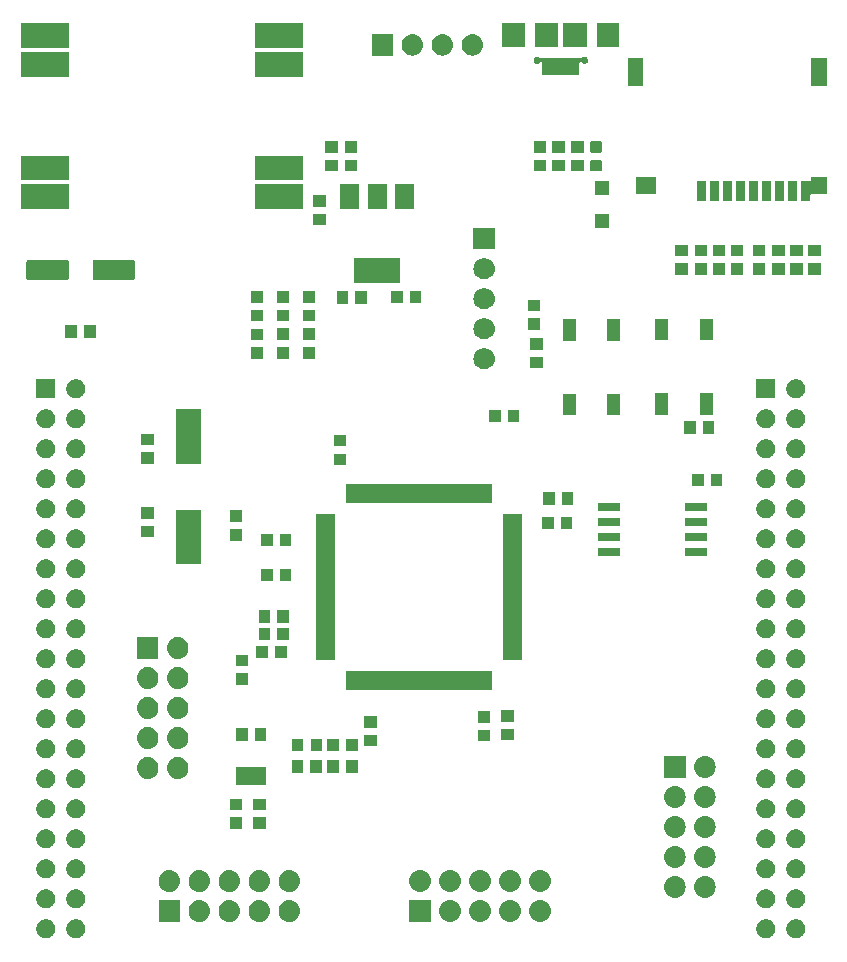
<source format=gts>
G04 #@! TF.GenerationSoftware,KiCad,Pcbnew,6.0.0-rc1-unknown-82f657e~66~ubuntu18.10.1*
G04 #@! TF.CreationDate,2018-11-25T01:12:17-08:00*
G04 #@! TF.ProjectId,Nucleo-64-407,4e75636c-656f-42d3-9634-2d3430372e6b,rev?*
G04 #@! TF.SameCoordinates,PX328b740PY6ea0500*
G04 #@! TF.FileFunction,Soldermask,Top*
G04 #@! TF.FilePolarity,Negative*
%FSLAX46Y46*%
G04 Gerber Fmt 4.6, Leading zero omitted, Abs format (unit mm)*
G04 Created by KiCad (PCBNEW 6.0.0-rc1-unknown-82f657e~66~ubuntu18.10.1) date Sun 25 Nov 2018 01:12:17 AM PST*
%MOMM*%
%LPD*%
G01*
G04 APERTURE LIST*
%ADD10C,0.100000*%
G04 APERTURE END LIST*
D10*
G36*
X66628642Y3836758D02*
X66776602Y3775470D01*
X66909758Y3686498D01*
X67022998Y3573258D01*
X67111970Y3440102D01*
X67173258Y3292142D01*
X67204500Y3135075D01*
X67204500Y2974925D01*
X67173258Y2817858D01*
X67111970Y2669898D01*
X67022998Y2536742D01*
X66909758Y2423502D01*
X66776602Y2334530D01*
X66628642Y2273242D01*
X66471575Y2242000D01*
X66311425Y2242000D01*
X66154358Y2273242D01*
X66006398Y2334530D01*
X65873242Y2423502D01*
X65760002Y2536742D01*
X65671030Y2669898D01*
X65609742Y2817858D01*
X65578500Y2974925D01*
X65578500Y3135075D01*
X65609742Y3292142D01*
X65671030Y3440102D01*
X65760002Y3573258D01*
X65873242Y3686498D01*
X66006398Y3775470D01*
X66154358Y3836758D01*
X66311425Y3868000D01*
X66471575Y3868000D01*
X66628642Y3836758D01*
X66628642Y3836758D01*
G37*
G36*
X64088642Y3836758D02*
X64236602Y3775470D01*
X64369758Y3686498D01*
X64482998Y3573258D01*
X64571970Y3440102D01*
X64633258Y3292142D01*
X64664500Y3135075D01*
X64664500Y2974925D01*
X64633258Y2817858D01*
X64571970Y2669898D01*
X64482998Y2536742D01*
X64369758Y2423502D01*
X64236602Y2334530D01*
X64088642Y2273242D01*
X63931575Y2242000D01*
X63771425Y2242000D01*
X63614358Y2273242D01*
X63466398Y2334530D01*
X63333242Y2423502D01*
X63220002Y2536742D01*
X63131030Y2669898D01*
X63069742Y2817858D01*
X63038500Y2974925D01*
X63038500Y3135075D01*
X63069742Y3292142D01*
X63131030Y3440102D01*
X63220002Y3573258D01*
X63333242Y3686498D01*
X63466398Y3775470D01*
X63614358Y3836758D01*
X63771425Y3868000D01*
X63931575Y3868000D01*
X64088642Y3836758D01*
X64088642Y3836758D01*
G37*
G36*
X3128642Y3836758D02*
X3276602Y3775470D01*
X3409758Y3686498D01*
X3522998Y3573258D01*
X3611970Y3440102D01*
X3673258Y3292142D01*
X3704500Y3135075D01*
X3704500Y2974925D01*
X3673258Y2817858D01*
X3611970Y2669898D01*
X3522998Y2536742D01*
X3409758Y2423502D01*
X3276602Y2334530D01*
X3128642Y2273242D01*
X2971575Y2242000D01*
X2811425Y2242000D01*
X2654358Y2273242D01*
X2506398Y2334530D01*
X2373242Y2423502D01*
X2260002Y2536742D01*
X2171030Y2669898D01*
X2109742Y2817858D01*
X2078500Y2974925D01*
X2078500Y3135075D01*
X2109742Y3292142D01*
X2171030Y3440102D01*
X2260002Y3573258D01*
X2373242Y3686498D01*
X2506398Y3775470D01*
X2654358Y3836758D01*
X2811425Y3868000D01*
X2971575Y3868000D01*
X3128642Y3836758D01*
X3128642Y3836758D01*
G37*
G36*
X5668642Y3836758D02*
X5816602Y3775470D01*
X5949758Y3686498D01*
X6062998Y3573258D01*
X6151970Y3440102D01*
X6213258Y3292142D01*
X6244500Y3135075D01*
X6244500Y2974925D01*
X6213258Y2817858D01*
X6151970Y2669898D01*
X6062998Y2536742D01*
X5949758Y2423502D01*
X5816602Y2334530D01*
X5668642Y2273242D01*
X5511575Y2242000D01*
X5351425Y2242000D01*
X5194358Y2273242D01*
X5046398Y2334530D01*
X4913242Y2423502D01*
X4800002Y2536742D01*
X4711030Y2669898D01*
X4649742Y2817858D01*
X4618500Y2974925D01*
X4618500Y3135075D01*
X4649742Y3292142D01*
X4711030Y3440102D01*
X4800002Y3573258D01*
X4913242Y3686498D01*
X5046398Y3775470D01*
X5194358Y3836758D01*
X5351425Y3868000D01*
X5511575Y3868000D01*
X5668642Y3836758D01*
X5668642Y3836758D01*
G37*
G36*
X37285794Y5459367D02*
X37458194Y5407069D01*
X37458196Y5407068D01*
X37617083Y5322141D01*
X37756349Y5207849D01*
X37870641Y5068583D01*
X37955568Y4909696D01*
X37955569Y4909694D01*
X38007867Y4737294D01*
X38025525Y4558000D01*
X38007867Y4378706D01*
X37955569Y4206306D01*
X37955568Y4206304D01*
X37870641Y4047417D01*
X37756349Y3908151D01*
X37617083Y3793859D01*
X37458196Y3708932D01*
X37458194Y3708931D01*
X37285794Y3656633D01*
X37151431Y3643400D01*
X37061569Y3643400D01*
X36927206Y3656633D01*
X36754806Y3708931D01*
X36754804Y3708932D01*
X36595917Y3793859D01*
X36456651Y3908151D01*
X36342359Y4047417D01*
X36257432Y4206304D01*
X36257431Y4206306D01*
X36205133Y4378706D01*
X36187475Y4558000D01*
X36205133Y4737294D01*
X36257431Y4909694D01*
X36257432Y4909696D01*
X36342359Y5068583D01*
X36456651Y5207849D01*
X36595917Y5322141D01*
X36754804Y5407068D01*
X36754806Y5407069D01*
X36927206Y5459367D01*
X37061569Y5472600D01*
X37151431Y5472600D01*
X37285794Y5459367D01*
X37285794Y5459367D01*
G37*
G36*
X23696794Y5459367D02*
X23869194Y5407069D01*
X23869196Y5407068D01*
X24028083Y5322141D01*
X24167349Y5207849D01*
X24281641Y5068583D01*
X24366568Y4909696D01*
X24366569Y4909694D01*
X24418867Y4737294D01*
X24436525Y4558000D01*
X24418867Y4378706D01*
X24366569Y4206306D01*
X24366568Y4206304D01*
X24281641Y4047417D01*
X24167349Y3908151D01*
X24028083Y3793859D01*
X23869196Y3708932D01*
X23869194Y3708931D01*
X23696794Y3656633D01*
X23562431Y3643400D01*
X23472569Y3643400D01*
X23338206Y3656633D01*
X23165806Y3708931D01*
X23165804Y3708932D01*
X23006917Y3793859D01*
X22867651Y3908151D01*
X22753359Y4047417D01*
X22668432Y4206304D01*
X22668431Y4206306D01*
X22616133Y4378706D01*
X22598475Y4558000D01*
X22616133Y4737294D01*
X22668431Y4909694D01*
X22668432Y4909696D01*
X22753359Y5068583D01*
X22867651Y5207849D01*
X23006917Y5322141D01*
X23165804Y5407068D01*
X23165806Y5407069D01*
X23338206Y5459367D01*
X23472569Y5472600D01*
X23562431Y5472600D01*
X23696794Y5459367D01*
X23696794Y5459367D01*
G37*
G36*
X21156794Y5459367D02*
X21329194Y5407069D01*
X21329196Y5407068D01*
X21488083Y5322141D01*
X21627349Y5207849D01*
X21741641Y5068583D01*
X21826568Y4909696D01*
X21826569Y4909694D01*
X21878867Y4737294D01*
X21896525Y4558000D01*
X21878867Y4378706D01*
X21826569Y4206306D01*
X21826568Y4206304D01*
X21741641Y4047417D01*
X21627349Y3908151D01*
X21488083Y3793859D01*
X21329196Y3708932D01*
X21329194Y3708931D01*
X21156794Y3656633D01*
X21022431Y3643400D01*
X20932569Y3643400D01*
X20798206Y3656633D01*
X20625806Y3708931D01*
X20625804Y3708932D01*
X20466917Y3793859D01*
X20327651Y3908151D01*
X20213359Y4047417D01*
X20128432Y4206304D01*
X20128431Y4206306D01*
X20076133Y4378706D01*
X20058475Y4558000D01*
X20076133Y4737294D01*
X20128431Y4909694D01*
X20128432Y4909696D01*
X20213359Y5068583D01*
X20327651Y5207849D01*
X20466917Y5322141D01*
X20625804Y5407068D01*
X20625806Y5407069D01*
X20798206Y5459367D01*
X20932569Y5472600D01*
X21022431Y5472600D01*
X21156794Y5459367D01*
X21156794Y5459367D01*
G37*
G36*
X18616794Y5459367D02*
X18789194Y5407069D01*
X18789196Y5407068D01*
X18948083Y5322141D01*
X19087349Y5207849D01*
X19201641Y5068583D01*
X19286568Y4909696D01*
X19286569Y4909694D01*
X19338867Y4737294D01*
X19356525Y4558000D01*
X19338867Y4378706D01*
X19286569Y4206306D01*
X19286568Y4206304D01*
X19201641Y4047417D01*
X19087349Y3908151D01*
X18948083Y3793859D01*
X18789196Y3708932D01*
X18789194Y3708931D01*
X18616794Y3656633D01*
X18482431Y3643400D01*
X18392569Y3643400D01*
X18258206Y3656633D01*
X18085806Y3708931D01*
X18085804Y3708932D01*
X17926917Y3793859D01*
X17787651Y3908151D01*
X17673359Y4047417D01*
X17588432Y4206304D01*
X17588431Y4206306D01*
X17536133Y4378706D01*
X17518475Y4558000D01*
X17536133Y4737294D01*
X17588431Y4909694D01*
X17588432Y4909696D01*
X17673359Y5068583D01*
X17787651Y5207849D01*
X17926917Y5322141D01*
X18085804Y5407068D01*
X18085806Y5407069D01*
X18258206Y5459367D01*
X18392569Y5472600D01*
X18482431Y5472600D01*
X18616794Y5459367D01*
X18616794Y5459367D01*
G37*
G36*
X16076794Y5459367D02*
X16249194Y5407069D01*
X16249196Y5407068D01*
X16408083Y5322141D01*
X16547349Y5207849D01*
X16661641Y5068583D01*
X16746568Y4909696D01*
X16746569Y4909694D01*
X16798867Y4737294D01*
X16816525Y4558000D01*
X16798867Y4378706D01*
X16746569Y4206306D01*
X16746568Y4206304D01*
X16661641Y4047417D01*
X16547349Y3908151D01*
X16408083Y3793859D01*
X16249196Y3708932D01*
X16249194Y3708931D01*
X16076794Y3656633D01*
X15942431Y3643400D01*
X15852569Y3643400D01*
X15718206Y3656633D01*
X15545806Y3708931D01*
X15545804Y3708932D01*
X15386917Y3793859D01*
X15247651Y3908151D01*
X15133359Y4047417D01*
X15048432Y4206304D01*
X15048431Y4206306D01*
X14996133Y4378706D01*
X14978475Y4558000D01*
X14996133Y4737294D01*
X15048431Y4909694D01*
X15048432Y4909696D01*
X15133359Y5068583D01*
X15247651Y5207849D01*
X15386917Y5322141D01*
X15545804Y5407068D01*
X15545806Y5407069D01*
X15718206Y5459367D01*
X15852569Y5472600D01*
X15942431Y5472600D01*
X16076794Y5459367D01*
X16076794Y5459367D01*
G37*
G36*
X44905794Y5459367D02*
X45078194Y5407069D01*
X45078196Y5407068D01*
X45237083Y5322141D01*
X45376349Y5207849D01*
X45490641Y5068583D01*
X45575568Y4909696D01*
X45575569Y4909694D01*
X45627867Y4737294D01*
X45645525Y4558000D01*
X45627867Y4378706D01*
X45575569Y4206306D01*
X45575568Y4206304D01*
X45490641Y4047417D01*
X45376349Y3908151D01*
X45237083Y3793859D01*
X45078196Y3708932D01*
X45078194Y3708931D01*
X44905794Y3656633D01*
X44771431Y3643400D01*
X44681569Y3643400D01*
X44547206Y3656633D01*
X44374806Y3708931D01*
X44374804Y3708932D01*
X44215917Y3793859D01*
X44076651Y3908151D01*
X43962359Y4047417D01*
X43877432Y4206304D01*
X43877431Y4206306D01*
X43825133Y4378706D01*
X43807475Y4558000D01*
X43825133Y4737294D01*
X43877431Y4909694D01*
X43877432Y4909696D01*
X43962359Y5068583D01*
X44076651Y5207849D01*
X44215917Y5322141D01*
X44374804Y5407068D01*
X44374806Y5407069D01*
X44547206Y5459367D01*
X44681569Y5472600D01*
X44771431Y5472600D01*
X44905794Y5459367D01*
X44905794Y5459367D01*
G37*
G36*
X14272100Y3643400D02*
X12442900Y3643400D01*
X12442900Y5472600D01*
X14272100Y5472600D01*
X14272100Y3643400D01*
X14272100Y3643400D01*
G37*
G36*
X35481100Y3643400D02*
X33651900Y3643400D01*
X33651900Y5472600D01*
X35481100Y5472600D01*
X35481100Y3643400D01*
X35481100Y3643400D01*
G37*
G36*
X42365794Y5459367D02*
X42538194Y5407069D01*
X42538196Y5407068D01*
X42697083Y5322141D01*
X42836349Y5207849D01*
X42950641Y5068583D01*
X43035568Y4909696D01*
X43035569Y4909694D01*
X43087867Y4737294D01*
X43105525Y4558000D01*
X43087867Y4378706D01*
X43035569Y4206306D01*
X43035568Y4206304D01*
X42950641Y4047417D01*
X42836349Y3908151D01*
X42697083Y3793859D01*
X42538196Y3708932D01*
X42538194Y3708931D01*
X42365794Y3656633D01*
X42231431Y3643400D01*
X42141569Y3643400D01*
X42007206Y3656633D01*
X41834806Y3708931D01*
X41834804Y3708932D01*
X41675917Y3793859D01*
X41536651Y3908151D01*
X41422359Y4047417D01*
X41337432Y4206304D01*
X41337431Y4206306D01*
X41285133Y4378706D01*
X41267475Y4558000D01*
X41285133Y4737294D01*
X41337431Y4909694D01*
X41337432Y4909696D01*
X41422359Y5068583D01*
X41536651Y5207849D01*
X41675917Y5322141D01*
X41834804Y5407068D01*
X41834806Y5407069D01*
X42007206Y5459367D01*
X42141569Y5472600D01*
X42231431Y5472600D01*
X42365794Y5459367D01*
X42365794Y5459367D01*
G37*
G36*
X39825794Y5459367D02*
X39998194Y5407069D01*
X39998196Y5407068D01*
X40157083Y5322141D01*
X40296349Y5207849D01*
X40410641Y5068583D01*
X40495568Y4909696D01*
X40495569Y4909694D01*
X40547867Y4737294D01*
X40565525Y4558000D01*
X40547867Y4378706D01*
X40495569Y4206306D01*
X40495568Y4206304D01*
X40410641Y4047417D01*
X40296349Y3908151D01*
X40157083Y3793859D01*
X39998196Y3708932D01*
X39998194Y3708931D01*
X39825794Y3656633D01*
X39691431Y3643400D01*
X39601569Y3643400D01*
X39467206Y3656633D01*
X39294806Y3708931D01*
X39294804Y3708932D01*
X39135917Y3793859D01*
X38996651Y3908151D01*
X38882359Y4047417D01*
X38797432Y4206304D01*
X38797431Y4206306D01*
X38745133Y4378706D01*
X38727475Y4558000D01*
X38745133Y4737294D01*
X38797431Y4909694D01*
X38797432Y4909696D01*
X38882359Y5068583D01*
X38996651Y5207849D01*
X39135917Y5322141D01*
X39294804Y5407068D01*
X39294806Y5407069D01*
X39467206Y5459367D01*
X39601569Y5472600D01*
X39691431Y5472600D01*
X39825794Y5459367D01*
X39825794Y5459367D01*
G37*
G36*
X64088642Y6376758D02*
X64236602Y6315470D01*
X64303630Y6270683D01*
X64352838Y6237804D01*
X64369758Y6226498D01*
X64482998Y6113258D01*
X64571970Y5980102D01*
X64633258Y5832142D01*
X64664500Y5675075D01*
X64664500Y5514925D01*
X64633258Y5357858D01*
X64571970Y5209898D01*
X64482998Y5076742D01*
X64369758Y4963502D01*
X64236602Y4874530D01*
X64088642Y4813242D01*
X63931575Y4782000D01*
X63771425Y4782000D01*
X63614358Y4813242D01*
X63466398Y4874530D01*
X63333242Y4963502D01*
X63220002Y5076742D01*
X63131030Y5209898D01*
X63069742Y5357858D01*
X63038500Y5514925D01*
X63038500Y5675075D01*
X63069742Y5832142D01*
X63131030Y5980102D01*
X63220002Y6113258D01*
X63333242Y6226498D01*
X63350163Y6237804D01*
X63399370Y6270683D01*
X63466398Y6315470D01*
X63614358Y6376758D01*
X63771425Y6408000D01*
X63931575Y6408000D01*
X64088642Y6376758D01*
X64088642Y6376758D01*
G37*
G36*
X3128642Y6376758D02*
X3276602Y6315470D01*
X3343630Y6270683D01*
X3392838Y6237804D01*
X3409758Y6226498D01*
X3522998Y6113258D01*
X3611970Y5980102D01*
X3673258Y5832142D01*
X3704500Y5675075D01*
X3704500Y5514925D01*
X3673258Y5357858D01*
X3611970Y5209898D01*
X3522998Y5076742D01*
X3409758Y4963502D01*
X3276602Y4874530D01*
X3128642Y4813242D01*
X2971575Y4782000D01*
X2811425Y4782000D01*
X2654358Y4813242D01*
X2506398Y4874530D01*
X2373242Y4963502D01*
X2260002Y5076742D01*
X2171030Y5209898D01*
X2109742Y5357858D01*
X2078500Y5514925D01*
X2078500Y5675075D01*
X2109742Y5832142D01*
X2171030Y5980102D01*
X2260002Y6113258D01*
X2373242Y6226498D01*
X2390163Y6237804D01*
X2439370Y6270683D01*
X2506398Y6315470D01*
X2654358Y6376758D01*
X2811425Y6408000D01*
X2971575Y6408000D01*
X3128642Y6376758D01*
X3128642Y6376758D01*
G37*
G36*
X5668642Y6376758D02*
X5816602Y6315470D01*
X5883630Y6270683D01*
X5932838Y6237804D01*
X5949758Y6226498D01*
X6062998Y6113258D01*
X6151970Y5980102D01*
X6213258Y5832142D01*
X6244500Y5675075D01*
X6244500Y5514925D01*
X6213258Y5357858D01*
X6151970Y5209898D01*
X6062998Y5076742D01*
X5949758Y4963502D01*
X5816602Y4874530D01*
X5668642Y4813242D01*
X5511575Y4782000D01*
X5351425Y4782000D01*
X5194358Y4813242D01*
X5046398Y4874530D01*
X4913242Y4963502D01*
X4800002Y5076742D01*
X4711030Y5209898D01*
X4649742Y5357858D01*
X4618500Y5514925D01*
X4618500Y5675075D01*
X4649742Y5832142D01*
X4711030Y5980102D01*
X4800002Y6113258D01*
X4913242Y6226498D01*
X4930163Y6237804D01*
X4979370Y6270683D01*
X5046398Y6315470D01*
X5194358Y6376758D01*
X5351425Y6408000D01*
X5511575Y6408000D01*
X5668642Y6376758D01*
X5668642Y6376758D01*
G37*
G36*
X66628642Y6376758D02*
X66776602Y6315470D01*
X66843630Y6270683D01*
X66892838Y6237804D01*
X66909758Y6226498D01*
X67022998Y6113258D01*
X67111970Y5980102D01*
X67173258Y5832142D01*
X67204500Y5675075D01*
X67204500Y5514925D01*
X67173258Y5357858D01*
X67111970Y5209898D01*
X67022998Y5076742D01*
X66909758Y4963502D01*
X66776602Y4874530D01*
X66628642Y4813242D01*
X66471575Y4782000D01*
X66311425Y4782000D01*
X66154358Y4813242D01*
X66006398Y4874530D01*
X65873242Y4963502D01*
X65760002Y5076742D01*
X65671030Y5209898D01*
X65609742Y5357858D01*
X65578500Y5514925D01*
X65578500Y5675075D01*
X65609742Y5832142D01*
X65671030Y5980102D01*
X65760002Y6113258D01*
X65873242Y6226498D01*
X65890163Y6237804D01*
X65939370Y6270683D01*
X66006398Y6315470D01*
X66154358Y6376758D01*
X66311425Y6408000D01*
X66471575Y6408000D01*
X66628642Y6376758D01*
X66628642Y6376758D01*
G37*
G36*
X58875294Y7490867D02*
X59047694Y7438569D01*
X59047696Y7438568D01*
X59206583Y7353641D01*
X59206585Y7353640D01*
X59206584Y7353640D01*
X59345849Y7239349D01*
X59460140Y7100084D01*
X59545069Y6941194D01*
X59597367Y6768794D01*
X59615025Y6589500D01*
X59597367Y6410206D01*
X59545069Y6237806D01*
X59545068Y6237804D01*
X59460141Y6078917D01*
X59345849Y5939651D01*
X59206583Y5825359D01*
X59047696Y5740432D01*
X59047694Y5740431D01*
X58875294Y5688133D01*
X58740931Y5674900D01*
X58651069Y5674900D01*
X58516706Y5688133D01*
X58344306Y5740431D01*
X58344304Y5740432D01*
X58185417Y5825359D01*
X58046151Y5939651D01*
X57931859Y6078917D01*
X57846932Y6237804D01*
X57846931Y6237806D01*
X57794633Y6410206D01*
X57776975Y6589500D01*
X57794633Y6768794D01*
X57846931Y6941194D01*
X57931860Y7100084D01*
X58046151Y7239349D01*
X58185416Y7353640D01*
X58185415Y7353640D01*
X58185417Y7353641D01*
X58344304Y7438568D01*
X58344306Y7438569D01*
X58516706Y7490867D01*
X58651069Y7504100D01*
X58740931Y7504100D01*
X58875294Y7490867D01*
X58875294Y7490867D01*
G37*
G36*
X56335294Y7490867D02*
X56507694Y7438569D01*
X56507696Y7438568D01*
X56666583Y7353641D01*
X56666585Y7353640D01*
X56666584Y7353640D01*
X56805849Y7239349D01*
X56920140Y7100084D01*
X57005069Y6941194D01*
X57057367Y6768794D01*
X57075025Y6589500D01*
X57057367Y6410206D01*
X57005069Y6237806D01*
X57005068Y6237804D01*
X56920141Y6078917D01*
X56805849Y5939651D01*
X56666583Y5825359D01*
X56507696Y5740432D01*
X56507694Y5740431D01*
X56335294Y5688133D01*
X56200931Y5674900D01*
X56111069Y5674900D01*
X55976706Y5688133D01*
X55804306Y5740431D01*
X55804304Y5740432D01*
X55645417Y5825359D01*
X55506151Y5939651D01*
X55391859Y6078917D01*
X55306932Y6237804D01*
X55306931Y6237806D01*
X55254633Y6410206D01*
X55236975Y6589500D01*
X55254633Y6768794D01*
X55306931Y6941194D01*
X55391860Y7100084D01*
X55506151Y7239349D01*
X55645416Y7353640D01*
X55645415Y7353640D01*
X55645417Y7353641D01*
X55804304Y7438568D01*
X55804306Y7438569D01*
X55976706Y7490867D01*
X56111069Y7504100D01*
X56200931Y7504100D01*
X56335294Y7490867D01*
X56335294Y7490867D01*
G37*
G36*
X18616794Y7999367D02*
X18789194Y7947069D01*
X18789196Y7947068D01*
X18948083Y7862141D01*
X19087349Y7747849D01*
X19201641Y7608583D01*
X19264562Y7490866D01*
X19286569Y7449694D01*
X19338867Y7277294D01*
X19356525Y7098000D01*
X19338867Y6918706D01*
X19293390Y6768793D01*
X19286568Y6746304D01*
X19201641Y6587417D01*
X19087349Y6448151D01*
X18948083Y6333859D01*
X18789196Y6248932D01*
X18789194Y6248931D01*
X18616794Y6196633D01*
X18482431Y6183400D01*
X18392569Y6183400D01*
X18258206Y6196633D01*
X18085806Y6248931D01*
X18085804Y6248932D01*
X17926917Y6333859D01*
X17787651Y6448151D01*
X17673359Y6587417D01*
X17588432Y6746304D01*
X17581610Y6768793D01*
X17536133Y6918706D01*
X17518475Y7098000D01*
X17536133Y7277294D01*
X17588431Y7449694D01*
X17610438Y7490866D01*
X17673359Y7608583D01*
X17787651Y7747849D01*
X17926917Y7862141D01*
X18085804Y7947068D01*
X18085806Y7947069D01*
X18258206Y7999367D01*
X18392569Y8012600D01*
X18482431Y8012600D01*
X18616794Y7999367D01*
X18616794Y7999367D01*
G37*
G36*
X23696794Y7999367D02*
X23869194Y7947069D01*
X23869196Y7947068D01*
X24028083Y7862141D01*
X24167349Y7747849D01*
X24281641Y7608583D01*
X24344562Y7490866D01*
X24366569Y7449694D01*
X24418867Y7277294D01*
X24436525Y7098000D01*
X24418867Y6918706D01*
X24373390Y6768793D01*
X24366568Y6746304D01*
X24281641Y6587417D01*
X24167349Y6448151D01*
X24028083Y6333859D01*
X23869196Y6248932D01*
X23869194Y6248931D01*
X23696794Y6196633D01*
X23562431Y6183400D01*
X23472569Y6183400D01*
X23338206Y6196633D01*
X23165806Y6248931D01*
X23165804Y6248932D01*
X23006917Y6333859D01*
X22867651Y6448151D01*
X22753359Y6587417D01*
X22668432Y6746304D01*
X22661610Y6768793D01*
X22616133Y6918706D01*
X22598475Y7098000D01*
X22616133Y7277294D01*
X22668431Y7449694D01*
X22690438Y7490866D01*
X22753359Y7608583D01*
X22867651Y7747849D01*
X23006917Y7862141D01*
X23165804Y7947068D01*
X23165806Y7947069D01*
X23338206Y7999367D01*
X23472569Y8012600D01*
X23562431Y8012600D01*
X23696794Y7999367D01*
X23696794Y7999367D01*
G37*
G36*
X21156794Y7999367D02*
X21329194Y7947069D01*
X21329196Y7947068D01*
X21488083Y7862141D01*
X21627349Y7747849D01*
X21741641Y7608583D01*
X21804562Y7490866D01*
X21826569Y7449694D01*
X21878867Y7277294D01*
X21896525Y7098000D01*
X21878867Y6918706D01*
X21833390Y6768793D01*
X21826568Y6746304D01*
X21741641Y6587417D01*
X21627349Y6448151D01*
X21488083Y6333859D01*
X21329196Y6248932D01*
X21329194Y6248931D01*
X21156794Y6196633D01*
X21022431Y6183400D01*
X20932569Y6183400D01*
X20798206Y6196633D01*
X20625806Y6248931D01*
X20625804Y6248932D01*
X20466917Y6333859D01*
X20327651Y6448151D01*
X20213359Y6587417D01*
X20128432Y6746304D01*
X20121610Y6768793D01*
X20076133Y6918706D01*
X20058475Y7098000D01*
X20076133Y7277294D01*
X20128431Y7449694D01*
X20150438Y7490866D01*
X20213359Y7608583D01*
X20327651Y7747849D01*
X20466917Y7862141D01*
X20625804Y7947068D01*
X20625806Y7947069D01*
X20798206Y7999367D01*
X20932569Y8012600D01*
X21022431Y8012600D01*
X21156794Y7999367D01*
X21156794Y7999367D01*
G37*
G36*
X16076794Y7999367D02*
X16249194Y7947069D01*
X16249196Y7947068D01*
X16408083Y7862141D01*
X16547349Y7747849D01*
X16661641Y7608583D01*
X16724562Y7490866D01*
X16746569Y7449694D01*
X16798867Y7277294D01*
X16816525Y7098000D01*
X16798867Y6918706D01*
X16753390Y6768793D01*
X16746568Y6746304D01*
X16661641Y6587417D01*
X16547349Y6448151D01*
X16408083Y6333859D01*
X16249196Y6248932D01*
X16249194Y6248931D01*
X16076794Y6196633D01*
X15942431Y6183400D01*
X15852569Y6183400D01*
X15718206Y6196633D01*
X15545806Y6248931D01*
X15545804Y6248932D01*
X15386917Y6333859D01*
X15247651Y6448151D01*
X15133359Y6587417D01*
X15048432Y6746304D01*
X15041610Y6768793D01*
X14996133Y6918706D01*
X14978475Y7098000D01*
X14996133Y7277294D01*
X15048431Y7449694D01*
X15070438Y7490866D01*
X15133359Y7608583D01*
X15247651Y7747849D01*
X15386917Y7862141D01*
X15545804Y7947068D01*
X15545806Y7947069D01*
X15718206Y7999367D01*
X15852569Y8012600D01*
X15942431Y8012600D01*
X16076794Y7999367D01*
X16076794Y7999367D01*
G37*
G36*
X13536794Y7999367D02*
X13709194Y7947069D01*
X13709196Y7947068D01*
X13868083Y7862141D01*
X14007349Y7747849D01*
X14121641Y7608583D01*
X14184562Y7490866D01*
X14206569Y7449694D01*
X14258867Y7277294D01*
X14276525Y7098000D01*
X14258867Y6918706D01*
X14213390Y6768793D01*
X14206568Y6746304D01*
X14121641Y6587417D01*
X14007349Y6448151D01*
X13868083Y6333859D01*
X13709196Y6248932D01*
X13709194Y6248931D01*
X13536794Y6196633D01*
X13402431Y6183400D01*
X13312569Y6183400D01*
X13178206Y6196633D01*
X13005806Y6248931D01*
X13005804Y6248932D01*
X12846917Y6333859D01*
X12707651Y6448151D01*
X12593359Y6587417D01*
X12508432Y6746304D01*
X12501610Y6768793D01*
X12456133Y6918706D01*
X12438475Y7098000D01*
X12456133Y7277294D01*
X12508431Y7449694D01*
X12530438Y7490866D01*
X12593359Y7608583D01*
X12707651Y7747849D01*
X12846917Y7862141D01*
X13005804Y7947068D01*
X13005806Y7947069D01*
X13178206Y7999367D01*
X13312569Y8012600D01*
X13402431Y8012600D01*
X13536794Y7999367D01*
X13536794Y7999367D01*
G37*
G36*
X42365794Y7999367D02*
X42538194Y7947069D01*
X42538196Y7947068D01*
X42697083Y7862141D01*
X42836349Y7747849D01*
X42950641Y7608583D01*
X43013562Y7490866D01*
X43035569Y7449694D01*
X43087867Y7277294D01*
X43105525Y7098000D01*
X43087867Y6918706D01*
X43042390Y6768793D01*
X43035568Y6746304D01*
X42950641Y6587417D01*
X42836349Y6448151D01*
X42697083Y6333859D01*
X42538196Y6248932D01*
X42538194Y6248931D01*
X42365794Y6196633D01*
X42231431Y6183400D01*
X42141569Y6183400D01*
X42007206Y6196633D01*
X41834806Y6248931D01*
X41834804Y6248932D01*
X41675917Y6333859D01*
X41536651Y6448151D01*
X41422359Y6587417D01*
X41337432Y6746304D01*
X41330610Y6768793D01*
X41285133Y6918706D01*
X41267475Y7098000D01*
X41285133Y7277294D01*
X41337431Y7449694D01*
X41359438Y7490866D01*
X41422359Y7608583D01*
X41536651Y7747849D01*
X41675917Y7862141D01*
X41834804Y7947068D01*
X41834806Y7947069D01*
X42007206Y7999367D01*
X42141569Y8012600D01*
X42231431Y8012600D01*
X42365794Y7999367D01*
X42365794Y7999367D01*
G37*
G36*
X39825794Y7999367D02*
X39998194Y7947069D01*
X39998196Y7947068D01*
X40157083Y7862141D01*
X40296349Y7747849D01*
X40410641Y7608583D01*
X40473562Y7490866D01*
X40495569Y7449694D01*
X40547867Y7277294D01*
X40565525Y7098000D01*
X40547867Y6918706D01*
X40502390Y6768793D01*
X40495568Y6746304D01*
X40410641Y6587417D01*
X40296349Y6448151D01*
X40157083Y6333859D01*
X39998196Y6248932D01*
X39998194Y6248931D01*
X39825794Y6196633D01*
X39691431Y6183400D01*
X39601569Y6183400D01*
X39467206Y6196633D01*
X39294806Y6248931D01*
X39294804Y6248932D01*
X39135917Y6333859D01*
X38996651Y6448151D01*
X38882359Y6587417D01*
X38797432Y6746304D01*
X38790610Y6768793D01*
X38745133Y6918706D01*
X38727475Y7098000D01*
X38745133Y7277294D01*
X38797431Y7449694D01*
X38819438Y7490866D01*
X38882359Y7608583D01*
X38996651Y7747849D01*
X39135917Y7862141D01*
X39294804Y7947068D01*
X39294806Y7947069D01*
X39467206Y7999367D01*
X39601569Y8012600D01*
X39691431Y8012600D01*
X39825794Y7999367D01*
X39825794Y7999367D01*
G37*
G36*
X37285794Y7999367D02*
X37458194Y7947069D01*
X37458196Y7947068D01*
X37617083Y7862141D01*
X37756349Y7747849D01*
X37870641Y7608583D01*
X37933562Y7490866D01*
X37955569Y7449694D01*
X38007867Y7277294D01*
X38025525Y7098000D01*
X38007867Y6918706D01*
X37962390Y6768793D01*
X37955568Y6746304D01*
X37870641Y6587417D01*
X37756349Y6448151D01*
X37617083Y6333859D01*
X37458196Y6248932D01*
X37458194Y6248931D01*
X37285794Y6196633D01*
X37151431Y6183400D01*
X37061569Y6183400D01*
X36927206Y6196633D01*
X36754806Y6248931D01*
X36754804Y6248932D01*
X36595917Y6333859D01*
X36456651Y6448151D01*
X36342359Y6587417D01*
X36257432Y6746304D01*
X36250610Y6768793D01*
X36205133Y6918706D01*
X36187475Y7098000D01*
X36205133Y7277294D01*
X36257431Y7449694D01*
X36279438Y7490866D01*
X36342359Y7608583D01*
X36456651Y7747849D01*
X36595917Y7862141D01*
X36754804Y7947068D01*
X36754806Y7947069D01*
X36927206Y7999367D01*
X37061569Y8012600D01*
X37151431Y8012600D01*
X37285794Y7999367D01*
X37285794Y7999367D01*
G37*
G36*
X34745794Y7999367D02*
X34918194Y7947069D01*
X34918196Y7947068D01*
X35077083Y7862141D01*
X35216349Y7747849D01*
X35330641Y7608583D01*
X35393562Y7490866D01*
X35415569Y7449694D01*
X35467867Y7277294D01*
X35485525Y7098000D01*
X35467867Y6918706D01*
X35422390Y6768793D01*
X35415568Y6746304D01*
X35330641Y6587417D01*
X35216349Y6448151D01*
X35077083Y6333859D01*
X34918196Y6248932D01*
X34918194Y6248931D01*
X34745794Y6196633D01*
X34611431Y6183400D01*
X34521569Y6183400D01*
X34387206Y6196633D01*
X34214806Y6248931D01*
X34214804Y6248932D01*
X34055917Y6333859D01*
X33916651Y6448151D01*
X33802359Y6587417D01*
X33717432Y6746304D01*
X33710610Y6768793D01*
X33665133Y6918706D01*
X33647475Y7098000D01*
X33665133Y7277294D01*
X33717431Y7449694D01*
X33739438Y7490866D01*
X33802359Y7608583D01*
X33916651Y7747849D01*
X34055917Y7862141D01*
X34214804Y7947068D01*
X34214806Y7947069D01*
X34387206Y7999367D01*
X34521569Y8012600D01*
X34611431Y8012600D01*
X34745794Y7999367D01*
X34745794Y7999367D01*
G37*
G36*
X44905794Y7999367D02*
X45078194Y7947069D01*
X45078196Y7947068D01*
X45237083Y7862141D01*
X45376349Y7747849D01*
X45490641Y7608583D01*
X45553562Y7490866D01*
X45575569Y7449694D01*
X45627867Y7277294D01*
X45645525Y7098000D01*
X45627867Y6918706D01*
X45582390Y6768793D01*
X45575568Y6746304D01*
X45490641Y6587417D01*
X45376349Y6448151D01*
X45237083Y6333859D01*
X45078196Y6248932D01*
X45078194Y6248931D01*
X44905794Y6196633D01*
X44771431Y6183400D01*
X44681569Y6183400D01*
X44547206Y6196633D01*
X44374806Y6248931D01*
X44374804Y6248932D01*
X44215917Y6333859D01*
X44076651Y6448151D01*
X43962359Y6587417D01*
X43877432Y6746304D01*
X43870610Y6768793D01*
X43825133Y6918706D01*
X43807475Y7098000D01*
X43825133Y7277294D01*
X43877431Y7449694D01*
X43899438Y7490866D01*
X43962359Y7608583D01*
X44076651Y7747849D01*
X44215917Y7862141D01*
X44374804Y7947068D01*
X44374806Y7947069D01*
X44547206Y7999367D01*
X44681569Y8012600D01*
X44771431Y8012600D01*
X44905794Y7999367D01*
X44905794Y7999367D01*
G37*
G36*
X3128642Y8916758D02*
X3276602Y8855470D01*
X3343630Y8810683D01*
X3392838Y8777804D01*
X3409758Y8766498D01*
X3522998Y8653258D01*
X3611970Y8520102D01*
X3673258Y8372142D01*
X3704500Y8215075D01*
X3704500Y8054925D01*
X3673258Y7897858D01*
X3625854Y7783417D01*
X3611971Y7749900D01*
X3522999Y7616743D01*
X3409757Y7503501D01*
X3390847Y7490866D01*
X3276602Y7414530D01*
X3128642Y7353242D01*
X2971575Y7322000D01*
X2811425Y7322000D01*
X2654358Y7353242D01*
X2506398Y7414530D01*
X2392153Y7490866D01*
X2373243Y7503501D01*
X2260001Y7616743D01*
X2171029Y7749900D01*
X2157146Y7783417D01*
X2109742Y7897858D01*
X2078500Y8054925D01*
X2078500Y8215075D01*
X2109742Y8372142D01*
X2171030Y8520102D01*
X2260002Y8653258D01*
X2373242Y8766498D01*
X2390163Y8777804D01*
X2439370Y8810683D01*
X2506398Y8855470D01*
X2654358Y8916758D01*
X2811425Y8948000D01*
X2971575Y8948000D01*
X3128642Y8916758D01*
X3128642Y8916758D01*
G37*
G36*
X5668642Y8916758D02*
X5816602Y8855470D01*
X5883630Y8810683D01*
X5932838Y8777804D01*
X5949758Y8766498D01*
X6062998Y8653258D01*
X6151970Y8520102D01*
X6213258Y8372142D01*
X6244500Y8215075D01*
X6244500Y8054925D01*
X6213258Y7897858D01*
X6165854Y7783417D01*
X6151971Y7749900D01*
X6062999Y7616743D01*
X5949757Y7503501D01*
X5930847Y7490866D01*
X5816602Y7414530D01*
X5668642Y7353242D01*
X5511575Y7322000D01*
X5351425Y7322000D01*
X5194358Y7353242D01*
X5046398Y7414530D01*
X4932153Y7490866D01*
X4913243Y7503501D01*
X4800001Y7616743D01*
X4711029Y7749900D01*
X4697146Y7783417D01*
X4649742Y7897858D01*
X4618500Y8054925D01*
X4618500Y8215075D01*
X4649742Y8372142D01*
X4711030Y8520102D01*
X4800002Y8653258D01*
X4913242Y8766498D01*
X4930163Y8777804D01*
X4979370Y8810683D01*
X5046398Y8855470D01*
X5194358Y8916758D01*
X5351425Y8948000D01*
X5511575Y8948000D01*
X5668642Y8916758D01*
X5668642Y8916758D01*
G37*
G36*
X64088642Y8916758D02*
X64236602Y8855470D01*
X64303630Y8810683D01*
X64352838Y8777804D01*
X64369758Y8766498D01*
X64482998Y8653258D01*
X64571970Y8520102D01*
X64633258Y8372142D01*
X64664500Y8215075D01*
X64664500Y8054925D01*
X64633258Y7897858D01*
X64585854Y7783417D01*
X64571971Y7749900D01*
X64482999Y7616743D01*
X64369757Y7503501D01*
X64350847Y7490866D01*
X64236602Y7414530D01*
X64088642Y7353242D01*
X63931575Y7322000D01*
X63771425Y7322000D01*
X63614358Y7353242D01*
X63466398Y7414530D01*
X63352153Y7490866D01*
X63333243Y7503501D01*
X63220001Y7616743D01*
X63131029Y7749900D01*
X63117146Y7783417D01*
X63069742Y7897858D01*
X63038500Y8054925D01*
X63038500Y8215075D01*
X63069742Y8372142D01*
X63131030Y8520102D01*
X63220002Y8653258D01*
X63333242Y8766498D01*
X63350163Y8777804D01*
X63399370Y8810683D01*
X63466398Y8855470D01*
X63614358Y8916758D01*
X63771425Y8948000D01*
X63931575Y8948000D01*
X64088642Y8916758D01*
X64088642Y8916758D01*
G37*
G36*
X66628642Y8916758D02*
X66776602Y8855470D01*
X66843630Y8810683D01*
X66892838Y8777804D01*
X66909758Y8766498D01*
X67022998Y8653258D01*
X67111970Y8520102D01*
X67173258Y8372142D01*
X67204500Y8215075D01*
X67204500Y8054925D01*
X67173258Y7897858D01*
X67125854Y7783417D01*
X67111971Y7749900D01*
X67022999Y7616743D01*
X66909757Y7503501D01*
X66890847Y7490866D01*
X66776602Y7414530D01*
X66628642Y7353242D01*
X66471575Y7322000D01*
X66311425Y7322000D01*
X66154358Y7353242D01*
X66006398Y7414530D01*
X65892153Y7490866D01*
X65873243Y7503501D01*
X65760001Y7616743D01*
X65671029Y7749900D01*
X65657146Y7783417D01*
X65609742Y7897858D01*
X65578500Y8054925D01*
X65578500Y8215075D01*
X65609742Y8372142D01*
X65671030Y8520102D01*
X65760002Y8653258D01*
X65873242Y8766498D01*
X65890163Y8777804D01*
X65939370Y8810683D01*
X66006398Y8855470D01*
X66154358Y8916758D01*
X66311425Y8948000D01*
X66471575Y8948000D01*
X66628642Y8916758D01*
X66628642Y8916758D01*
G37*
G36*
X56335294Y10030867D02*
X56507694Y9978569D01*
X56507696Y9978568D01*
X56666583Y9893641D01*
X56666585Y9893640D01*
X56666584Y9893640D01*
X56805849Y9779349D01*
X56920140Y9640084D01*
X57005069Y9481194D01*
X57057367Y9308794D01*
X57075025Y9129500D01*
X57057367Y8950206D01*
X57005069Y8777806D01*
X57005068Y8777804D01*
X56920141Y8618917D01*
X56805849Y8479651D01*
X56666583Y8365359D01*
X56507696Y8280432D01*
X56507694Y8280431D01*
X56335294Y8228133D01*
X56200931Y8214900D01*
X56111069Y8214900D01*
X55976706Y8228133D01*
X55804306Y8280431D01*
X55804304Y8280432D01*
X55645417Y8365359D01*
X55506151Y8479651D01*
X55391859Y8618917D01*
X55306932Y8777804D01*
X55306931Y8777806D01*
X55254633Y8950206D01*
X55236975Y9129500D01*
X55254633Y9308794D01*
X55306931Y9481194D01*
X55391860Y9640084D01*
X55506151Y9779349D01*
X55645416Y9893640D01*
X55645415Y9893640D01*
X55645417Y9893641D01*
X55804304Y9978568D01*
X55804306Y9978569D01*
X55976706Y10030867D01*
X56111069Y10044100D01*
X56200931Y10044100D01*
X56335294Y10030867D01*
X56335294Y10030867D01*
G37*
G36*
X58875294Y10030867D02*
X59047694Y9978569D01*
X59047696Y9978568D01*
X59206583Y9893641D01*
X59206585Y9893640D01*
X59206584Y9893640D01*
X59345849Y9779349D01*
X59460140Y9640084D01*
X59545069Y9481194D01*
X59597367Y9308794D01*
X59615025Y9129500D01*
X59597367Y8950206D01*
X59545069Y8777806D01*
X59545068Y8777804D01*
X59460141Y8618917D01*
X59345849Y8479651D01*
X59206583Y8365359D01*
X59047696Y8280432D01*
X59047694Y8280431D01*
X58875294Y8228133D01*
X58740931Y8214900D01*
X58651069Y8214900D01*
X58516706Y8228133D01*
X58344306Y8280431D01*
X58344304Y8280432D01*
X58185417Y8365359D01*
X58046151Y8479651D01*
X57931859Y8618917D01*
X57846932Y8777804D01*
X57846931Y8777806D01*
X57794633Y8950206D01*
X57776975Y9129500D01*
X57794633Y9308794D01*
X57846931Y9481194D01*
X57931860Y9640084D01*
X58046151Y9779349D01*
X58185416Y9893640D01*
X58185415Y9893640D01*
X58185417Y9893641D01*
X58344304Y9978568D01*
X58344306Y9978569D01*
X58516706Y10030867D01*
X58651069Y10044100D01*
X58740931Y10044100D01*
X58875294Y10030867D01*
X58875294Y10030867D01*
G37*
G36*
X66628642Y11456758D02*
X66776602Y11395470D01*
X66843630Y11350683D01*
X66892838Y11317804D01*
X66909758Y11306498D01*
X67022998Y11193258D01*
X67111970Y11060102D01*
X67173258Y10912142D01*
X67204500Y10755075D01*
X67204500Y10594925D01*
X67173258Y10437858D01*
X67125854Y10323417D01*
X67111971Y10289900D01*
X67022999Y10156743D01*
X66909757Y10043501D01*
X66890847Y10030866D01*
X66776602Y9954530D01*
X66628642Y9893242D01*
X66471575Y9862000D01*
X66311425Y9862000D01*
X66154358Y9893242D01*
X66006398Y9954530D01*
X65892153Y10030866D01*
X65873243Y10043501D01*
X65760001Y10156743D01*
X65671029Y10289900D01*
X65657146Y10323417D01*
X65609742Y10437858D01*
X65578500Y10594925D01*
X65578500Y10755075D01*
X65609742Y10912142D01*
X65671030Y11060102D01*
X65760002Y11193258D01*
X65873242Y11306498D01*
X65890163Y11317804D01*
X65939370Y11350683D01*
X66006398Y11395470D01*
X66154358Y11456758D01*
X66311425Y11488000D01*
X66471575Y11488000D01*
X66628642Y11456758D01*
X66628642Y11456758D01*
G37*
G36*
X64088642Y11456758D02*
X64236602Y11395470D01*
X64303630Y11350683D01*
X64352838Y11317804D01*
X64369758Y11306498D01*
X64482998Y11193258D01*
X64571970Y11060102D01*
X64633258Y10912142D01*
X64664500Y10755075D01*
X64664500Y10594925D01*
X64633258Y10437858D01*
X64585854Y10323417D01*
X64571971Y10289900D01*
X64482999Y10156743D01*
X64369757Y10043501D01*
X64350847Y10030866D01*
X64236602Y9954530D01*
X64088642Y9893242D01*
X63931575Y9862000D01*
X63771425Y9862000D01*
X63614358Y9893242D01*
X63466398Y9954530D01*
X63352153Y10030866D01*
X63333243Y10043501D01*
X63220001Y10156743D01*
X63131029Y10289900D01*
X63117146Y10323417D01*
X63069742Y10437858D01*
X63038500Y10594925D01*
X63038500Y10755075D01*
X63069742Y10912142D01*
X63131030Y11060102D01*
X63220002Y11193258D01*
X63333242Y11306498D01*
X63350163Y11317804D01*
X63399370Y11350683D01*
X63466398Y11395470D01*
X63614358Y11456758D01*
X63771425Y11488000D01*
X63931575Y11488000D01*
X64088642Y11456758D01*
X64088642Y11456758D01*
G37*
G36*
X5668642Y11456758D02*
X5816602Y11395470D01*
X5883630Y11350683D01*
X5932838Y11317804D01*
X5949758Y11306498D01*
X6062998Y11193258D01*
X6151970Y11060102D01*
X6213258Y10912142D01*
X6244500Y10755075D01*
X6244500Y10594925D01*
X6213258Y10437858D01*
X6165854Y10323417D01*
X6151971Y10289900D01*
X6062999Y10156743D01*
X5949757Y10043501D01*
X5930847Y10030866D01*
X5816602Y9954530D01*
X5668642Y9893242D01*
X5511575Y9862000D01*
X5351425Y9862000D01*
X5194358Y9893242D01*
X5046398Y9954530D01*
X4932153Y10030866D01*
X4913243Y10043501D01*
X4800001Y10156743D01*
X4711029Y10289900D01*
X4697146Y10323417D01*
X4649742Y10437858D01*
X4618500Y10594925D01*
X4618500Y10755075D01*
X4649742Y10912142D01*
X4711030Y11060102D01*
X4800002Y11193258D01*
X4913242Y11306498D01*
X4930163Y11317804D01*
X4979370Y11350683D01*
X5046398Y11395470D01*
X5194358Y11456758D01*
X5351425Y11488000D01*
X5511575Y11488000D01*
X5668642Y11456758D01*
X5668642Y11456758D01*
G37*
G36*
X3128642Y11456758D02*
X3276602Y11395470D01*
X3343630Y11350683D01*
X3392838Y11317804D01*
X3409758Y11306498D01*
X3522998Y11193258D01*
X3611970Y11060102D01*
X3673258Y10912142D01*
X3704500Y10755075D01*
X3704500Y10594925D01*
X3673258Y10437858D01*
X3625854Y10323417D01*
X3611971Y10289900D01*
X3522999Y10156743D01*
X3409757Y10043501D01*
X3390847Y10030866D01*
X3276602Y9954530D01*
X3128642Y9893242D01*
X2971575Y9862000D01*
X2811425Y9862000D01*
X2654358Y9893242D01*
X2506398Y9954530D01*
X2392153Y10030866D01*
X2373243Y10043501D01*
X2260001Y10156743D01*
X2171029Y10289900D01*
X2157146Y10323417D01*
X2109742Y10437858D01*
X2078500Y10594925D01*
X2078500Y10755075D01*
X2109742Y10912142D01*
X2171030Y11060102D01*
X2260002Y11193258D01*
X2373242Y11306498D01*
X2390163Y11317804D01*
X2439370Y11350683D01*
X2506398Y11395470D01*
X2654358Y11456758D01*
X2811425Y11488000D01*
X2971575Y11488000D01*
X3128642Y11456758D01*
X3128642Y11456758D01*
G37*
G36*
X56335294Y12570867D02*
X56507694Y12518569D01*
X56507696Y12518568D01*
X56666583Y12433641D01*
X56666585Y12433640D01*
X56666584Y12433640D01*
X56805849Y12319349D01*
X56920140Y12180084D01*
X57005069Y12021194D01*
X57057367Y11848794D01*
X57075025Y11669500D01*
X57057367Y11490206D01*
X57005069Y11317806D01*
X57005068Y11317804D01*
X56920141Y11158917D01*
X56805849Y11019651D01*
X56666583Y10905359D01*
X56507696Y10820432D01*
X56507694Y10820431D01*
X56335294Y10768133D01*
X56200931Y10754900D01*
X56111069Y10754900D01*
X55976706Y10768133D01*
X55804306Y10820431D01*
X55804304Y10820432D01*
X55645417Y10905359D01*
X55506151Y11019651D01*
X55391859Y11158917D01*
X55306932Y11317804D01*
X55306931Y11317806D01*
X55254633Y11490206D01*
X55236975Y11669500D01*
X55254633Y11848794D01*
X55306931Y12021194D01*
X55391860Y12180084D01*
X55506151Y12319349D01*
X55645416Y12433640D01*
X55645415Y12433640D01*
X55645417Y12433641D01*
X55804304Y12518568D01*
X55804306Y12518569D01*
X55976706Y12570867D01*
X56111069Y12584100D01*
X56200931Y12584100D01*
X56335294Y12570867D01*
X56335294Y12570867D01*
G37*
G36*
X58875294Y12570867D02*
X59047694Y12518569D01*
X59047696Y12518568D01*
X59206583Y12433641D01*
X59206585Y12433640D01*
X59206584Y12433640D01*
X59345849Y12319349D01*
X59460140Y12180084D01*
X59545069Y12021194D01*
X59597367Y11848794D01*
X59615025Y11669500D01*
X59597367Y11490206D01*
X59545069Y11317806D01*
X59545068Y11317804D01*
X59460141Y11158917D01*
X59345849Y11019651D01*
X59206583Y10905359D01*
X59047696Y10820432D01*
X59047694Y10820431D01*
X58875294Y10768133D01*
X58740931Y10754900D01*
X58651069Y10754900D01*
X58516706Y10768133D01*
X58344306Y10820431D01*
X58344304Y10820432D01*
X58185417Y10905359D01*
X58046151Y11019651D01*
X57931859Y11158917D01*
X57846932Y11317804D01*
X57846931Y11317806D01*
X57794633Y11490206D01*
X57776975Y11669500D01*
X57794633Y11848794D01*
X57846931Y12021194D01*
X57931860Y12180084D01*
X58046151Y12319349D01*
X58185416Y12433640D01*
X58185415Y12433640D01*
X58185417Y12433641D01*
X58344304Y12518568D01*
X58344306Y12518569D01*
X58516706Y12570867D01*
X58651069Y12584100D01*
X58740931Y12584100D01*
X58875294Y12570867D01*
X58875294Y12570867D01*
G37*
G36*
X21526000Y11512000D02*
X20474000Y11512000D01*
X20474000Y12489000D01*
X21526000Y12489000D01*
X21526000Y11512000D01*
X21526000Y11512000D01*
G37*
G36*
X19526000Y11512000D02*
X18474000Y11512000D01*
X18474000Y12489000D01*
X19526000Y12489000D01*
X19526000Y11512000D01*
X19526000Y11512000D01*
G37*
G36*
X5668642Y13996758D02*
X5816602Y13935470D01*
X5883630Y13890683D01*
X5932838Y13857804D01*
X5949758Y13846498D01*
X6062998Y13733258D01*
X6151970Y13600102D01*
X6213258Y13452142D01*
X6244500Y13295075D01*
X6244500Y13134925D01*
X6213258Y12977858D01*
X6165854Y12863417D01*
X6151971Y12829900D01*
X6062999Y12696743D01*
X5949757Y12583501D01*
X5930847Y12570866D01*
X5816602Y12494530D01*
X5668642Y12433242D01*
X5511575Y12402000D01*
X5351425Y12402000D01*
X5194358Y12433242D01*
X5046398Y12494530D01*
X4932153Y12570866D01*
X4913243Y12583501D01*
X4800001Y12696743D01*
X4711029Y12829900D01*
X4697146Y12863417D01*
X4649742Y12977858D01*
X4618500Y13134925D01*
X4618500Y13295075D01*
X4649742Y13452142D01*
X4711030Y13600102D01*
X4800002Y13733258D01*
X4913242Y13846498D01*
X4930163Y13857804D01*
X4979370Y13890683D01*
X5046398Y13935470D01*
X5194358Y13996758D01*
X5351425Y14028000D01*
X5511575Y14028000D01*
X5668642Y13996758D01*
X5668642Y13996758D01*
G37*
G36*
X3128642Y13996758D02*
X3276602Y13935470D01*
X3343630Y13890683D01*
X3392838Y13857804D01*
X3409758Y13846498D01*
X3522998Y13733258D01*
X3611970Y13600102D01*
X3673258Y13452142D01*
X3704500Y13295075D01*
X3704500Y13134925D01*
X3673258Y12977858D01*
X3625854Y12863417D01*
X3611971Y12829900D01*
X3522999Y12696743D01*
X3409757Y12583501D01*
X3390847Y12570866D01*
X3276602Y12494530D01*
X3128642Y12433242D01*
X2971575Y12402000D01*
X2811425Y12402000D01*
X2654358Y12433242D01*
X2506398Y12494530D01*
X2392153Y12570866D01*
X2373243Y12583501D01*
X2260001Y12696743D01*
X2171029Y12829900D01*
X2157146Y12863417D01*
X2109742Y12977858D01*
X2078500Y13134925D01*
X2078500Y13295075D01*
X2109742Y13452142D01*
X2171030Y13600102D01*
X2260002Y13733258D01*
X2373242Y13846498D01*
X2390163Y13857804D01*
X2439370Y13890683D01*
X2506398Y13935470D01*
X2654358Y13996758D01*
X2811425Y14028000D01*
X2971575Y14028000D01*
X3128642Y13996758D01*
X3128642Y13996758D01*
G37*
G36*
X64088642Y13996758D02*
X64236602Y13935470D01*
X64303630Y13890683D01*
X64352838Y13857804D01*
X64369758Y13846498D01*
X64482998Y13733258D01*
X64571970Y13600102D01*
X64633258Y13452142D01*
X64664500Y13295075D01*
X64664500Y13134925D01*
X64633258Y12977858D01*
X64585854Y12863417D01*
X64571971Y12829900D01*
X64482999Y12696743D01*
X64369757Y12583501D01*
X64350847Y12570866D01*
X64236602Y12494530D01*
X64088642Y12433242D01*
X63931575Y12402000D01*
X63771425Y12402000D01*
X63614358Y12433242D01*
X63466398Y12494530D01*
X63352153Y12570866D01*
X63333243Y12583501D01*
X63220001Y12696743D01*
X63131029Y12829900D01*
X63117146Y12863417D01*
X63069742Y12977858D01*
X63038500Y13134925D01*
X63038500Y13295075D01*
X63069742Y13452142D01*
X63131030Y13600102D01*
X63220002Y13733258D01*
X63333242Y13846498D01*
X63350163Y13857804D01*
X63399370Y13890683D01*
X63466398Y13935470D01*
X63614358Y13996758D01*
X63771425Y14028000D01*
X63931575Y14028000D01*
X64088642Y13996758D01*
X64088642Y13996758D01*
G37*
G36*
X66628642Y13996758D02*
X66776602Y13935470D01*
X66843630Y13890683D01*
X66892838Y13857804D01*
X66909758Y13846498D01*
X67022998Y13733258D01*
X67111970Y13600102D01*
X67173258Y13452142D01*
X67204500Y13295075D01*
X67204500Y13134925D01*
X67173258Y12977858D01*
X67125854Y12863417D01*
X67111971Y12829900D01*
X67022999Y12696743D01*
X66909757Y12583501D01*
X66890847Y12570866D01*
X66776602Y12494530D01*
X66628642Y12433242D01*
X66471575Y12402000D01*
X66311425Y12402000D01*
X66154358Y12433242D01*
X66006398Y12494530D01*
X65892153Y12570866D01*
X65873243Y12583501D01*
X65760001Y12696743D01*
X65671029Y12829900D01*
X65657146Y12863417D01*
X65609742Y12977858D01*
X65578500Y13134925D01*
X65578500Y13295075D01*
X65609742Y13452142D01*
X65671030Y13600102D01*
X65760002Y13733258D01*
X65873242Y13846498D01*
X65890163Y13857804D01*
X65939370Y13890683D01*
X66006398Y13935470D01*
X66154358Y13996758D01*
X66311425Y14028000D01*
X66471575Y14028000D01*
X66628642Y13996758D01*
X66628642Y13996758D01*
G37*
G36*
X19526000Y13087000D02*
X18474000Y13087000D01*
X18474000Y14064000D01*
X19526000Y14064000D01*
X19526000Y13087000D01*
X19526000Y13087000D01*
G37*
G36*
X21526000Y13087000D02*
X20474000Y13087000D01*
X20474000Y14064000D01*
X21526000Y14064000D01*
X21526000Y13087000D01*
X21526000Y13087000D01*
G37*
G36*
X56335294Y15110867D02*
X56507694Y15058569D01*
X56507696Y15058568D01*
X56666583Y14973641D01*
X56666585Y14973640D01*
X56666584Y14973640D01*
X56805849Y14859349D01*
X56920140Y14720084D01*
X57005069Y14561194D01*
X57057367Y14388794D01*
X57075025Y14209500D01*
X57057367Y14030206D01*
X57005069Y13857806D01*
X57005068Y13857804D01*
X56920141Y13698917D01*
X56805849Y13559651D01*
X56666583Y13445359D01*
X56507696Y13360432D01*
X56507694Y13360431D01*
X56335294Y13308133D01*
X56200931Y13294900D01*
X56111069Y13294900D01*
X55976706Y13308133D01*
X55804306Y13360431D01*
X55804304Y13360432D01*
X55645417Y13445359D01*
X55506151Y13559651D01*
X55391859Y13698917D01*
X55306932Y13857804D01*
X55306931Y13857806D01*
X55254633Y14030206D01*
X55236975Y14209500D01*
X55254633Y14388794D01*
X55306931Y14561194D01*
X55391860Y14720084D01*
X55506151Y14859349D01*
X55645416Y14973640D01*
X55645415Y14973640D01*
X55645417Y14973641D01*
X55804304Y15058568D01*
X55804306Y15058569D01*
X55976706Y15110867D01*
X56111069Y15124100D01*
X56200931Y15124100D01*
X56335294Y15110867D01*
X56335294Y15110867D01*
G37*
G36*
X58875294Y15110867D02*
X59047694Y15058569D01*
X59047696Y15058568D01*
X59206583Y14973641D01*
X59206585Y14973640D01*
X59206584Y14973640D01*
X59345849Y14859349D01*
X59460140Y14720084D01*
X59545069Y14561194D01*
X59597367Y14388794D01*
X59615025Y14209500D01*
X59597367Y14030206D01*
X59545069Y13857806D01*
X59545068Y13857804D01*
X59460141Y13698917D01*
X59345849Y13559651D01*
X59206583Y13445359D01*
X59047696Y13360432D01*
X59047694Y13360431D01*
X58875294Y13308133D01*
X58740931Y13294900D01*
X58651069Y13294900D01*
X58516706Y13308133D01*
X58344306Y13360431D01*
X58344304Y13360432D01*
X58185417Y13445359D01*
X58046151Y13559651D01*
X57931859Y13698917D01*
X57846932Y13857804D01*
X57846931Y13857806D01*
X57794633Y14030206D01*
X57776975Y14209500D01*
X57794633Y14388794D01*
X57846931Y14561194D01*
X57931860Y14720084D01*
X58046151Y14859349D01*
X58185416Y14973640D01*
X58185415Y14973640D01*
X58185417Y14973641D01*
X58344304Y15058568D01*
X58344306Y15058569D01*
X58516706Y15110867D01*
X58651069Y15124100D01*
X58740931Y15124100D01*
X58875294Y15110867D01*
X58875294Y15110867D01*
G37*
G36*
X64088642Y16536758D02*
X64236602Y16475470D01*
X64303630Y16430683D01*
X64352838Y16397804D01*
X64369758Y16386498D01*
X64482998Y16273258D01*
X64571970Y16140102D01*
X64633258Y15992142D01*
X64664500Y15835075D01*
X64664500Y15674925D01*
X64633258Y15517858D01*
X64585854Y15403417D01*
X64571971Y15369900D01*
X64482999Y15236743D01*
X64369757Y15123501D01*
X64350847Y15110866D01*
X64236602Y15034530D01*
X64088642Y14973242D01*
X63931575Y14942000D01*
X63771425Y14942000D01*
X63614358Y14973242D01*
X63466398Y15034530D01*
X63352153Y15110866D01*
X63333243Y15123501D01*
X63220001Y15236743D01*
X63131029Y15369900D01*
X63117146Y15403417D01*
X63069742Y15517858D01*
X63038500Y15674925D01*
X63038500Y15835075D01*
X63069742Y15992142D01*
X63131030Y16140102D01*
X63220002Y16273258D01*
X63333242Y16386498D01*
X63350163Y16397804D01*
X63399370Y16430683D01*
X63466398Y16475470D01*
X63614358Y16536758D01*
X63771425Y16568000D01*
X63931575Y16568000D01*
X64088642Y16536758D01*
X64088642Y16536758D01*
G37*
G36*
X66628642Y16536758D02*
X66776602Y16475470D01*
X66843630Y16430683D01*
X66892838Y16397804D01*
X66909758Y16386498D01*
X67022998Y16273258D01*
X67111970Y16140102D01*
X67173258Y15992142D01*
X67204500Y15835075D01*
X67204500Y15674925D01*
X67173258Y15517858D01*
X67125854Y15403417D01*
X67111971Y15369900D01*
X67022999Y15236743D01*
X66909757Y15123501D01*
X66890847Y15110866D01*
X66776602Y15034530D01*
X66628642Y14973242D01*
X66471575Y14942000D01*
X66311425Y14942000D01*
X66154358Y14973242D01*
X66006398Y15034530D01*
X65892153Y15110866D01*
X65873243Y15123501D01*
X65760001Y15236743D01*
X65671029Y15369900D01*
X65657146Y15403417D01*
X65609742Y15517858D01*
X65578500Y15674925D01*
X65578500Y15835075D01*
X65609742Y15992142D01*
X65671030Y16140102D01*
X65760002Y16273258D01*
X65873242Y16386498D01*
X65890163Y16397804D01*
X65939370Y16430683D01*
X66006398Y16475470D01*
X66154358Y16536758D01*
X66311425Y16568000D01*
X66471575Y16568000D01*
X66628642Y16536758D01*
X66628642Y16536758D01*
G37*
G36*
X3128642Y16536758D02*
X3276602Y16475470D01*
X3343630Y16430683D01*
X3392838Y16397804D01*
X3409758Y16386498D01*
X3522998Y16273258D01*
X3611970Y16140102D01*
X3673258Y15992142D01*
X3704500Y15835075D01*
X3704500Y15674925D01*
X3673258Y15517858D01*
X3625854Y15403417D01*
X3611971Y15369900D01*
X3522999Y15236743D01*
X3409757Y15123501D01*
X3390847Y15110866D01*
X3276602Y15034530D01*
X3128642Y14973242D01*
X2971575Y14942000D01*
X2811425Y14942000D01*
X2654358Y14973242D01*
X2506398Y15034530D01*
X2392153Y15110866D01*
X2373243Y15123501D01*
X2260001Y15236743D01*
X2171029Y15369900D01*
X2157146Y15403417D01*
X2109742Y15517858D01*
X2078500Y15674925D01*
X2078500Y15835075D01*
X2109742Y15992142D01*
X2171030Y16140102D01*
X2260002Y16273258D01*
X2373242Y16386498D01*
X2390163Y16397804D01*
X2439370Y16430683D01*
X2506398Y16475470D01*
X2654358Y16536758D01*
X2811425Y16568000D01*
X2971575Y16568000D01*
X3128642Y16536758D01*
X3128642Y16536758D01*
G37*
G36*
X5668642Y16536758D02*
X5816602Y16475470D01*
X5883630Y16430683D01*
X5932838Y16397804D01*
X5949758Y16386498D01*
X6062998Y16273258D01*
X6151970Y16140102D01*
X6213258Y15992142D01*
X6244500Y15835075D01*
X6244500Y15674925D01*
X6213258Y15517858D01*
X6165854Y15403417D01*
X6151971Y15369900D01*
X6062999Y15236743D01*
X5949757Y15123501D01*
X5930847Y15110866D01*
X5816602Y15034530D01*
X5668642Y14973242D01*
X5511575Y14942000D01*
X5351425Y14942000D01*
X5194358Y14973242D01*
X5046398Y15034530D01*
X4932153Y15110866D01*
X4913243Y15123501D01*
X4800001Y15236743D01*
X4711029Y15369900D01*
X4697146Y15403417D01*
X4649742Y15517858D01*
X4618500Y15674925D01*
X4618500Y15835075D01*
X4649742Y15992142D01*
X4711030Y16140102D01*
X4800002Y16273258D01*
X4913242Y16386498D01*
X4930163Y16397804D01*
X4979370Y16430683D01*
X5046398Y16475470D01*
X5194358Y16536758D01*
X5351425Y16568000D01*
X5511575Y16568000D01*
X5668642Y16536758D01*
X5668642Y16536758D01*
G37*
G36*
X20209999Y16800263D02*
X20219611Y16797347D01*
X20228469Y16792612D01*
X20236237Y16786237D01*
X20246884Y16773264D01*
X20253046Y16764041D01*
X20270373Y16746713D01*
X20290747Y16733099D01*
X20313386Y16723721D01*
X20337419Y16718939D01*
X20361923Y16718939D01*
X20385957Y16723718D01*
X20408596Y16733095D01*
X20428971Y16746708D01*
X20446299Y16764035D01*
X20453183Y16773327D01*
X20463721Y16786195D01*
X20463725Y16786199D01*
X20471484Y16792581D01*
X20480339Y16797326D01*
X20489950Y16800252D01*
X20500000Y16801247D01*
X20500066Y16801247D01*
X20506175Y16801852D01*
X21493860Y16801852D01*
X21509999Y16800263D01*
X21519611Y16797347D01*
X21528469Y16792612D01*
X21536237Y16786237D01*
X21542612Y16778469D01*
X21547347Y16769611D01*
X21550263Y16759999D01*
X21551852Y16743860D01*
X21551852Y15256140D01*
X21550263Y15240001D01*
X21547347Y15230389D01*
X21542612Y15221531D01*
X21536237Y15213763D01*
X21528469Y15207388D01*
X21519611Y15202653D01*
X21509999Y15199737D01*
X21493860Y15198148D01*
X20506140Y15198148D01*
X20490001Y15199737D01*
X20480389Y15202653D01*
X20471531Y15207388D01*
X20463786Y15213744D01*
X20463763Y15213763D01*
X20457360Y15221573D01*
X20457327Y15221622D01*
X20449516Y15231150D01*
X20449486Y15231125D01*
X20438143Y15244974D01*
X20419217Y15260538D01*
X20397618Y15272111D01*
X20374176Y15279248D01*
X20349792Y15281674D01*
X20325403Y15279296D01*
X20301947Y15272207D01*
X20280324Y15260677D01*
X20261367Y15245150D01*
X20250676Y15230766D01*
X20250400Y15230993D01*
X20242584Y15221489D01*
X20242581Y15221484D01*
X20236199Y15213725D01*
X20236195Y15213721D01*
X20228428Y15207360D01*
X20220543Y15203156D01*
X20219600Y15202653D01*
X20219560Y15202632D01*
X20209918Y15199718D01*
X20193888Y15198148D01*
X19056140Y15198148D01*
X19040001Y15199737D01*
X19030389Y15202653D01*
X19021531Y15207388D01*
X19013763Y15213763D01*
X19007388Y15221531D01*
X19002653Y15230389D01*
X18999737Y15240001D01*
X18998148Y15256140D01*
X18998148Y16743860D01*
X18999737Y16759999D01*
X19002653Y16769611D01*
X19007388Y16778469D01*
X19013763Y16786237D01*
X19021531Y16792612D01*
X19030389Y16797347D01*
X19040001Y16800263D01*
X19056140Y16801852D01*
X20193860Y16801852D01*
X20209999Y16800263D01*
X20209999Y16800263D01*
G37*
G36*
X11695294Y17587367D02*
X11867694Y17535069D01*
X11867696Y17535068D01*
X12026583Y17450141D01*
X12165849Y17335849D01*
X12280141Y17196583D01*
X12365068Y17037696D01*
X12365069Y17037694D01*
X12417367Y16865294D01*
X12435025Y16686000D01*
X12417367Y16506706D01*
X12365069Y16334306D01*
X12365068Y16334304D01*
X12280141Y16175417D01*
X12165849Y16036151D01*
X12026583Y15921859D01*
X11867696Y15836932D01*
X11867694Y15836931D01*
X11695294Y15784633D01*
X11560931Y15771400D01*
X11471069Y15771400D01*
X11336706Y15784633D01*
X11164306Y15836931D01*
X11164304Y15836932D01*
X11005417Y15921859D01*
X10866151Y16036151D01*
X10751859Y16175417D01*
X10666932Y16334304D01*
X10666931Y16334306D01*
X10614633Y16506706D01*
X10596975Y16686000D01*
X10614633Y16865294D01*
X10666931Y17037694D01*
X10666932Y17037696D01*
X10751859Y17196583D01*
X10866151Y17335849D01*
X11005417Y17450141D01*
X11164304Y17535068D01*
X11164306Y17535069D01*
X11336706Y17587367D01*
X11471069Y17600600D01*
X11560931Y17600600D01*
X11695294Y17587367D01*
X11695294Y17587367D01*
G37*
G36*
X14235294Y17587367D02*
X14407694Y17535069D01*
X14407696Y17535068D01*
X14566583Y17450141D01*
X14705849Y17335849D01*
X14820141Y17196583D01*
X14905068Y17037696D01*
X14905069Y17037694D01*
X14957367Y16865294D01*
X14975025Y16686000D01*
X14957367Y16506706D01*
X14905069Y16334306D01*
X14905068Y16334304D01*
X14820141Y16175417D01*
X14705849Y16036151D01*
X14566583Y15921859D01*
X14407696Y15836932D01*
X14407694Y15836931D01*
X14235294Y15784633D01*
X14100931Y15771400D01*
X14011069Y15771400D01*
X13876706Y15784633D01*
X13704306Y15836931D01*
X13704304Y15836932D01*
X13545417Y15921859D01*
X13406151Y16036151D01*
X13291859Y16175417D01*
X13206932Y16334304D01*
X13206931Y16334306D01*
X13154633Y16506706D01*
X13136975Y16686000D01*
X13154633Y16865294D01*
X13206931Y17037694D01*
X13206932Y17037696D01*
X13291859Y17196583D01*
X13406151Y17335849D01*
X13545417Y17450141D01*
X13704304Y17535068D01*
X13704306Y17535069D01*
X13876706Y17587367D01*
X14011069Y17600600D01*
X14100931Y17600600D01*
X14235294Y17587367D01*
X14235294Y17587367D01*
G37*
G36*
X57070600Y15834900D02*
X55241400Y15834900D01*
X55241400Y17664100D01*
X57070600Y17664100D01*
X57070600Y15834900D01*
X57070600Y15834900D01*
G37*
G36*
X58875294Y17650867D02*
X59047694Y17598569D01*
X59047696Y17598568D01*
X59206583Y17513641D01*
X59345849Y17399349D01*
X59460141Y17260083D01*
X59545068Y17101196D01*
X59545069Y17101194D01*
X59597367Y16928794D01*
X59615025Y16749500D01*
X59597367Y16570206D01*
X59545069Y16397806D01*
X59545068Y16397804D01*
X59460141Y16238917D01*
X59345849Y16099651D01*
X59206583Y15985359D01*
X59087785Y15921860D01*
X59047694Y15900431D01*
X58875294Y15848133D01*
X58740931Y15834900D01*
X58651069Y15834900D01*
X58516706Y15848133D01*
X58344306Y15900431D01*
X58304215Y15921860D01*
X58185417Y15985359D01*
X58046151Y16099651D01*
X57931859Y16238917D01*
X57846932Y16397804D01*
X57846931Y16397806D01*
X57794633Y16570206D01*
X57776975Y16749500D01*
X57794633Y16928794D01*
X57846931Y17101194D01*
X57846932Y17101196D01*
X57931859Y17260083D01*
X58046151Y17399349D01*
X58185417Y17513641D01*
X58344304Y17598568D01*
X58344306Y17598569D01*
X58516706Y17650867D01*
X58651069Y17664100D01*
X58740931Y17664100D01*
X58875294Y17650867D01*
X58875294Y17650867D01*
G37*
G36*
X29288500Y16274000D02*
X28311500Y16274000D01*
X28311500Y17326000D01*
X29288500Y17326000D01*
X29288500Y16274000D01*
X29288500Y16274000D01*
G37*
G36*
X27713500Y16274000D02*
X26736500Y16274000D01*
X26736500Y17326000D01*
X27713500Y17326000D01*
X27713500Y16274000D01*
X27713500Y16274000D01*
G37*
G36*
X26276000Y16274000D02*
X25299000Y16274000D01*
X25299000Y17326000D01*
X26276000Y17326000D01*
X26276000Y16274000D01*
X26276000Y16274000D01*
G37*
G36*
X24701000Y16274000D02*
X23724000Y16274000D01*
X23724000Y17326000D01*
X24701000Y17326000D01*
X24701000Y16274000D01*
X24701000Y16274000D01*
G37*
G36*
X64088642Y19076758D02*
X64236602Y19015470D01*
X64369758Y18926498D01*
X64482998Y18813258D01*
X64571970Y18680102D01*
X64633258Y18532142D01*
X64664500Y18375075D01*
X64664500Y18214925D01*
X64633258Y18057858D01*
X64585854Y17943417D01*
X64571971Y17909900D01*
X64482999Y17776743D01*
X64369757Y17663501D01*
X64350847Y17650866D01*
X64236602Y17574530D01*
X64088642Y17513242D01*
X63931575Y17482000D01*
X63771425Y17482000D01*
X63614358Y17513242D01*
X63466398Y17574530D01*
X63352153Y17650866D01*
X63333243Y17663501D01*
X63220001Y17776743D01*
X63131029Y17909900D01*
X63117146Y17943417D01*
X63069742Y18057858D01*
X63038500Y18214925D01*
X63038500Y18375075D01*
X63069742Y18532142D01*
X63131030Y18680102D01*
X63220002Y18813258D01*
X63333242Y18926498D01*
X63466398Y19015470D01*
X63614358Y19076758D01*
X63771425Y19108000D01*
X63931575Y19108000D01*
X64088642Y19076758D01*
X64088642Y19076758D01*
G37*
G36*
X5668642Y19076758D02*
X5816602Y19015470D01*
X5949758Y18926498D01*
X6062998Y18813258D01*
X6151970Y18680102D01*
X6213258Y18532142D01*
X6244500Y18375075D01*
X6244500Y18214925D01*
X6213258Y18057858D01*
X6165854Y17943417D01*
X6151971Y17909900D01*
X6062999Y17776743D01*
X5949757Y17663501D01*
X5930847Y17650866D01*
X5816602Y17574530D01*
X5668642Y17513242D01*
X5511575Y17482000D01*
X5351425Y17482000D01*
X5194358Y17513242D01*
X5046398Y17574530D01*
X4932153Y17650866D01*
X4913243Y17663501D01*
X4800001Y17776743D01*
X4711029Y17909900D01*
X4697146Y17943417D01*
X4649742Y18057858D01*
X4618500Y18214925D01*
X4618500Y18375075D01*
X4649742Y18532142D01*
X4711030Y18680102D01*
X4800002Y18813258D01*
X4913242Y18926498D01*
X5046398Y19015470D01*
X5194358Y19076758D01*
X5351425Y19108000D01*
X5511575Y19108000D01*
X5668642Y19076758D01*
X5668642Y19076758D01*
G37*
G36*
X66628642Y19076758D02*
X66776602Y19015470D01*
X66909758Y18926498D01*
X67022998Y18813258D01*
X67111970Y18680102D01*
X67173258Y18532142D01*
X67204500Y18375075D01*
X67204500Y18214925D01*
X67173258Y18057858D01*
X67125854Y17943417D01*
X67111971Y17909900D01*
X67022999Y17776743D01*
X66909757Y17663501D01*
X66890847Y17650866D01*
X66776602Y17574530D01*
X66628642Y17513242D01*
X66471575Y17482000D01*
X66311425Y17482000D01*
X66154358Y17513242D01*
X66006398Y17574530D01*
X65892153Y17650866D01*
X65873243Y17663501D01*
X65760001Y17776743D01*
X65671029Y17909900D01*
X65657146Y17943417D01*
X65609742Y18057858D01*
X65578500Y18214925D01*
X65578500Y18375075D01*
X65609742Y18532142D01*
X65671030Y18680102D01*
X65760002Y18813258D01*
X65873242Y18926498D01*
X66006398Y19015470D01*
X66154358Y19076758D01*
X66311425Y19108000D01*
X66471575Y19108000D01*
X66628642Y19076758D01*
X66628642Y19076758D01*
G37*
G36*
X3128642Y19076758D02*
X3276602Y19015470D01*
X3409758Y18926498D01*
X3522998Y18813258D01*
X3611970Y18680102D01*
X3673258Y18532142D01*
X3704500Y18375075D01*
X3704500Y18214925D01*
X3673258Y18057858D01*
X3625854Y17943417D01*
X3611971Y17909900D01*
X3522999Y17776743D01*
X3409757Y17663501D01*
X3390847Y17650866D01*
X3276602Y17574530D01*
X3128642Y17513242D01*
X2971575Y17482000D01*
X2811425Y17482000D01*
X2654358Y17513242D01*
X2506398Y17574530D01*
X2392153Y17650866D01*
X2373243Y17663501D01*
X2260001Y17776743D01*
X2171029Y17909900D01*
X2157146Y17943417D01*
X2109742Y18057858D01*
X2078500Y18214925D01*
X2078500Y18375075D01*
X2109742Y18532142D01*
X2171030Y18680102D01*
X2260002Y18813258D01*
X2373242Y18926498D01*
X2506398Y19015470D01*
X2654358Y19076758D01*
X2811425Y19108000D01*
X2971575Y19108000D01*
X3128642Y19076758D01*
X3128642Y19076758D01*
G37*
G36*
X26288500Y18074000D02*
X25311500Y18074000D01*
X25311500Y19126000D01*
X26288500Y19126000D01*
X26288500Y18074000D01*
X26288500Y18074000D01*
G37*
G36*
X27713500Y18074000D02*
X26736500Y18074000D01*
X26736500Y19126000D01*
X27713500Y19126000D01*
X27713500Y18074000D01*
X27713500Y18074000D01*
G37*
G36*
X29288500Y18074000D02*
X28311500Y18074000D01*
X28311500Y19126000D01*
X29288500Y19126000D01*
X29288500Y18074000D01*
X29288500Y18074000D01*
G37*
G36*
X24713500Y18074000D02*
X23736500Y18074000D01*
X23736500Y19126000D01*
X24713500Y19126000D01*
X24713500Y18074000D01*
X24713500Y18074000D01*
G37*
G36*
X14235294Y20127367D02*
X14407694Y20075069D01*
X14407696Y20075068D01*
X14566583Y19990141D01*
X14659971Y19913500D01*
X14705849Y19875849D01*
X14820140Y19736584D01*
X14905069Y19577694D01*
X14957367Y19405294D01*
X14975025Y19226000D01*
X14957367Y19046706D01*
X14905069Y18874306D01*
X14905068Y18874304D01*
X14820141Y18715417D01*
X14705849Y18576151D01*
X14566583Y18461859D01*
X14407696Y18376932D01*
X14407694Y18376931D01*
X14235294Y18324633D01*
X14100931Y18311400D01*
X14011069Y18311400D01*
X13876706Y18324633D01*
X13704306Y18376931D01*
X13704304Y18376932D01*
X13545417Y18461859D01*
X13406151Y18576151D01*
X13291859Y18715417D01*
X13206932Y18874304D01*
X13206931Y18874306D01*
X13154633Y19046706D01*
X13136975Y19226000D01*
X13154633Y19405294D01*
X13206931Y19577694D01*
X13291860Y19736584D01*
X13406151Y19875849D01*
X13452029Y19913500D01*
X13545417Y19990141D01*
X13704304Y20075068D01*
X13704306Y20075069D01*
X13876706Y20127367D01*
X14011069Y20140600D01*
X14100931Y20140600D01*
X14235294Y20127367D01*
X14235294Y20127367D01*
G37*
G36*
X11695294Y20127367D02*
X11867694Y20075069D01*
X11867696Y20075068D01*
X12026583Y19990141D01*
X12119971Y19913500D01*
X12165849Y19875849D01*
X12280140Y19736584D01*
X12365069Y19577694D01*
X12417367Y19405294D01*
X12435025Y19226000D01*
X12417367Y19046706D01*
X12365069Y18874306D01*
X12365068Y18874304D01*
X12280141Y18715417D01*
X12165849Y18576151D01*
X12026583Y18461859D01*
X11867696Y18376932D01*
X11867694Y18376931D01*
X11695294Y18324633D01*
X11560931Y18311400D01*
X11471069Y18311400D01*
X11336706Y18324633D01*
X11164306Y18376931D01*
X11164304Y18376932D01*
X11005417Y18461859D01*
X10866151Y18576151D01*
X10751859Y18715417D01*
X10666932Y18874304D01*
X10666931Y18874306D01*
X10614633Y19046706D01*
X10596975Y19226000D01*
X10614633Y19405294D01*
X10666931Y19577694D01*
X10751860Y19736584D01*
X10866151Y19875849D01*
X10912029Y19913500D01*
X11005417Y19990141D01*
X11164304Y20075068D01*
X11164306Y20075069D01*
X11336706Y20127367D01*
X11471069Y20140600D01*
X11560931Y20140600D01*
X11695294Y20127367D01*
X11695294Y20127367D01*
G37*
G36*
X30926000Y18524000D02*
X29874000Y18524000D01*
X29874000Y19501000D01*
X30926000Y19501000D01*
X30926000Y18524000D01*
X30926000Y18524000D01*
G37*
G36*
X40526000Y18936500D02*
X39474000Y18936500D01*
X39474000Y19913500D01*
X40526000Y19913500D01*
X40526000Y18936500D01*
X40526000Y18936500D01*
G37*
G36*
X21563500Y18974000D02*
X20586500Y18974000D01*
X20586500Y20026000D01*
X21563500Y20026000D01*
X21563500Y18974000D01*
X21563500Y18974000D01*
G37*
G36*
X19988500Y18974000D02*
X19011500Y18974000D01*
X19011500Y20026000D01*
X19988500Y20026000D01*
X19988500Y18974000D01*
X19988500Y18974000D01*
G37*
G36*
X42526000Y19011500D02*
X41474000Y19011500D01*
X41474000Y19988500D01*
X42526000Y19988500D01*
X42526000Y19011500D01*
X42526000Y19011500D01*
G37*
G36*
X64088642Y21616758D02*
X64236602Y21555470D01*
X64369758Y21466498D01*
X64482998Y21353258D01*
X64571970Y21220102D01*
X64633258Y21072142D01*
X64664500Y20915075D01*
X64664500Y20754925D01*
X64633258Y20597858D01*
X64571970Y20449898D01*
X64482998Y20316742D01*
X64369758Y20203502D01*
X64236602Y20114530D01*
X64088642Y20053242D01*
X63931575Y20022000D01*
X63771425Y20022000D01*
X63614358Y20053242D01*
X63466398Y20114530D01*
X63333242Y20203502D01*
X63220002Y20316742D01*
X63131030Y20449898D01*
X63069742Y20597858D01*
X63038500Y20754925D01*
X63038500Y20915075D01*
X63069742Y21072142D01*
X63131030Y21220102D01*
X63220002Y21353258D01*
X63333242Y21466498D01*
X63466398Y21555470D01*
X63614358Y21616758D01*
X63771425Y21648000D01*
X63931575Y21648000D01*
X64088642Y21616758D01*
X64088642Y21616758D01*
G37*
G36*
X3128642Y21616758D02*
X3276602Y21555470D01*
X3409758Y21466498D01*
X3522998Y21353258D01*
X3611970Y21220102D01*
X3673258Y21072142D01*
X3704500Y20915075D01*
X3704500Y20754925D01*
X3673258Y20597858D01*
X3611970Y20449898D01*
X3522998Y20316742D01*
X3409758Y20203502D01*
X3276602Y20114530D01*
X3128642Y20053242D01*
X2971575Y20022000D01*
X2811425Y20022000D01*
X2654358Y20053242D01*
X2506398Y20114530D01*
X2373242Y20203502D01*
X2260002Y20316742D01*
X2171030Y20449898D01*
X2109742Y20597858D01*
X2078500Y20754925D01*
X2078500Y20915075D01*
X2109742Y21072142D01*
X2171030Y21220102D01*
X2260002Y21353258D01*
X2373242Y21466498D01*
X2506398Y21555470D01*
X2654358Y21616758D01*
X2811425Y21648000D01*
X2971575Y21648000D01*
X3128642Y21616758D01*
X3128642Y21616758D01*
G37*
G36*
X66628642Y21616758D02*
X66776602Y21555470D01*
X66909758Y21466498D01*
X67022998Y21353258D01*
X67111970Y21220102D01*
X67173258Y21072142D01*
X67204500Y20915075D01*
X67204500Y20754925D01*
X67173258Y20597858D01*
X67111970Y20449898D01*
X67022998Y20316742D01*
X66909758Y20203502D01*
X66776602Y20114530D01*
X66628642Y20053242D01*
X66471575Y20022000D01*
X66311425Y20022000D01*
X66154358Y20053242D01*
X66006398Y20114530D01*
X65873242Y20203502D01*
X65760002Y20316742D01*
X65671030Y20449898D01*
X65609742Y20597858D01*
X65578500Y20754925D01*
X65578500Y20915075D01*
X65609742Y21072142D01*
X65671030Y21220102D01*
X65760002Y21353258D01*
X65873242Y21466498D01*
X66006398Y21555470D01*
X66154358Y21616758D01*
X66311425Y21648000D01*
X66471575Y21648000D01*
X66628642Y21616758D01*
X66628642Y21616758D01*
G37*
G36*
X5668642Y21616758D02*
X5816602Y21555470D01*
X5949758Y21466498D01*
X6062998Y21353258D01*
X6151970Y21220102D01*
X6213258Y21072142D01*
X6244500Y20915075D01*
X6244500Y20754925D01*
X6213258Y20597858D01*
X6151970Y20449898D01*
X6062998Y20316742D01*
X5949758Y20203502D01*
X5816602Y20114530D01*
X5668642Y20053242D01*
X5511575Y20022000D01*
X5351425Y20022000D01*
X5194358Y20053242D01*
X5046398Y20114530D01*
X4913242Y20203502D01*
X4800002Y20316742D01*
X4711030Y20449898D01*
X4649742Y20597858D01*
X4618500Y20754925D01*
X4618500Y20915075D01*
X4649742Y21072142D01*
X4711030Y21220102D01*
X4800002Y21353258D01*
X4913242Y21466498D01*
X5046398Y21555470D01*
X5194358Y21616758D01*
X5351425Y21648000D01*
X5511575Y21648000D01*
X5668642Y21616758D01*
X5668642Y21616758D01*
G37*
G36*
X30926000Y20099000D02*
X29874000Y20099000D01*
X29874000Y21076000D01*
X30926000Y21076000D01*
X30926000Y20099000D01*
X30926000Y20099000D01*
G37*
G36*
X40526000Y20511500D02*
X39474000Y20511500D01*
X39474000Y21488500D01*
X40526000Y21488500D01*
X40526000Y20511500D01*
X40526000Y20511500D01*
G37*
G36*
X42526000Y20586500D02*
X41474000Y20586500D01*
X41474000Y21563500D01*
X42526000Y21563500D01*
X42526000Y20586500D01*
X42526000Y20586500D01*
G37*
G36*
X14235294Y22667367D02*
X14407694Y22615069D01*
X14407696Y22615068D01*
X14566583Y22530141D01*
X14566585Y22530140D01*
X14566584Y22530140D01*
X14705849Y22415849D01*
X14820140Y22276584D01*
X14905069Y22117694D01*
X14957367Y21945294D01*
X14975025Y21766000D01*
X14957367Y21586706D01*
X14905069Y21414306D01*
X14905068Y21414304D01*
X14820141Y21255417D01*
X14705849Y21116151D01*
X14566583Y21001859D01*
X14407696Y20916932D01*
X14407694Y20916931D01*
X14235294Y20864633D01*
X14100931Y20851400D01*
X14011069Y20851400D01*
X13876706Y20864633D01*
X13704306Y20916931D01*
X13704304Y20916932D01*
X13545417Y21001859D01*
X13406151Y21116151D01*
X13291859Y21255417D01*
X13206932Y21414304D01*
X13206931Y21414306D01*
X13154633Y21586706D01*
X13136975Y21766000D01*
X13154633Y21945294D01*
X13206931Y22117694D01*
X13291860Y22276584D01*
X13406151Y22415849D01*
X13545416Y22530140D01*
X13545415Y22530140D01*
X13545417Y22530141D01*
X13704304Y22615068D01*
X13704306Y22615069D01*
X13876706Y22667367D01*
X14011069Y22680600D01*
X14100931Y22680600D01*
X14235294Y22667367D01*
X14235294Y22667367D01*
G37*
G36*
X11695294Y22667367D02*
X11867694Y22615069D01*
X11867696Y22615068D01*
X12026583Y22530141D01*
X12026585Y22530140D01*
X12026584Y22530140D01*
X12165849Y22415849D01*
X12280140Y22276584D01*
X12365069Y22117694D01*
X12417367Y21945294D01*
X12435025Y21766000D01*
X12417367Y21586706D01*
X12365069Y21414306D01*
X12365068Y21414304D01*
X12280141Y21255417D01*
X12165849Y21116151D01*
X12026583Y21001859D01*
X11867696Y20916932D01*
X11867694Y20916931D01*
X11695294Y20864633D01*
X11560931Y20851400D01*
X11471069Y20851400D01*
X11336706Y20864633D01*
X11164306Y20916931D01*
X11164304Y20916932D01*
X11005417Y21001859D01*
X10866151Y21116151D01*
X10751859Y21255417D01*
X10666932Y21414304D01*
X10666931Y21414306D01*
X10614633Y21586706D01*
X10596975Y21766000D01*
X10614633Y21945294D01*
X10666931Y22117694D01*
X10751860Y22276584D01*
X10866151Y22415849D01*
X11005416Y22530140D01*
X11005415Y22530140D01*
X11005417Y22530141D01*
X11164304Y22615068D01*
X11164306Y22615069D01*
X11336706Y22667367D01*
X11471069Y22680600D01*
X11560931Y22680600D01*
X11695294Y22667367D01*
X11695294Y22667367D01*
G37*
G36*
X5668642Y24156758D02*
X5816602Y24095470D01*
X5949758Y24006498D01*
X6062998Y23893258D01*
X6151970Y23760102D01*
X6213258Y23612142D01*
X6244500Y23455075D01*
X6244500Y23294925D01*
X6213258Y23137858D01*
X6151970Y22989898D01*
X6062998Y22856742D01*
X5949758Y22743502D01*
X5816602Y22654530D01*
X5668642Y22593242D01*
X5511575Y22562000D01*
X5351425Y22562000D01*
X5194358Y22593242D01*
X5046398Y22654530D01*
X4913242Y22743502D01*
X4800002Y22856742D01*
X4711030Y22989898D01*
X4649742Y23137858D01*
X4618500Y23294925D01*
X4618500Y23455075D01*
X4649742Y23612142D01*
X4711030Y23760102D01*
X4800002Y23893258D01*
X4913242Y24006498D01*
X5046398Y24095470D01*
X5194358Y24156758D01*
X5351425Y24188000D01*
X5511575Y24188000D01*
X5668642Y24156758D01*
X5668642Y24156758D01*
G37*
G36*
X3128642Y24156758D02*
X3276602Y24095470D01*
X3409758Y24006498D01*
X3522998Y23893258D01*
X3611970Y23760102D01*
X3673258Y23612142D01*
X3704500Y23455075D01*
X3704500Y23294925D01*
X3673258Y23137858D01*
X3611970Y22989898D01*
X3522998Y22856742D01*
X3409758Y22743502D01*
X3276602Y22654530D01*
X3128642Y22593242D01*
X2971575Y22562000D01*
X2811425Y22562000D01*
X2654358Y22593242D01*
X2506398Y22654530D01*
X2373242Y22743502D01*
X2260002Y22856742D01*
X2171030Y22989898D01*
X2109742Y23137858D01*
X2078500Y23294925D01*
X2078500Y23455075D01*
X2109742Y23612142D01*
X2171030Y23760102D01*
X2260002Y23893258D01*
X2373242Y24006498D01*
X2506398Y24095470D01*
X2654358Y24156758D01*
X2811425Y24188000D01*
X2971575Y24188000D01*
X3128642Y24156758D01*
X3128642Y24156758D01*
G37*
G36*
X64088642Y24156758D02*
X64236602Y24095470D01*
X64369758Y24006498D01*
X64482998Y23893258D01*
X64571970Y23760102D01*
X64633258Y23612142D01*
X64664500Y23455075D01*
X64664500Y23294925D01*
X64633258Y23137858D01*
X64571970Y22989898D01*
X64482998Y22856742D01*
X64369758Y22743502D01*
X64236602Y22654530D01*
X64088642Y22593242D01*
X63931575Y22562000D01*
X63771425Y22562000D01*
X63614358Y22593242D01*
X63466398Y22654530D01*
X63333242Y22743502D01*
X63220002Y22856742D01*
X63131030Y22989898D01*
X63069742Y23137858D01*
X63038500Y23294925D01*
X63038500Y23455075D01*
X63069742Y23612142D01*
X63131030Y23760102D01*
X63220002Y23893258D01*
X63333242Y24006498D01*
X63466398Y24095470D01*
X63614358Y24156758D01*
X63771425Y24188000D01*
X63931575Y24188000D01*
X64088642Y24156758D01*
X64088642Y24156758D01*
G37*
G36*
X66628642Y24156758D02*
X66776602Y24095470D01*
X66909758Y24006498D01*
X67022998Y23893258D01*
X67111970Y23760102D01*
X67173258Y23612142D01*
X67204500Y23455075D01*
X67204500Y23294925D01*
X67173258Y23137858D01*
X67111970Y22989898D01*
X67022998Y22856742D01*
X66909758Y22743502D01*
X66776602Y22654530D01*
X66628642Y22593242D01*
X66471575Y22562000D01*
X66311425Y22562000D01*
X66154358Y22593242D01*
X66006398Y22654530D01*
X65873242Y22743502D01*
X65760002Y22856742D01*
X65671030Y22989898D01*
X65609742Y23137858D01*
X65578500Y23294925D01*
X65578500Y23455075D01*
X65609742Y23612142D01*
X65671030Y23760102D01*
X65760002Y23893258D01*
X65873242Y24006498D01*
X66006398Y24095470D01*
X66154358Y24156758D01*
X66311425Y24188000D01*
X66471575Y24188000D01*
X66628642Y24156758D01*
X66628642Y24156758D01*
G37*
G36*
X31816000Y24900999D02*
X32184000Y24900999D01*
X32184010Y24901000D01*
X34315990Y24901000D01*
X34316000Y24900999D01*
X34684000Y24900999D01*
X34684010Y24901000D01*
X36815990Y24901000D01*
X36816000Y24900999D01*
X37184000Y24900999D01*
X37184010Y24901000D01*
X40691000Y24901000D01*
X40691000Y23299000D01*
X37316000Y23299000D01*
X37315990Y23298999D01*
X36684010Y23298999D01*
X36684000Y23299000D01*
X34816000Y23299000D01*
X34815990Y23298999D01*
X34184010Y23298999D01*
X34184000Y23299000D01*
X32316000Y23299000D01*
X32315990Y23298999D01*
X31684010Y23298999D01*
X31684000Y23299000D01*
X28309000Y23299000D01*
X28309000Y24901000D01*
X31815990Y24901000D01*
X31816000Y24900999D01*
X31816000Y24900999D01*
G37*
G36*
X14235294Y25207367D02*
X14407694Y25155069D01*
X14407696Y25155068D01*
X14566583Y25070141D01*
X14566585Y25070140D01*
X14566584Y25070140D01*
X14705849Y24955849D01*
X14820140Y24816584D01*
X14905069Y24657694D01*
X14957367Y24485294D01*
X14975025Y24306000D01*
X14957367Y24126706D01*
X14905069Y23954306D01*
X14905068Y23954304D01*
X14820141Y23795417D01*
X14705849Y23656151D01*
X14566583Y23541859D01*
X14407696Y23456932D01*
X14407694Y23456931D01*
X14235294Y23404633D01*
X14100931Y23391400D01*
X14011069Y23391400D01*
X13876706Y23404633D01*
X13704306Y23456931D01*
X13704304Y23456932D01*
X13545417Y23541859D01*
X13406151Y23656151D01*
X13291859Y23795417D01*
X13206932Y23954304D01*
X13206931Y23954306D01*
X13154633Y24126706D01*
X13136975Y24306000D01*
X13154633Y24485294D01*
X13206931Y24657694D01*
X13291860Y24816584D01*
X13406151Y24955849D01*
X13545416Y25070140D01*
X13545415Y25070140D01*
X13545417Y25070141D01*
X13704304Y25155068D01*
X13704306Y25155069D01*
X13876706Y25207367D01*
X14011069Y25220600D01*
X14100931Y25220600D01*
X14235294Y25207367D01*
X14235294Y25207367D01*
G37*
G36*
X11695294Y25207367D02*
X11867694Y25155069D01*
X11867696Y25155068D01*
X12026583Y25070141D01*
X12026585Y25070140D01*
X12026584Y25070140D01*
X12165849Y24955849D01*
X12280140Y24816584D01*
X12365069Y24657694D01*
X12417367Y24485294D01*
X12435025Y24306000D01*
X12417367Y24126706D01*
X12365069Y23954306D01*
X12365068Y23954304D01*
X12280141Y23795417D01*
X12165849Y23656151D01*
X12026583Y23541859D01*
X11867696Y23456932D01*
X11867694Y23456931D01*
X11695294Y23404633D01*
X11560931Y23391400D01*
X11471069Y23391400D01*
X11336706Y23404633D01*
X11164306Y23456931D01*
X11164304Y23456932D01*
X11005417Y23541859D01*
X10866151Y23656151D01*
X10751859Y23795417D01*
X10666932Y23954304D01*
X10666931Y23954306D01*
X10614633Y24126706D01*
X10596975Y24306000D01*
X10614633Y24485294D01*
X10666931Y24657694D01*
X10751860Y24816584D01*
X10866151Y24955849D01*
X11005416Y25070140D01*
X11005415Y25070140D01*
X11005417Y25070141D01*
X11164304Y25155068D01*
X11164306Y25155069D01*
X11336706Y25207367D01*
X11471069Y25220600D01*
X11560931Y25220600D01*
X11695294Y25207367D01*
X11695294Y25207367D01*
G37*
G36*
X20026000Y23724000D02*
X18974000Y23724000D01*
X18974000Y24701000D01*
X20026000Y24701000D01*
X20026000Y23724000D01*
X20026000Y23724000D01*
G37*
G36*
X64088642Y26696758D02*
X64236602Y26635470D01*
X64369758Y26546498D01*
X64482998Y26433258D01*
X64571970Y26300102D01*
X64633258Y26152142D01*
X64664500Y25995075D01*
X64664500Y25834925D01*
X64633258Y25677858D01*
X64571970Y25529898D01*
X64482998Y25396742D01*
X64369758Y25283502D01*
X64236602Y25194530D01*
X64088642Y25133242D01*
X63931575Y25102000D01*
X63771425Y25102000D01*
X63614358Y25133242D01*
X63466398Y25194530D01*
X63333242Y25283502D01*
X63220002Y25396742D01*
X63131030Y25529898D01*
X63069742Y25677858D01*
X63038500Y25834925D01*
X63038500Y25995075D01*
X63069742Y26152142D01*
X63131030Y26300102D01*
X63220002Y26433258D01*
X63333242Y26546498D01*
X63466398Y26635470D01*
X63614358Y26696758D01*
X63771425Y26728000D01*
X63931575Y26728000D01*
X64088642Y26696758D01*
X64088642Y26696758D01*
G37*
G36*
X5668642Y26696758D02*
X5816602Y26635470D01*
X5949758Y26546498D01*
X6062998Y26433258D01*
X6151970Y26300102D01*
X6213258Y26152142D01*
X6244500Y25995075D01*
X6244500Y25834925D01*
X6213258Y25677858D01*
X6151970Y25529898D01*
X6062998Y25396742D01*
X5949758Y25283502D01*
X5816602Y25194530D01*
X5668642Y25133242D01*
X5511575Y25102000D01*
X5351425Y25102000D01*
X5194358Y25133242D01*
X5046398Y25194530D01*
X4913242Y25283502D01*
X4800002Y25396742D01*
X4711030Y25529898D01*
X4649742Y25677858D01*
X4618500Y25834925D01*
X4618500Y25995075D01*
X4649742Y26152142D01*
X4711030Y26300102D01*
X4800002Y26433258D01*
X4913242Y26546498D01*
X5046398Y26635470D01*
X5194358Y26696758D01*
X5351425Y26728000D01*
X5511575Y26728000D01*
X5668642Y26696758D01*
X5668642Y26696758D01*
G37*
G36*
X3128642Y26696758D02*
X3276602Y26635470D01*
X3409758Y26546498D01*
X3522998Y26433258D01*
X3611970Y26300102D01*
X3673258Y26152142D01*
X3704500Y25995075D01*
X3704500Y25834925D01*
X3673258Y25677858D01*
X3611970Y25529898D01*
X3522998Y25396742D01*
X3409758Y25283502D01*
X3276602Y25194530D01*
X3128642Y25133242D01*
X2971575Y25102000D01*
X2811425Y25102000D01*
X2654358Y25133242D01*
X2506398Y25194530D01*
X2373242Y25283502D01*
X2260002Y25396742D01*
X2171030Y25529898D01*
X2109742Y25677858D01*
X2078500Y25834925D01*
X2078500Y25995075D01*
X2109742Y26152142D01*
X2171030Y26300102D01*
X2260002Y26433258D01*
X2373242Y26546498D01*
X2506398Y26635470D01*
X2654358Y26696758D01*
X2811425Y26728000D01*
X2971575Y26728000D01*
X3128642Y26696758D01*
X3128642Y26696758D01*
G37*
G36*
X66628642Y26696758D02*
X66776602Y26635470D01*
X66909758Y26546498D01*
X67022998Y26433258D01*
X67111970Y26300102D01*
X67173258Y26152142D01*
X67204500Y25995075D01*
X67204500Y25834925D01*
X67173258Y25677858D01*
X67111970Y25529898D01*
X67022998Y25396742D01*
X66909758Y25283502D01*
X66776602Y25194530D01*
X66628642Y25133242D01*
X66471575Y25102000D01*
X66311425Y25102000D01*
X66154358Y25133242D01*
X66006398Y25194530D01*
X65873242Y25283502D01*
X65760002Y25396742D01*
X65671030Y25529898D01*
X65609742Y25677858D01*
X65578500Y25834925D01*
X65578500Y25995075D01*
X65609742Y26152142D01*
X65671030Y26300102D01*
X65760002Y26433258D01*
X65873242Y26546498D01*
X66006398Y26635470D01*
X66154358Y26696758D01*
X66311425Y26728000D01*
X66471575Y26728000D01*
X66628642Y26696758D01*
X66628642Y26696758D01*
G37*
G36*
X20026000Y25299000D02*
X18974000Y25299000D01*
X18974000Y26276000D01*
X20026000Y26276000D01*
X20026000Y25299000D01*
X20026000Y25299000D01*
G37*
G36*
X43201000Y34816000D02*
X43201001Y34815990D01*
X43201001Y34184010D01*
X43201000Y34184000D01*
X43201000Y32316000D01*
X43201001Y32315990D01*
X43201001Y31684010D01*
X43201000Y31684000D01*
X43201000Y29816000D01*
X43201001Y29815990D01*
X43201001Y29184010D01*
X43201000Y29184000D01*
X43201000Y25809000D01*
X41599000Y25809000D01*
X41599000Y29315990D01*
X41599001Y29316000D01*
X41599001Y29684000D01*
X41599000Y29684010D01*
X41599000Y31815990D01*
X41599001Y31816000D01*
X41599001Y32184000D01*
X41599000Y32184010D01*
X41599000Y34315990D01*
X41599001Y34316000D01*
X41599001Y34684000D01*
X41599000Y34684010D01*
X41599000Y38191000D01*
X43201000Y38191000D01*
X43201000Y34816000D01*
X43201000Y34816000D01*
G37*
G36*
X27401000Y34684010D02*
X27400999Y34684000D01*
X27400999Y34316000D01*
X27401000Y34315990D01*
X27401000Y32184010D01*
X27400999Y32184000D01*
X27400999Y31816000D01*
X27401000Y31815990D01*
X27401000Y29684010D01*
X27400999Y29684000D01*
X27400999Y29316000D01*
X27401000Y29315990D01*
X27401000Y25809000D01*
X25799000Y25809000D01*
X25799000Y29184000D01*
X25798999Y29184010D01*
X25798999Y29815990D01*
X25799000Y29816000D01*
X25799000Y31684000D01*
X25798999Y31684010D01*
X25798999Y32315990D01*
X25799000Y32316000D01*
X25799000Y34184000D01*
X25798999Y34184010D01*
X25798999Y34815990D01*
X25799000Y34816000D01*
X25799000Y38191000D01*
X27401000Y38191000D01*
X27401000Y34684010D01*
X27401000Y34684010D01*
G37*
G36*
X14235294Y27747367D02*
X14407694Y27695069D01*
X14407696Y27695068D01*
X14566583Y27610141D01*
X14705849Y27495849D01*
X14820141Y27356583D01*
X14905068Y27197696D01*
X14905069Y27197694D01*
X14957367Y27025294D01*
X14975025Y26846000D01*
X14957367Y26666706D01*
X14905069Y26494306D01*
X14905068Y26494304D01*
X14820141Y26335417D01*
X14705849Y26196151D01*
X14566583Y26081859D01*
X14407696Y25996932D01*
X14407694Y25996931D01*
X14235294Y25944633D01*
X14100931Y25931400D01*
X14011069Y25931400D01*
X13876706Y25944633D01*
X13704306Y25996931D01*
X13704304Y25996932D01*
X13545417Y26081859D01*
X13406151Y26196151D01*
X13291859Y26335417D01*
X13206932Y26494304D01*
X13206931Y26494306D01*
X13154633Y26666706D01*
X13136975Y26846000D01*
X13154633Y27025294D01*
X13206931Y27197694D01*
X13206932Y27197696D01*
X13291859Y27356583D01*
X13406151Y27495849D01*
X13545417Y27610141D01*
X13704304Y27695068D01*
X13704306Y27695069D01*
X13876706Y27747367D01*
X14011069Y27760600D01*
X14100931Y27760600D01*
X14235294Y27747367D01*
X14235294Y27747367D01*
G37*
G36*
X12430600Y25931400D02*
X10601400Y25931400D01*
X10601400Y27760600D01*
X12430600Y27760600D01*
X12430600Y25931400D01*
X12430600Y25931400D01*
G37*
G36*
X21701000Y25974000D02*
X20724000Y25974000D01*
X20724000Y27026000D01*
X21701000Y27026000D01*
X21701000Y25974000D01*
X21701000Y25974000D01*
G37*
G36*
X23276000Y25974000D02*
X22299000Y25974000D01*
X22299000Y27026000D01*
X23276000Y27026000D01*
X23276000Y25974000D01*
X23276000Y25974000D01*
G37*
G36*
X23463500Y27474000D02*
X22486500Y27474000D01*
X22486500Y28526000D01*
X23463500Y28526000D01*
X23463500Y27474000D01*
X23463500Y27474000D01*
G37*
G36*
X21888500Y27474000D02*
X20911500Y27474000D01*
X20911500Y28526000D01*
X21888500Y28526000D01*
X21888500Y27474000D01*
X21888500Y27474000D01*
G37*
G36*
X64088642Y29236758D02*
X64236602Y29175470D01*
X64369758Y29086498D01*
X64482998Y28973258D01*
X64571970Y28840102D01*
X64633258Y28692142D01*
X64664500Y28535075D01*
X64664500Y28374925D01*
X64633258Y28217858D01*
X64571970Y28069898D01*
X64482998Y27936742D01*
X64369758Y27823502D01*
X64236602Y27734530D01*
X64088642Y27673242D01*
X63931575Y27642000D01*
X63771425Y27642000D01*
X63614358Y27673242D01*
X63466398Y27734530D01*
X63333242Y27823502D01*
X63220002Y27936742D01*
X63131030Y28069898D01*
X63069742Y28217858D01*
X63038500Y28374925D01*
X63038500Y28535075D01*
X63069742Y28692142D01*
X63131030Y28840102D01*
X63220002Y28973258D01*
X63333242Y29086498D01*
X63466398Y29175470D01*
X63614358Y29236758D01*
X63771425Y29268000D01*
X63931575Y29268000D01*
X64088642Y29236758D01*
X64088642Y29236758D01*
G37*
G36*
X3128642Y29236758D02*
X3276602Y29175470D01*
X3409758Y29086498D01*
X3522998Y28973258D01*
X3611970Y28840102D01*
X3673258Y28692142D01*
X3704500Y28535075D01*
X3704500Y28374925D01*
X3673258Y28217858D01*
X3611970Y28069898D01*
X3522998Y27936742D01*
X3409758Y27823502D01*
X3276602Y27734530D01*
X3128642Y27673242D01*
X2971575Y27642000D01*
X2811425Y27642000D01*
X2654358Y27673242D01*
X2506398Y27734530D01*
X2373242Y27823502D01*
X2260002Y27936742D01*
X2171030Y28069898D01*
X2109742Y28217858D01*
X2078500Y28374925D01*
X2078500Y28535075D01*
X2109742Y28692142D01*
X2171030Y28840102D01*
X2260002Y28973258D01*
X2373242Y29086498D01*
X2506398Y29175470D01*
X2654358Y29236758D01*
X2811425Y29268000D01*
X2971575Y29268000D01*
X3128642Y29236758D01*
X3128642Y29236758D01*
G37*
G36*
X66628642Y29236758D02*
X66776602Y29175470D01*
X66909758Y29086498D01*
X67022998Y28973258D01*
X67111970Y28840102D01*
X67173258Y28692142D01*
X67204500Y28535075D01*
X67204500Y28374925D01*
X67173258Y28217858D01*
X67111970Y28069898D01*
X67022998Y27936742D01*
X66909758Y27823502D01*
X66776602Y27734530D01*
X66628642Y27673242D01*
X66471575Y27642000D01*
X66311425Y27642000D01*
X66154358Y27673242D01*
X66006398Y27734530D01*
X65873242Y27823502D01*
X65760002Y27936742D01*
X65671030Y28069898D01*
X65609742Y28217858D01*
X65578500Y28374925D01*
X65578500Y28535075D01*
X65609742Y28692142D01*
X65671030Y28840102D01*
X65760002Y28973258D01*
X65873242Y29086498D01*
X66006398Y29175470D01*
X66154358Y29236758D01*
X66311425Y29268000D01*
X66471575Y29268000D01*
X66628642Y29236758D01*
X66628642Y29236758D01*
G37*
G36*
X5668642Y29236758D02*
X5816602Y29175470D01*
X5949758Y29086498D01*
X6062998Y28973258D01*
X6151970Y28840102D01*
X6213258Y28692142D01*
X6244500Y28535075D01*
X6244500Y28374925D01*
X6213258Y28217858D01*
X6151970Y28069898D01*
X6062998Y27936742D01*
X5949758Y27823502D01*
X5816602Y27734530D01*
X5668642Y27673242D01*
X5511575Y27642000D01*
X5351425Y27642000D01*
X5194358Y27673242D01*
X5046398Y27734530D01*
X4913242Y27823502D01*
X4800002Y27936742D01*
X4711030Y28069898D01*
X4649742Y28217858D01*
X4618500Y28374925D01*
X4618500Y28535075D01*
X4649742Y28692142D01*
X4711030Y28840102D01*
X4800002Y28973258D01*
X4913242Y29086498D01*
X5046398Y29175470D01*
X5194358Y29236758D01*
X5351425Y29268000D01*
X5511575Y29268000D01*
X5668642Y29236758D01*
X5668642Y29236758D01*
G37*
G36*
X23488500Y28974000D02*
X22511500Y28974000D01*
X22511500Y30026000D01*
X23488500Y30026000D01*
X23488500Y28974000D01*
X23488500Y28974000D01*
G37*
G36*
X21913500Y28974000D02*
X20936500Y28974000D01*
X20936500Y30026000D01*
X21913500Y30026000D01*
X21913500Y28974000D01*
X21913500Y28974000D01*
G37*
G36*
X64088642Y31776758D02*
X64236602Y31715470D01*
X64369758Y31626498D01*
X64482998Y31513258D01*
X64571970Y31380102D01*
X64633258Y31232142D01*
X64664500Y31075075D01*
X64664500Y30914925D01*
X64633258Y30757858D01*
X64571970Y30609898D01*
X64482998Y30476742D01*
X64369758Y30363502D01*
X64236602Y30274530D01*
X64088642Y30213242D01*
X63931575Y30182000D01*
X63771425Y30182000D01*
X63614358Y30213242D01*
X63466398Y30274530D01*
X63333242Y30363502D01*
X63220002Y30476742D01*
X63131030Y30609898D01*
X63069742Y30757858D01*
X63038500Y30914925D01*
X63038500Y31075075D01*
X63069742Y31232142D01*
X63131030Y31380102D01*
X63220002Y31513258D01*
X63333242Y31626498D01*
X63466398Y31715470D01*
X63614358Y31776758D01*
X63771425Y31808000D01*
X63931575Y31808000D01*
X64088642Y31776758D01*
X64088642Y31776758D01*
G37*
G36*
X3128642Y31776758D02*
X3276602Y31715470D01*
X3409758Y31626498D01*
X3522998Y31513258D01*
X3611970Y31380102D01*
X3673258Y31232142D01*
X3704500Y31075075D01*
X3704500Y30914925D01*
X3673258Y30757858D01*
X3611970Y30609898D01*
X3522998Y30476742D01*
X3409758Y30363502D01*
X3276602Y30274530D01*
X3128642Y30213242D01*
X2971575Y30182000D01*
X2811425Y30182000D01*
X2654358Y30213242D01*
X2506398Y30274530D01*
X2373242Y30363502D01*
X2260002Y30476742D01*
X2171030Y30609898D01*
X2109742Y30757858D01*
X2078500Y30914925D01*
X2078500Y31075075D01*
X2109742Y31232142D01*
X2171030Y31380102D01*
X2260002Y31513258D01*
X2373242Y31626498D01*
X2506398Y31715470D01*
X2654358Y31776758D01*
X2811425Y31808000D01*
X2971575Y31808000D01*
X3128642Y31776758D01*
X3128642Y31776758D01*
G37*
G36*
X5668642Y31776758D02*
X5816602Y31715470D01*
X5949758Y31626498D01*
X6062998Y31513258D01*
X6151970Y31380102D01*
X6213258Y31232142D01*
X6244500Y31075075D01*
X6244500Y30914925D01*
X6213258Y30757858D01*
X6151970Y30609898D01*
X6062998Y30476742D01*
X5949758Y30363502D01*
X5816602Y30274530D01*
X5668642Y30213242D01*
X5511575Y30182000D01*
X5351425Y30182000D01*
X5194358Y30213242D01*
X5046398Y30274530D01*
X4913242Y30363502D01*
X4800002Y30476742D01*
X4711030Y30609898D01*
X4649742Y30757858D01*
X4618500Y30914925D01*
X4618500Y31075075D01*
X4649742Y31232142D01*
X4711030Y31380102D01*
X4800002Y31513258D01*
X4913242Y31626498D01*
X5046398Y31715470D01*
X5194358Y31776758D01*
X5351425Y31808000D01*
X5511575Y31808000D01*
X5668642Y31776758D01*
X5668642Y31776758D01*
G37*
G36*
X66628642Y31776758D02*
X66776602Y31715470D01*
X66909758Y31626498D01*
X67022998Y31513258D01*
X67111970Y31380102D01*
X67173258Y31232142D01*
X67204500Y31075075D01*
X67204500Y30914925D01*
X67173258Y30757858D01*
X67111970Y30609898D01*
X67022998Y30476742D01*
X66909758Y30363502D01*
X66776602Y30274530D01*
X66628642Y30213242D01*
X66471575Y30182000D01*
X66311425Y30182000D01*
X66154358Y30213242D01*
X66006398Y30274530D01*
X65873242Y30363502D01*
X65760002Y30476742D01*
X65671030Y30609898D01*
X65609742Y30757858D01*
X65578500Y30914925D01*
X65578500Y31075075D01*
X65609742Y31232142D01*
X65671030Y31380102D01*
X65760002Y31513258D01*
X65873242Y31626498D01*
X66006398Y31715470D01*
X66154358Y31776758D01*
X66311425Y31808000D01*
X66471575Y31808000D01*
X66628642Y31776758D01*
X66628642Y31776758D01*
G37*
G36*
X23676000Y32474000D02*
X22699000Y32474000D01*
X22699000Y33526000D01*
X23676000Y33526000D01*
X23676000Y32474000D01*
X23676000Y32474000D01*
G37*
G36*
X22101000Y32474000D02*
X21124000Y32474000D01*
X21124000Y33526000D01*
X22101000Y33526000D01*
X22101000Y32474000D01*
X22101000Y32474000D01*
G37*
G36*
X3128642Y34316758D02*
X3276602Y34255470D01*
X3343630Y34210683D01*
X3383565Y34184000D01*
X3409758Y34166498D01*
X3522998Y34053258D01*
X3611970Y33920102D01*
X3673258Y33772142D01*
X3704500Y33615075D01*
X3704500Y33454925D01*
X3673258Y33297858D01*
X3611970Y33149898D01*
X3522998Y33016742D01*
X3409758Y32903502D01*
X3276602Y32814530D01*
X3128642Y32753242D01*
X2971575Y32722000D01*
X2811425Y32722000D01*
X2654358Y32753242D01*
X2506398Y32814530D01*
X2373242Y32903502D01*
X2260002Y33016742D01*
X2171030Y33149898D01*
X2109742Y33297858D01*
X2078500Y33454925D01*
X2078500Y33615075D01*
X2109742Y33772142D01*
X2171030Y33920102D01*
X2260002Y34053258D01*
X2373242Y34166498D01*
X2399436Y34184000D01*
X2439370Y34210683D01*
X2506398Y34255470D01*
X2654358Y34316758D01*
X2811425Y34348000D01*
X2971575Y34348000D01*
X3128642Y34316758D01*
X3128642Y34316758D01*
G37*
G36*
X5668642Y34316758D02*
X5816602Y34255470D01*
X5883630Y34210683D01*
X5923565Y34184000D01*
X5949758Y34166498D01*
X6062998Y34053258D01*
X6151970Y33920102D01*
X6213258Y33772142D01*
X6244500Y33615075D01*
X6244500Y33454925D01*
X6213258Y33297858D01*
X6151970Y33149898D01*
X6062998Y33016742D01*
X5949758Y32903502D01*
X5816602Y32814530D01*
X5668642Y32753242D01*
X5511575Y32722000D01*
X5351425Y32722000D01*
X5194358Y32753242D01*
X5046398Y32814530D01*
X4913242Y32903502D01*
X4800002Y33016742D01*
X4711030Y33149898D01*
X4649742Y33297858D01*
X4618500Y33454925D01*
X4618500Y33615075D01*
X4649742Y33772142D01*
X4711030Y33920102D01*
X4800002Y34053258D01*
X4913242Y34166498D01*
X4939436Y34184000D01*
X4979370Y34210683D01*
X5046398Y34255470D01*
X5194358Y34316758D01*
X5351425Y34348000D01*
X5511575Y34348000D01*
X5668642Y34316758D01*
X5668642Y34316758D01*
G37*
G36*
X64088642Y34316758D02*
X64236602Y34255470D01*
X64303630Y34210683D01*
X64343565Y34184000D01*
X64369758Y34166498D01*
X64482998Y34053258D01*
X64571970Y33920102D01*
X64633258Y33772142D01*
X64664500Y33615075D01*
X64664500Y33454925D01*
X64633258Y33297858D01*
X64571970Y33149898D01*
X64482998Y33016742D01*
X64369758Y32903502D01*
X64236602Y32814530D01*
X64088642Y32753242D01*
X63931575Y32722000D01*
X63771425Y32722000D01*
X63614358Y32753242D01*
X63466398Y32814530D01*
X63333242Y32903502D01*
X63220002Y33016742D01*
X63131030Y33149898D01*
X63069742Y33297858D01*
X63038500Y33454925D01*
X63038500Y33615075D01*
X63069742Y33772142D01*
X63131030Y33920102D01*
X63220002Y34053258D01*
X63333242Y34166498D01*
X63359436Y34184000D01*
X63399370Y34210683D01*
X63466398Y34255470D01*
X63614358Y34316758D01*
X63771425Y34348000D01*
X63931575Y34348000D01*
X64088642Y34316758D01*
X64088642Y34316758D01*
G37*
G36*
X66628642Y34316758D02*
X66776602Y34255470D01*
X66843630Y34210683D01*
X66883565Y34184000D01*
X66909758Y34166498D01*
X67022998Y34053258D01*
X67111970Y33920102D01*
X67173258Y33772142D01*
X67204500Y33615075D01*
X67204500Y33454925D01*
X67173258Y33297858D01*
X67111970Y33149898D01*
X67022998Y33016742D01*
X66909758Y32903502D01*
X66776602Y32814530D01*
X66628642Y32753242D01*
X66471575Y32722000D01*
X66311425Y32722000D01*
X66154358Y32753242D01*
X66006398Y32814530D01*
X65873242Y32903502D01*
X65760002Y33016742D01*
X65671030Y33149898D01*
X65609742Y33297858D01*
X65578500Y33454925D01*
X65578500Y33615075D01*
X65609742Y33772142D01*
X65671030Y33920102D01*
X65760002Y34053258D01*
X65873242Y34166498D01*
X65899436Y34184000D01*
X65939370Y34210683D01*
X66006398Y34255470D01*
X66154358Y34316758D01*
X66311425Y34348000D01*
X66471575Y34348000D01*
X66628642Y34316758D01*
X66628642Y34316758D01*
G37*
G36*
X16051000Y33949000D02*
X13949000Y33949000D01*
X13949000Y38551000D01*
X16051000Y38551000D01*
X16051000Y33949000D01*
X16051000Y33949000D01*
G37*
G36*
X51494000Y34648000D02*
X49642000Y34648000D01*
X49642000Y35300000D01*
X51494000Y35300000D01*
X51494000Y34648000D01*
X51494000Y34648000D01*
G37*
G36*
X58894000Y34648000D02*
X57042000Y34648000D01*
X57042000Y35300000D01*
X58894000Y35300000D01*
X58894000Y34648000D01*
X58894000Y34648000D01*
G37*
G36*
X66628642Y36856758D02*
X66776602Y36795470D01*
X66843630Y36750683D01*
X66909757Y36706499D01*
X67022999Y36593257D01*
X67067183Y36527130D01*
X67111970Y36460102D01*
X67173258Y36312142D01*
X67204500Y36155075D01*
X67204500Y35994925D01*
X67173258Y35837858D01*
X67125854Y35723417D01*
X67112427Y35691000D01*
X67111970Y35689898D01*
X67022998Y35556742D01*
X66909758Y35443502D01*
X66776602Y35354530D01*
X66628642Y35293242D01*
X66471575Y35262000D01*
X66311425Y35262000D01*
X66154358Y35293242D01*
X66006398Y35354530D01*
X65873242Y35443502D01*
X65760002Y35556742D01*
X65671030Y35689898D01*
X65670574Y35691000D01*
X65657146Y35723417D01*
X65609742Y35837858D01*
X65578500Y35994925D01*
X65578500Y36155075D01*
X65609742Y36312142D01*
X65671030Y36460102D01*
X65715817Y36527130D01*
X65760001Y36593257D01*
X65873243Y36706499D01*
X65939370Y36750683D01*
X66006398Y36795470D01*
X66154358Y36856758D01*
X66311425Y36888000D01*
X66471575Y36888000D01*
X66628642Y36856758D01*
X66628642Y36856758D01*
G37*
G36*
X3128642Y36856758D02*
X3276602Y36795470D01*
X3343630Y36750683D01*
X3409757Y36706499D01*
X3522999Y36593257D01*
X3567183Y36527130D01*
X3611970Y36460102D01*
X3673258Y36312142D01*
X3704500Y36155075D01*
X3704500Y35994925D01*
X3673258Y35837858D01*
X3625854Y35723417D01*
X3612427Y35691000D01*
X3611970Y35689898D01*
X3522998Y35556742D01*
X3409758Y35443502D01*
X3276602Y35354530D01*
X3128642Y35293242D01*
X2971575Y35262000D01*
X2811425Y35262000D01*
X2654358Y35293242D01*
X2506398Y35354530D01*
X2373242Y35443502D01*
X2260002Y35556742D01*
X2171030Y35689898D01*
X2170574Y35691000D01*
X2157146Y35723417D01*
X2109742Y35837858D01*
X2078500Y35994925D01*
X2078500Y36155075D01*
X2109742Y36312142D01*
X2171030Y36460102D01*
X2215817Y36527130D01*
X2260001Y36593257D01*
X2373243Y36706499D01*
X2439370Y36750683D01*
X2506398Y36795470D01*
X2654358Y36856758D01*
X2811425Y36888000D01*
X2971575Y36888000D01*
X3128642Y36856758D01*
X3128642Y36856758D01*
G37*
G36*
X5668642Y36856758D02*
X5816602Y36795470D01*
X5883630Y36750683D01*
X5949757Y36706499D01*
X6062999Y36593257D01*
X6107183Y36527130D01*
X6151970Y36460102D01*
X6213258Y36312142D01*
X6244500Y36155075D01*
X6244500Y35994925D01*
X6213258Y35837858D01*
X6165854Y35723417D01*
X6152427Y35691000D01*
X6151970Y35689898D01*
X6062998Y35556742D01*
X5949758Y35443502D01*
X5816602Y35354530D01*
X5668642Y35293242D01*
X5511575Y35262000D01*
X5351425Y35262000D01*
X5194358Y35293242D01*
X5046398Y35354530D01*
X4913242Y35443502D01*
X4800002Y35556742D01*
X4711030Y35689898D01*
X4710574Y35691000D01*
X4697146Y35723417D01*
X4649742Y35837858D01*
X4618500Y35994925D01*
X4618500Y36155075D01*
X4649742Y36312142D01*
X4711030Y36460102D01*
X4755817Y36527130D01*
X4800001Y36593257D01*
X4913243Y36706499D01*
X4979370Y36750683D01*
X5046398Y36795470D01*
X5194358Y36856758D01*
X5351425Y36888000D01*
X5511575Y36888000D01*
X5668642Y36856758D01*
X5668642Y36856758D01*
G37*
G36*
X64088642Y36856758D02*
X64236602Y36795470D01*
X64303630Y36750683D01*
X64369757Y36706499D01*
X64482999Y36593257D01*
X64527183Y36527130D01*
X64571970Y36460102D01*
X64633258Y36312142D01*
X64664500Y36155075D01*
X64664500Y35994925D01*
X64633258Y35837858D01*
X64585854Y35723417D01*
X64572427Y35691000D01*
X64571970Y35689898D01*
X64482998Y35556742D01*
X64369758Y35443502D01*
X64236602Y35354530D01*
X64088642Y35293242D01*
X63931575Y35262000D01*
X63771425Y35262000D01*
X63614358Y35293242D01*
X63466398Y35354530D01*
X63333242Y35443502D01*
X63220002Y35556742D01*
X63131030Y35689898D01*
X63130574Y35691000D01*
X63117146Y35723417D01*
X63069742Y35837858D01*
X63038500Y35994925D01*
X63038500Y36155075D01*
X63069742Y36312142D01*
X63131030Y36460102D01*
X63175817Y36527130D01*
X63220001Y36593257D01*
X63333243Y36706499D01*
X63399370Y36750683D01*
X63466398Y36795470D01*
X63614358Y36856758D01*
X63771425Y36888000D01*
X63931575Y36888000D01*
X64088642Y36856758D01*
X64088642Y36856758D01*
G37*
G36*
X22113500Y35474000D02*
X21136500Y35474000D01*
X21136500Y36526000D01*
X22113500Y36526000D01*
X22113500Y35474000D01*
X22113500Y35474000D01*
G37*
G36*
X23688500Y35474000D02*
X22711500Y35474000D01*
X22711500Y36526000D01*
X23688500Y36526000D01*
X23688500Y35474000D01*
X23688500Y35474000D01*
G37*
G36*
X58894000Y35918000D02*
X57042000Y35918000D01*
X57042000Y36570000D01*
X58894000Y36570000D01*
X58894000Y35918000D01*
X58894000Y35918000D01*
G37*
G36*
X51494000Y35918000D02*
X49642000Y35918000D01*
X49642000Y36570000D01*
X51494000Y36570000D01*
X51494000Y35918000D01*
X51494000Y35918000D01*
G37*
G36*
X19526000Y35936500D02*
X18474000Y35936500D01*
X18474000Y36913500D01*
X19526000Y36913500D01*
X19526000Y35936500D01*
X19526000Y35936500D01*
G37*
G36*
X12026000Y36224000D02*
X10974000Y36224000D01*
X10974000Y37201000D01*
X12026000Y37201000D01*
X12026000Y36224000D01*
X12026000Y36224000D01*
G37*
G36*
X47463500Y36874000D02*
X46486500Y36874000D01*
X46486500Y37926000D01*
X47463500Y37926000D01*
X47463500Y36874000D01*
X47463500Y36874000D01*
G37*
G36*
X45888500Y36874000D02*
X44911500Y36874000D01*
X44911500Y37926000D01*
X45888500Y37926000D01*
X45888500Y36874000D01*
X45888500Y36874000D01*
G37*
G36*
X51494000Y37188000D02*
X49642000Y37188000D01*
X49642000Y37840000D01*
X51494000Y37840000D01*
X51494000Y37188000D01*
X51494000Y37188000D01*
G37*
G36*
X58894000Y37188000D02*
X57042000Y37188000D01*
X57042000Y37840000D01*
X58894000Y37840000D01*
X58894000Y37188000D01*
X58894000Y37188000D01*
G37*
G36*
X19526000Y37511500D02*
X18474000Y37511500D01*
X18474000Y38488500D01*
X19526000Y38488500D01*
X19526000Y37511500D01*
X19526000Y37511500D01*
G37*
G36*
X12026000Y37799000D02*
X10974000Y37799000D01*
X10974000Y38776000D01*
X12026000Y38776000D01*
X12026000Y37799000D01*
X12026000Y37799000D01*
G37*
G36*
X5668642Y39396758D02*
X5816602Y39335470D01*
X5883630Y39290683D01*
X5949757Y39246499D01*
X6062999Y39133257D01*
X6107183Y39067130D01*
X6151970Y39000102D01*
X6213258Y38852142D01*
X6244500Y38695075D01*
X6244500Y38534925D01*
X6213258Y38377858D01*
X6151970Y38229898D01*
X6062998Y38096742D01*
X5949758Y37983502D01*
X5816602Y37894530D01*
X5668642Y37833242D01*
X5511575Y37802000D01*
X5351425Y37802000D01*
X5194358Y37833242D01*
X5046398Y37894530D01*
X4913242Y37983502D01*
X4800002Y38096742D01*
X4711030Y38229898D01*
X4649742Y38377858D01*
X4618500Y38534925D01*
X4618500Y38695075D01*
X4649742Y38852142D01*
X4711030Y39000102D01*
X4755817Y39067130D01*
X4800001Y39133257D01*
X4913243Y39246499D01*
X4979370Y39290683D01*
X5046398Y39335470D01*
X5194358Y39396758D01*
X5351425Y39428000D01*
X5511575Y39428000D01*
X5668642Y39396758D01*
X5668642Y39396758D01*
G37*
G36*
X66628642Y39396758D02*
X66776602Y39335470D01*
X66843630Y39290683D01*
X66909757Y39246499D01*
X67022999Y39133257D01*
X67067183Y39067130D01*
X67111970Y39000102D01*
X67173258Y38852142D01*
X67204500Y38695075D01*
X67204500Y38534925D01*
X67173258Y38377858D01*
X67111970Y38229898D01*
X67022998Y38096742D01*
X66909758Y37983502D01*
X66776602Y37894530D01*
X66628642Y37833242D01*
X66471575Y37802000D01*
X66311425Y37802000D01*
X66154358Y37833242D01*
X66006398Y37894530D01*
X65873242Y37983502D01*
X65760002Y38096742D01*
X65671030Y38229898D01*
X65609742Y38377858D01*
X65578500Y38534925D01*
X65578500Y38695075D01*
X65609742Y38852142D01*
X65671030Y39000102D01*
X65715817Y39067130D01*
X65760001Y39133257D01*
X65873243Y39246499D01*
X65939370Y39290683D01*
X66006398Y39335470D01*
X66154358Y39396758D01*
X66311425Y39428000D01*
X66471575Y39428000D01*
X66628642Y39396758D01*
X66628642Y39396758D01*
G37*
G36*
X3128642Y39396758D02*
X3276602Y39335470D01*
X3343630Y39290683D01*
X3409757Y39246499D01*
X3522999Y39133257D01*
X3567183Y39067130D01*
X3611970Y39000102D01*
X3673258Y38852142D01*
X3704500Y38695075D01*
X3704500Y38534925D01*
X3673258Y38377858D01*
X3611970Y38229898D01*
X3522998Y38096742D01*
X3409758Y37983502D01*
X3276602Y37894530D01*
X3128642Y37833242D01*
X2971575Y37802000D01*
X2811425Y37802000D01*
X2654358Y37833242D01*
X2506398Y37894530D01*
X2373242Y37983502D01*
X2260002Y38096742D01*
X2171030Y38229898D01*
X2109742Y38377858D01*
X2078500Y38534925D01*
X2078500Y38695075D01*
X2109742Y38852142D01*
X2171030Y39000102D01*
X2215817Y39067130D01*
X2260001Y39133257D01*
X2373243Y39246499D01*
X2439370Y39290683D01*
X2506398Y39335470D01*
X2654358Y39396758D01*
X2811425Y39428000D01*
X2971575Y39428000D01*
X3128642Y39396758D01*
X3128642Y39396758D01*
G37*
G36*
X64088642Y39396758D02*
X64236602Y39335470D01*
X64303630Y39290683D01*
X64369757Y39246499D01*
X64482999Y39133257D01*
X64527183Y39067130D01*
X64571970Y39000102D01*
X64633258Y38852142D01*
X64664500Y38695075D01*
X64664500Y38534925D01*
X64633258Y38377858D01*
X64571970Y38229898D01*
X64482998Y38096742D01*
X64369758Y37983502D01*
X64236602Y37894530D01*
X64088642Y37833242D01*
X63931575Y37802000D01*
X63771425Y37802000D01*
X63614358Y37833242D01*
X63466398Y37894530D01*
X63333242Y37983502D01*
X63220002Y38096742D01*
X63131030Y38229898D01*
X63069742Y38377858D01*
X63038500Y38534925D01*
X63038500Y38695075D01*
X63069742Y38852142D01*
X63131030Y39000102D01*
X63175817Y39067130D01*
X63220001Y39133257D01*
X63333243Y39246499D01*
X63399370Y39290683D01*
X63466398Y39335470D01*
X63614358Y39396758D01*
X63771425Y39428000D01*
X63931575Y39428000D01*
X64088642Y39396758D01*
X64088642Y39396758D01*
G37*
G36*
X51494000Y38458000D02*
X49642000Y38458000D01*
X49642000Y39110000D01*
X51494000Y39110000D01*
X51494000Y38458000D01*
X51494000Y38458000D01*
G37*
G36*
X58894000Y38458000D02*
X57042000Y38458000D01*
X57042000Y39110000D01*
X58894000Y39110000D01*
X58894000Y38458000D01*
X58894000Y38458000D01*
G37*
G36*
X47563500Y38974000D02*
X46586500Y38974000D01*
X46586500Y40026000D01*
X47563500Y40026000D01*
X47563500Y38974000D01*
X47563500Y38974000D01*
G37*
G36*
X45988500Y38974000D02*
X45011500Y38974000D01*
X45011500Y40026000D01*
X45988500Y40026000D01*
X45988500Y38974000D01*
X45988500Y38974000D01*
G37*
G36*
X32316000Y40701000D02*
X34184000Y40701000D01*
X34184010Y40701001D01*
X34815990Y40701001D01*
X34816000Y40701000D01*
X36684000Y40701000D01*
X36684010Y40701001D01*
X37315990Y40701001D01*
X37316000Y40701000D01*
X40691000Y40701000D01*
X40691000Y39099000D01*
X37184010Y39099000D01*
X37184000Y39099001D01*
X36816000Y39099001D01*
X36815990Y39099000D01*
X34684010Y39099000D01*
X34684000Y39099001D01*
X34316000Y39099001D01*
X34315990Y39099000D01*
X32184010Y39099000D01*
X32184000Y39099001D01*
X31816000Y39099001D01*
X31815990Y39099000D01*
X28309000Y39099000D01*
X28309000Y40701000D01*
X31684000Y40701000D01*
X31684010Y40701001D01*
X32315990Y40701001D01*
X32316000Y40701000D01*
X32316000Y40701000D01*
G37*
G36*
X5668642Y41936758D02*
X5816602Y41875470D01*
X5949758Y41786498D01*
X6062998Y41673258D01*
X6151970Y41540102D01*
X6213258Y41392142D01*
X6244500Y41235075D01*
X6244500Y41074925D01*
X6213258Y40917858D01*
X6165854Y40803417D01*
X6151971Y40769900D01*
X6105935Y40701001D01*
X6062998Y40636742D01*
X5949758Y40523502D01*
X5816602Y40434530D01*
X5668642Y40373242D01*
X5511575Y40342000D01*
X5351425Y40342000D01*
X5194358Y40373242D01*
X5046398Y40434530D01*
X4913242Y40523502D01*
X4800002Y40636742D01*
X4757066Y40701001D01*
X4711029Y40769900D01*
X4697146Y40803417D01*
X4649742Y40917858D01*
X4618500Y41074925D01*
X4618500Y41235075D01*
X4649742Y41392142D01*
X4711030Y41540102D01*
X4800002Y41673258D01*
X4913242Y41786498D01*
X5046398Y41875470D01*
X5194358Y41936758D01*
X5351425Y41968000D01*
X5511575Y41968000D01*
X5668642Y41936758D01*
X5668642Y41936758D01*
G37*
G36*
X64088642Y41936758D02*
X64236602Y41875470D01*
X64369758Y41786498D01*
X64482998Y41673258D01*
X64571970Y41540102D01*
X64633258Y41392142D01*
X64664500Y41235075D01*
X64664500Y41074925D01*
X64633258Y40917858D01*
X64585854Y40803417D01*
X64571971Y40769900D01*
X64525935Y40701001D01*
X64482998Y40636742D01*
X64369758Y40523502D01*
X64236602Y40434530D01*
X64088642Y40373242D01*
X63931575Y40342000D01*
X63771425Y40342000D01*
X63614358Y40373242D01*
X63466398Y40434530D01*
X63333242Y40523502D01*
X63220002Y40636742D01*
X63177066Y40701001D01*
X63131029Y40769900D01*
X63117146Y40803417D01*
X63069742Y40917858D01*
X63038500Y41074925D01*
X63038500Y41235075D01*
X63069742Y41392142D01*
X63131030Y41540102D01*
X63220002Y41673258D01*
X63333242Y41786498D01*
X63466398Y41875470D01*
X63614358Y41936758D01*
X63771425Y41968000D01*
X63931575Y41968000D01*
X64088642Y41936758D01*
X64088642Y41936758D01*
G37*
G36*
X3128642Y41936758D02*
X3276602Y41875470D01*
X3409758Y41786498D01*
X3522998Y41673258D01*
X3611970Y41540102D01*
X3673258Y41392142D01*
X3704500Y41235075D01*
X3704500Y41074925D01*
X3673258Y40917858D01*
X3625854Y40803417D01*
X3611971Y40769900D01*
X3565935Y40701001D01*
X3522998Y40636742D01*
X3409758Y40523502D01*
X3276602Y40434530D01*
X3128642Y40373242D01*
X2971575Y40342000D01*
X2811425Y40342000D01*
X2654358Y40373242D01*
X2506398Y40434530D01*
X2373242Y40523502D01*
X2260002Y40636742D01*
X2217066Y40701001D01*
X2171029Y40769900D01*
X2157146Y40803417D01*
X2109742Y40917858D01*
X2078500Y41074925D01*
X2078500Y41235075D01*
X2109742Y41392142D01*
X2171030Y41540102D01*
X2260002Y41673258D01*
X2373242Y41786498D01*
X2506398Y41875470D01*
X2654358Y41936758D01*
X2811425Y41968000D01*
X2971575Y41968000D01*
X3128642Y41936758D01*
X3128642Y41936758D01*
G37*
G36*
X66628642Y41936758D02*
X66776602Y41875470D01*
X66909758Y41786498D01*
X67022998Y41673258D01*
X67111970Y41540102D01*
X67173258Y41392142D01*
X67204500Y41235075D01*
X67204500Y41074925D01*
X67173258Y40917858D01*
X67125854Y40803417D01*
X67111971Y40769900D01*
X67065935Y40701001D01*
X67022998Y40636742D01*
X66909758Y40523502D01*
X66776602Y40434530D01*
X66628642Y40373242D01*
X66471575Y40342000D01*
X66311425Y40342000D01*
X66154358Y40373242D01*
X66006398Y40434530D01*
X65873242Y40523502D01*
X65760002Y40636742D01*
X65717066Y40701001D01*
X65671029Y40769900D01*
X65657146Y40803417D01*
X65609742Y40917858D01*
X65578500Y41074925D01*
X65578500Y41235075D01*
X65609742Y41392142D01*
X65671030Y41540102D01*
X65760002Y41673258D01*
X65873242Y41786498D01*
X66006398Y41875470D01*
X66154358Y41936758D01*
X66311425Y41968000D01*
X66471575Y41968000D01*
X66628642Y41936758D01*
X66628642Y41936758D01*
G37*
G36*
X60163000Y40544000D02*
X59186000Y40544000D01*
X59186000Y41596000D01*
X60163000Y41596000D01*
X60163000Y40544000D01*
X60163000Y40544000D01*
G37*
G36*
X58588000Y40544000D02*
X57611000Y40544000D01*
X57611000Y41596000D01*
X58588000Y41596000D01*
X58588000Y40544000D01*
X58588000Y40544000D01*
G37*
G36*
X28326000Y42324000D02*
X27274000Y42324000D01*
X27274000Y43301000D01*
X28326000Y43301000D01*
X28326000Y42324000D01*
X28326000Y42324000D01*
G37*
G36*
X12026000Y42436500D02*
X10974000Y42436500D01*
X10974000Y43413500D01*
X12026000Y43413500D01*
X12026000Y42436500D01*
X12026000Y42436500D01*
G37*
G36*
X16051000Y42449000D02*
X13949000Y42449000D01*
X13949000Y47051000D01*
X16051000Y47051000D01*
X16051000Y42449000D01*
X16051000Y42449000D01*
G37*
G36*
X66628642Y44476758D02*
X66776602Y44415470D01*
X66909758Y44326498D01*
X67022998Y44213258D01*
X67111970Y44080102D01*
X67173258Y43932142D01*
X67204500Y43775075D01*
X67204500Y43614925D01*
X67173258Y43457858D01*
X67111970Y43309898D01*
X67022998Y43176742D01*
X66909758Y43063502D01*
X66776602Y42974530D01*
X66628642Y42913242D01*
X66471575Y42882000D01*
X66311425Y42882000D01*
X66154358Y42913242D01*
X66006398Y42974530D01*
X65873242Y43063502D01*
X65760002Y43176742D01*
X65671030Y43309898D01*
X65609742Y43457858D01*
X65578500Y43614925D01*
X65578500Y43775075D01*
X65609742Y43932142D01*
X65671030Y44080102D01*
X65760002Y44213258D01*
X65873242Y44326498D01*
X66006398Y44415470D01*
X66154358Y44476758D01*
X66311425Y44508000D01*
X66471575Y44508000D01*
X66628642Y44476758D01*
X66628642Y44476758D01*
G37*
G36*
X64088642Y44476758D02*
X64236602Y44415470D01*
X64369758Y44326498D01*
X64482998Y44213258D01*
X64571970Y44080102D01*
X64633258Y43932142D01*
X64664500Y43775075D01*
X64664500Y43614925D01*
X64633258Y43457858D01*
X64571970Y43309898D01*
X64482998Y43176742D01*
X64369758Y43063502D01*
X64236602Y42974530D01*
X64088642Y42913242D01*
X63931575Y42882000D01*
X63771425Y42882000D01*
X63614358Y42913242D01*
X63466398Y42974530D01*
X63333242Y43063502D01*
X63220002Y43176742D01*
X63131030Y43309898D01*
X63069742Y43457858D01*
X63038500Y43614925D01*
X63038500Y43775075D01*
X63069742Y43932142D01*
X63131030Y44080102D01*
X63220002Y44213258D01*
X63333242Y44326498D01*
X63466398Y44415470D01*
X63614358Y44476758D01*
X63771425Y44508000D01*
X63931575Y44508000D01*
X64088642Y44476758D01*
X64088642Y44476758D01*
G37*
G36*
X5668642Y44476758D02*
X5816602Y44415470D01*
X5949758Y44326498D01*
X6062998Y44213258D01*
X6151970Y44080102D01*
X6213258Y43932142D01*
X6244500Y43775075D01*
X6244500Y43614925D01*
X6213258Y43457858D01*
X6151970Y43309898D01*
X6062998Y43176742D01*
X5949758Y43063502D01*
X5816602Y42974530D01*
X5668642Y42913242D01*
X5511575Y42882000D01*
X5351425Y42882000D01*
X5194358Y42913242D01*
X5046398Y42974530D01*
X4913242Y43063502D01*
X4800002Y43176742D01*
X4711030Y43309898D01*
X4649742Y43457858D01*
X4618500Y43614925D01*
X4618500Y43775075D01*
X4649742Y43932142D01*
X4711030Y44080102D01*
X4800002Y44213258D01*
X4913242Y44326498D01*
X5046398Y44415470D01*
X5194358Y44476758D01*
X5351425Y44508000D01*
X5511575Y44508000D01*
X5668642Y44476758D01*
X5668642Y44476758D01*
G37*
G36*
X3128642Y44476758D02*
X3276602Y44415470D01*
X3409758Y44326498D01*
X3522998Y44213258D01*
X3611970Y44080102D01*
X3673258Y43932142D01*
X3704500Y43775075D01*
X3704500Y43614925D01*
X3673258Y43457858D01*
X3611970Y43309898D01*
X3522998Y43176742D01*
X3409758Y43063502D01*
X3276602Y42974530D01*
X3128642Y42913242D01*
X2971575Y42882000D01*
X2811425Y42882000D01*
X2654358Y42913242D01*
X2506398Y42974530D01*
X2373242Y43063502D01*
X2260002Y43176742D01*
X2171030Y43309898D01*
X2109742Y43457858D01*
X2078500Y43614925D01*
X2078500Y43775075D01*
X2109742Y43932142D01*
X2171030Y44080102D01*
X2260002Y44213258D01*
X2373242Y44326498D01*
X2506398Y44415470D01*
X2654358Y44476758D01*
X2811425Y44508000D01*
X2971575Y44508000D01*
X3128642Y44476758D01*
X3128642Y44476758D01*
G37*
G36*
X28326000Y43899000D02*
X27274000Y43899000D01*
X27274000Y44876000D01*
X28326000Y44876000D01*
X28326000Y43899000D01*
X28326000Y43899000D01*
G37*
G36*
X12026000Y44011500D02*
X10974000Y44011500D01*
X10974000Y44988500D01*
X12026000Y44988500D01*
X12026000Y44011500D01*
X12026000Y44011500D01*
G37*
G36*
X59488000Y44974000D02*
X58511000Y44974000D01*
X58511000Y46026000D01*
X59488000Y46026000D01*
X59488000Y44974000D01*
X59488000Y44974000D01*
G37*
G36*
X57913000Y44974000D02*
X56936000Y44974000D01*
X56936000Y46026000D01*
X57913000Y46026000D01*
X57913000Y44974000D01*
X57913000Y44974000D01*
G37*
G36*
X3128642Y47016758D02*
X3276602Y46955470D01*
X3409758Y46866498D01*
X3522998Y46753258D01*
X3611970Y46620102D01*
X3673258Y46472142D01*
X3704500Y46315075D01*
X3704500Y46154925D01*
X3673258Y45997858D01*
X3611970Y45849898D01*
X3522998Y45716742D01*
X3409758Y45603502D01*
X3276602Y45514530D01*
X3128642Y45453242D01*
X2971575Y45422000D01*
X2811425Y45422000D01*
X2654358Y45453242D01*
X2506398Y45514530D01*
X2373242Y45603502D01*
X2260002Y45716742D01*
X2171030Y45849898D01*
X2109742Y45997858D01*
X2078500Y46154925D01*
X2078500Y46315075D01*
X2109742Y46472142D01*
X2171030Y46620102D01*
X2260002Y46753258D01*
X2373242Y46866498D01*
X2506398Y46955470D01*
X2654358Y47016758D01*
X2811425Y47048000D01*
X2971575Y47048000D01*
X3128642Y47016758D01*
X3128642Y47016758D01*
G37*
G36*
X5668642Y47016758D02*
X5816602Y46955470D01*
X5949758Y46866498D01*
X6062998Y46753258D01*
X6151970Y46620102D01*
X6213258Y46472142D01*
X6244500Y46315075D01*
X6244500Y46154925D01*
X6213258Y45997858D01*
X6151970Y45849898D01*
X6062998Y45716742D01*
X5949758Y45603502D01*
X5816602Y45514530D01*
X5668642Y45453242D01*
X5511575Y45422000D01*
X5351425Y45422000D01*
X5194358Y45453242D01*
X5046398Y45514530D01*
X4913242Y45603502D01*
X4800002Y45716742D01*
X4711030Y45849898D01*
X4649742Y45997858D01*
X4618500Y46154925D01*
X4618500Y46315075D01*
X4649742Y46472142D01*
X4711030Y46620102D01*
X4800002Y46753258D01*
X4913242Y46866498D01*
X5046398Y46955470D01*
X5194358Y47016758D01*
X5351425Y47048000D01*
X5511575Y47048000D01*
X5668642Y47016758D01*
X5668642Y47016758D01*
G37*
G36*
X64088642Y47016758D02*
X64236602Y46955470D01*
X64369758Y46866498D01*
X64482998Y46753258D01*
X64571970Y46620102D01*
X64633258Y46472142D01*
X64664500Y46315075D01*
X64664500Y46154925D01*
X64633258Y45997858D01*
X64571970Y45849898D01*
X64482998Y45716742D01*
X64369758Y45603502D01*
X64236602Y45514530D01*
X64088642Y45453242D01*
X63931575Y45422000D01*
X63771425Y45422000D01*
X63614358Y45453242D01*
X63466398Y45514530D01*
X63333242Y45603502D01*
X63220002Y45716742D01*
X63131030Y45849898D01*
X63069742Y45997858D01*
X63038500Y46154925D01*
X63038500Y46315075D01*
X63069742Y46472142D01*
X63131030Y46620102D01*
X63220002Y46753258D01*
X63333242Y46866498D01*
X63466398Y46955470D01*
X63614358Y47016758D01*
X63771425Y47048000D01*
X63931575Y47048000D01*
X64088642Y47016758D01*
X64088642Y47016758D01*
G37*
G36*
X66628642Y47016758D02*
X66776602Y46955470D01*
X66909758Y46866498D01*
X67022998Y46753258D01*
X67111970Y46620102D01*
X67173258Y46472142D01*
X67204500Y46315075D01*
X67204500Y46154925D01*
X67173258Y45997858D01*
X67111970Y45849898D01*
X67022998Y45716742D01*
X66909758Y45603502D01*
X66776602Y45514530D01*
X66628642Y45453242D01*
X66471575Y45422000D01*
X66311425Y45422000D01*
X66154358Y45453242D01*
X66006398Y45514530D01*
X65873242Y45603502D01*
X65760002Y45716742D01*
X65671030Y45849898D01*
X65609742Y45997858D01*
X65578500Y46154925D01*
X65578500Y46315075D01*
X65609742Y46472142D01*
X65671030Y46620102D01*
X65760002Y46753258D01*
X65873242Y46866498D01*
X66006398Y46955470D01*
X66154358Y47016758D01*
X66311425Y47048000D01*
X66471575Y47048000D01*
X66628642Y47016758D01*
X66628642Y47016758D01*
G37*
G36*
X42988500Y45974000D02*
X42011500Y45974000D01*
X42011500Y47026000D01*
X42988500Y47026000D01*
X42988500Y45974000D01*
X42988500Y45974000D01*
G37*
G36*
X41413500Y45974000D02*
X40436500Y45974000D01*
X40436500Y47026000D01*
X41413500Y47026000D01*
X41413500Y45974000D01*
X41413500Y45974000D01*
G37*
G36*
X47751000Y46549000D02*
X46649000Y46549000D01*
X46649000Y48351000D01*
X47751000Y48351000D01*
X47751000Y46549000D01*
X47751000Y46549000D01*
G37*
G36*
X51551000Y46549000D02*
X50449000Y46549000D01*
X50449000Y48351000D01*
X51551000Y48351000D01*
X51551000Y46549000D01*
X51551000Y46549000D01*
G37*
G36*
X59351000Y46599000D02*
X58249000Y46599000D01*
X58249000Y48401000D01*
X59351000Y48401000D01*
X59351000Y46599000D01*
X59351000Y46599000D01*
G37*
G36*
X55551000Y46599000D02*
X54449000Y46599000D01*
X54449000Y48401000D01*
X55551000Y48401000D01*
X55551000Y46599000D01*
X55551000Y46599000D01*
G37*
G36*
X5668642Y49556758D02*
X5816602Y49495470D01*
X5949758Y49406498D01*
X6062998Y49293258D01*
X6151970Y49160102D01*
X6213258Y49012142D01*
X6244500Y48855075D01*
X6244500Y48694925D01*
X6213258Y48537858D01*
X6151970Y48389898D01*
X6062998Y48256742D01*
X5949758Y48143502D01*
X5816602Y48054530D01*
X5668642Y47993242D01*
X5511575Y47962000D01*
X5351425Y47962000D01*
X5194358Y47993242D01*
X5046398Y48054530D01*
X4913242Y48143502D01*
X4800002Y48256742D01*
X4711030Y48389898D01*
X4649742Y48537858D01*
X4618500Y48694925D01*
X4618500Y48855075D01*
X4649742Y49012142D01*
X4711030Y49160102D01*
X4800002Y49293258D01*
X4913242Y49406498D01*
X5046398Y49495470D01*
X5194358Y49556758D01*
X5351425Y49588000D01*
X5511575Y49588000D01*
X5668642Y49556758D01*
X5668642Y49556758D01*
G37*
G36*
X3704500Y47962000D02*
X2078500Y47962000D01*
X2078500Y49588000D01*
X3704500Y49588000D01*
X3704500Y47962000D01*
X3704500Y47962000D01*
G37*
G36*
X66628642Y49556758D02*
X66776602Y49495470D01*
X66909758Y49406498D01*
X67022998Y49293258D01*
X67111970Y49160102D01*
X67173258Y49012142D01*
X67204500Y48855075D01*
X67204500Y48694925D01*
X67173258Y48537858D01*
X67111970Y48389898D01*
X67022998Y48256742D01*
X66909758Y48143502D01*
X66776602Y48054530D01*
X66628642Y47993242D01*
X66471575Y47962000D01*
X66311425Y47962000D01*
X66154358Y47993242D01*
X66006398Y48054530D01*
X65873242Y48143502D01*
X65760002Y48256742D01*
X65671030Y48389898D01*
X65609742Y48537858D01*
X65578500Y48694925D01*
X65578500Y48855075D01*
X65609742Y49012142D01*
X65671030Y49160102D01*
X65760002Y49293258D01*
X65873242Y49406498D01*
X66006398Y49495470D01*
X66154358Y49556758D01*
X66311425Y49588000D01*
X66471575Y49588000D01*
X66628642Y49556758D01*
X66628642Y49556758D01*
G37*
G36*
X64664500Y47962000D02*
X63038500Y47962000D01*
X63038500Y49588000D01*
X64664500Y49588000D01*
X64664500Y47962000D01*
X64664500Y47962000D01*
G37*
G36*
X40110442Y52234482D02*
X40176627Y52227963D01*
X40289853Y52193616D01*
X40346467Y52176443D01*
X40485087Y52102348D01*
X40502991Y52092778D01*
X40538729Y52063448D01*
X40640186Y51980186D01*
X40723448Y51878729D01*
X40752778Y51842991D01*
X40752779Y51842989D01*
X40836443Y51686467D01*
X40836443Y51686466D01*
X40887963Y51516627D01*
X40905359Y51340000D01*
X40887963Y51163373D01*
X40853616Y51050147D01*
X40836443Y50993533D01*
X40762348Y50854913D01*
X40752778Y50837009D01*
X40723448Y50801271D01*
X40640186Y50699814D01*
X40538729Y50616552D01*
X40502991Y50587222D01*
X40502989Y50587221D01*
X40346467Y50503557D01*
X40289853Y50486384D01*
X40176627Y50452037D01*
X40110443Y50445519D01*
X40044260Y50439000D01*
X39955740Y50439000D01*
X39889557Y50445519D01*
X39823373Y50452037D01*
X39710147Y50486384D01*
X39653533Y50503557D01*
X39497011Y50587221D01*
X39497009Y50587222D01*
X39461271Y50616552D01*
X39359814Y50699814D01*
X39276552Y50801271D01*
X39247222Y50837009D01*
X39237652Y50854913D01*
X39163557Y50993533D01*
X39146384Y51050147D01*
X39112037Y51163373D01*
X39094641Y51340000D01*
X39112037Y51516627D01*
X39163557Y51686466D01*
X39163557Y51686467D01*
X39247221Y51842989D01*
X39247222Y51842991D01*
X39276552Y51878729D01*
X39359814Y51980186D01*
X39461271Y52063448D01*
X39497009Y52092778D01*
X39514913Y52102348D01*
X39653533Y52176443D01*
X39710147Y52193616D01*
X39823373Y52227963D01*
X39889558Y52234482D01*
X39955740Y52241000D01*
X40044260Y52241000D01*
X40110442Y52234482D01*
X40110442Y52234482D01*
G37*
G36*
X44951000Y50511500D02*
X43899000Y50511500D01*
X43899000Y51488500D01*
X44951000Y51488500D01*
X44951000Y50511500D01*
X44951000Y50511500D01*
G37*
G36*
X21326000Y51311500D02*
X20274000Y51311500D01*
X20274000Y52288500D01*
X21326000Y52288500D01*
X21326000Y51311500D01*
X21326000Y51311500D01*
G37*
G36*
X23526000Y51336500D02*
X22474000Y51336500D01*
X22474000Y52313500D01*
X23526000Y52313500D01*
X23526000Y51336500D01*
X23526000Y51336500D01*
G37*
G36*
X25726000Y51336500D02*
X24674000Y51336500D01*
X24674000Y52313500D01*
X25726000Y52313500D01*
X25726000Y51336500D01*
X25726000Y51336500D01*
G37*
G36*
X44951000Y52086500D02*
X43899000Y52086500D01*
X43899000Y53063500D01*
X44951000Y53063500D01*
X44951000Y52086500D01*
X44951000Y52086500D01*
G37*
G36*
X51551000Y52849000D02*
X50449000Y52849000D01*
X50449000Y54651000D01*
X51551000Y54651000D01*
X51551000Y52849000D01*
X51551000Y52849000D01*
G37*
G36*
X47751000Y52849000D02*
X46649000Y52849000D01*
X46649000Y54651000D01*
X47751000Y54651000D01*
X47751000Y52849000D01*
X47751000Y52849000D01*
G37*
G36*
X21326000Y52886500D02*
X20274000Y52886500D01*
X20274000Y53863500D01*
X21326000Y53863500D01*
X21326000Y52886500D01*
X21326000Y52886500D01*
G37*
G36*
X59351000Y52899000D02*
X58249000Y52899000D01*
X58249000Y54701000D01*
X59351000Y54701000D01*
X59351000Y52899000D01*
X59351000Y52899000D01*
G37*
G36*
X55551000Y52899000D02*
X54449000Y52899000D01*
X54449000Y54701000D01*
X55551000Y54701000D01*
X55551000Y52899000D01*
X55551000Y52899000D01*
G37*
G36*
X23526000Y52911500D02*
X22474000Y52911500D01*
X22474000Y53888500D01*
X23526000Y53888500D01*
X23526000Y52911500D01*
X23526000Y52911500D01*
G37*
G36*
X25726000Y52911500D02*
X24674000Y52911500D01*
X24674000Y53888500D01*
X25726000Y53888500D01*
X25726000Y52911500D01*
X25726000Y52911500D01*
G37*
G36*
X40110443Y54774481D02*
X40176627Y54767963D01*
X40289853Y54733616D01*
X40346467Y54716443D01*
X40375358Y54701000D01*
X40502991Y54632778D01*
X40538729Y54603448D01*
X40640186Y54520186D01*
X40723448Y54418729D01*
X40752778Y54382991D01*
X40752779Y54382989D01*
X40836443Y54226467D01*
X40836443Y54226466D01*
X40887963Y54056627D01*
X40905359Y53880000D01*
X40887963Y53703373D01*
X40853616Y53590147D01*
X40836443Y53533533D01*
X40762348Y53394913D01*
X40752778Y53377009D01*
X40723448Y53341271D01*
X40640186Y53239814D01*
X40538729Y53156552D01*
X40502991Y53127222D01*
X40502989Y53127221D01*
X40346467Y53043557D01*
X40289853Y53026384D01*
X40176627Y52992037D01*
X40110442Y52985518D01*
X40044260Y52979000D01*
X39955740Y52979000D01*
X39889558Y52985518D01*
X39823373Y52992037D01*
X39710147Y53026384D01*
X39653533Y53043557D01*
X39497011Y53127221D01*
X39497009Y53127222D01*
X39461271Y53156552D01*
X39359814Y53239814D01*
X39276552Y53341271D01*
X39247222Y53377009D01*
X39237652Y53394913D01*
X39163557Y53533533D01*
X39146384Y53590147D01*
X39112037Y53703373D01*
X39094641Y53880000D01*
X39112037Y54056627D01*
X39163557Y54226466D01*
X39163557Y54226467D01*
X39247221Y54382989D01*
X39247222Y54382991D01*
X39276552Y54418729D01*
X39359814Y54520186D01*
X39461271Y54603448D01*
X39497009Y54632778D01*
X39624642Y54701000D01*
X39653533Y54716443D01*
X39710147Y54733616D01*
X39823373Y54767963D01*
X39889557Y54774481D01*
X39955740Y54781000D01*
X40044260Y54781000D01*
X40110443Y54774481D01*
X40110443Y54774481D01*
G37*
G36*
X5540000Y53117000D02*
X4563000Y53117000D01*
X4563000Y54169000D01*
X5540000Y54169000D01*
X5540000Y53117000D01*
X5540000Y53117000D01*
G37*
G36*
X7115000Y53117000D02*
X6138000Y53117000D01*
X6138000Y54169000D01*
X7115000Y54169000D01*
X7115000Y53117000D01*
X7115000Y53117000D01*
G37*
G36*
X44776000Y53761500D02*
X43724000Y53761500D01*
X43724000Y54738500D01*
X44776000Y54738500D01*
X44776000Y53761500D01*
X44776000Y53761500D01*
G37*
G36*
X21326000Y54511500D02*
X20274000Y54511500D01*
X20274000Y55488500D01*
X21326000Y55488500D01*
X21326000Y54511500D01*
X21326000Y54511500D01*
G37*
G36*
X25726000Y54511500D02*
X24674000Y54511500D01*
X24674000Y55488500D01*
X25726000Y55488500D01*
X25726000Y54511500D01*
X25726000Y54511500D01*
G37*
G36*
X23526000Y54511500D02*
X22474000Y54511500D01*
X22474000Y55488500D01*
X23526000Y55488500D01*
X23526000Y54511500D01*
X23526000Y54511500D01*
G37*
G36*
X44776000Y55336500D02*
X43724000Y55336500D01*
X43724000Y56313500D01*
X44776000Y56313500D01*
X44776000Y55336500D01*
X44776000Y55336500D01*
G37*
G36*
X40110442Y57314482D02*
X40176627Y57307963D01*
X40289853Y57273616D01*
X40346467Y57256443D01*
X40485087Y57182348D01*
X40502991Y57172778D01*
X40538729Y57143448D01*
X40640186Y57060186D01*
X40723448Y56958729D01*
X40752778Y56922991D01*
X40752779Y56922989D01*
X40836443Y56766467D01*
X40836443Y56766466D01*
X40887963Y56596627D01*
X40905359Y56420000D01*
X40887963Y56243373D01*
X40853616Y56130147D01*
X40836443Y56073533D01*
X40817450Y56038000D01*
X40752778Y55917009D01*
X40723448Y55881271D01*
X40640186Y55779814D01*
X40538729Y55696552D01*
X40502991Y55667222D01*
X40502989Y55667221D01*
X40346467Y55583557D01*
X40289853Y55566384D01*
X40176627Y55532037D01*
X40110442Y55525518D01*
X40044260Y55519000D01*
X39955740Y55519000D01*
X39889558Y55525518D01*
X39823373Y55532037D01*
X39710147Y55566384D01*
X39653533Y55583557D01*
X39497011Y55667221D01*
X39497009Y55667222D01*
X39461271Y55696552D01*
X39359814Y55779814D01*
X39276552Y55881271D01*
X39247222Y55917009D01*
X39182550Y56038000D01*
X39163557Y56073533D01*
X39146384Y56130147D01*
X39112037Y56243373D01*
X39094641Y56420000D01*
X39112037Y56596627D01*
X39163557Y56766466D01*
X39163557Y56766467D01*
X39247221Y56922989D01*
X39247222Y56922991D01*
X39276552Y56958729D01*
X39359814Y57060186D01*
X39461271Y57143448D01*
X39497009Y57172778D01*
X39514913Y57182348D01*
X39653533Y57256443D01*
X39710147Y57273616D01*
X39823373Y57307963D01*
X39889558Y57314482D01*
X39955740Y57321000D01*
X40044260Y57321000D01*
X40110442Y57314482D01*
X40110442Y57314482D01*
G37*
G36*
X30089500Y55974500D02*
X29112500Y55974500D01*
X29112500Y57026500D01*
X30089500Y57026500D01*
X30089500Y55974500D01*
X30089500Y55974500D01*
G37*
G36*
X28514500Y55974500D02*
X27537500Y55974500D01*
X27537500Y57026500D01*
X28514500Y57026500D01*
X28514500Y55974500D01*
X28514500Y55974500D01*
G37*
G36*
X33099000Y56038000D02*
X32122000Y56038000D01*
X32122000Y57090000D01*
X33099000Y57090000D01*
X33099000Y56038000D01*
X33099000Y56038000D01*
G37*
G36*
X34674000Y56038000D02*
X33697000Y56038000D01*
X33697000Y57090000D01*
X34674000Y57090000D01*
X34674000Y56038000D01*
X34674000Y56038000D01*
G37*
G36*
X21326000Y56086500D02*
X20274000Y56086500D01*
X20274000Y57063500D01*
X21326000Y57063500D01*
X21326000Y56086500D01*
X21326000Y56086500D01*
G37*
G36*
X23526000Y56086500D02*
X22474000Y56086500D01*
X22474000Y57063500D01*
X23526000Y57063500D01*
X23526000Y56086500D01*
X23526000Y56086500D01*
G37*
G36*
X25726000Y56086500D02*
X24674000Y56086500D01*
X24674000Y57063500D01*
X25726000Y57063500D01*
X25726000Y56086500D01*
X25726000Y56086500D01*
G37*
G36*
X32898000Y57735500D02*
X28996000Y57735500D01*
X28996000Y59837500D01*
X32898000Y59837500D01*
X32898000Y57735500D01*
X32898000Y57735500D01*
G37*
G36*
X10314496Y59696949D02*
X10348153Y59686739D01*
X10379167Y59670162D01*
X10406352Y59647852D01*
X10428662Y59620667D01*
X10445239Y59589653D01*
X10455449Y59555996D01*
X10459500Y59514862D01*
X10459500Y58185138D01*
X10455449Y58144004D01*
X10445239Y58110347D01*
X10428662Y58079333D01*
X10406352Y58052148D01*
X10379167Y58029838D01*
X10348153Y58013261D01*
X10314496Y58003051D01*
X10273362Y57999000D01*
X7043638Y57999000D01*
X7002504Y58003051D01*
X6968847Y58013261D01*
X6937833Y58029838D01*
X6910648Y58052148D01*
X6888338Y58079333D01*
X6871761Y58110347D01*
X6861551Y58144004D01*
X6857500Y58185138D01*
X6857500Y59514862D01*
X6861551Y59555996D01*
X6871761Y59589653D01*
X6888338Y59620667D01*
X6910648Y59647852D01*
X6937833Y59670162D01*
X6968847Y59686739D01*
X7002504Y59696949D01*
X7043638Y59701000D01*
X10273362Y59701000D01*
X10314496Y59696949D01*
X10314496Y59696949D01*
G37*
G36*
X4714496Y59696949D02*
X4748153Y59686739D01*
X4779167Y59670162D01*
X4806352Y59647852D01*
X4828662Y59620667D01*
X4845239Y59589653D01*
X4855449Y59555996D01*
X4859500Y59514862D01*
X4859500Y58185138D01*
X4855449Y58144004D01*
X4845239Y58110347D01*
X4828662Y58079333D01*
X4806352Y58052148D01*
X4779167Y58029838D01*
X4748153Y58013261D01*
X4714496Y58003051D01*
X4673362Y57999000D01*
X1443638Y57999000D01*
X1402504Y58003051D01*
X1368847Y58013261D01*
X1337833Y58029838D01*
X1310648Y58052148D01*
X1288338Y58079333D01*
X1271761Y58110347D01*
X1261551Y58144004D01*
X1257500Y58185138D01*
X1257500Y59514862D01*
X1261551Y59555996D01*
X1271761Y59589653D01*
X1288338Y59620667D01*
X1310648Y59647852D01*
X1337833Y59670162D01*
X1368847Y59686739D01*
X1402504Y59696949D01*
X1443638Y59701000D01*
X4673362Y59701000D01*
X4714496Y59696949D01*
X4714496Y59696949D01*
G37*
G36*
X40110442Y59854482D02*
X40176627Y59847963D01*
X40289853Y59813616D01*
X40346467Y59796443D01*
X40485087Y59722348D01*
X40502991Y59712778D01*
X40523569Y59695890D01*
X40640186Y59600186D01*
X40723448Y59498729D01*
X40752778Y59462991D01*
X40752779Y59462989D01*
X40836443Y59306467D01*
X40836443Y59306466D01*
X40887963Y59136627D01*
X40905359Y58960000D01*
X40887963Y58783373D01*
X40853616Y58670147D01*
X40836443Y58613533D01*
X40762348Y58474913D01*
X40752778Y58457009D01*
X40736767Y58437500D01*
X40640186Y58319814D01*
X40538729Y58236552D01*
X40502991Y58207222D01*
X40502989Y58207221D01*
X40346467Y58123557D01*
X40289853Y58106384D01*
X40176627Y58072037D01*
X40110443Y58065519D01*
X40044260Y58059000D01*
X39955740Y58059000D01*
X39889557Y58065519D01*
X39823373Y58072037D01*
X39710147Y58106384D01*
X39653533Y58123557D01*
X39497011Y58207221D01*
X39497009Y58207222D01*
X39461271Y58236552D01*
X39359814Y58319814D01*
X39263233Y58437500D01*
X39247222Y58457009D01*
X39237652Y58474913D01*
X39163557Y58613533D01*
X39146384Y58670147D01*
X39112037Y58783373D01*
X39094641Y58960000D01*
X39112037Y59136627D01*
X39163557Y59306466D01*
X39163557Y59306467D01*
X39247221Y59462989D01*
X39247222Y59462991D01*
X39276552Y59498729D01*
X39359814Y59600186D01*
X39476431Y59695890D01*
X39497009Y59712778D01*
X39514913Y59722348D01*
X39653533Y59796443D01*
X39710147Y59813616D01*
X39823373Y59847963D01*
X39889558Y59854482D01*
X39955740Y59861000D01*
X40044260Y59861000D01*
X40110442Y59854482D01*
X40110442Y59854482D01*
G37*
G36*
X57254000Y58425000D02*
X56202000Y58425000D01*
X56202000Y59402000D01*
X57254000Y59402000D01*
X57254000Y58425000D01*
X57254000Y58425000D01*
G37*
G36*
X61953000Y58425000D02*
X60901000Y58425000D01*
X60901000Y59402000D01*
X61953000Y59402000D01*
X61953000Y58425000D01*
X61953000Y58425000D01*
G37*
G36*
X66970000Y58437500D02*
X65918000Y58437500D01*
X65918000Y59414500D01*
X66970000Y59414500D01*
X66970000Y58437500D01*
X66970000Y58437500D01*
G37*
G36*
X58905000Y58437500D02*
X57853000Y58437500D01*
X57853000Y59414500D01*
X58905000Y59414500D01*
X58905000Y58437500D01*
X58905000Y58437500D01*
G37*
G36*
X63794000Y58437500D02*
X62742000Y58437500D01*
X62742000Y59414500D01*
X63794000Y59414500D01*
X63794000Y58437500D01*
X63794000Y58437500D01*
G37*
G36*
X65446000Y58437500D02*
X64394000Y58437500D01*
X64394000Y59414500D01*
X65446000Y59414500D01*
X65446000Y58437500D01*
X65446000Y58437500D01*
G37*
G36*
X68494000Y58437500D02*
X67442000Y58437500D01*
X67442000Y59414500D01*
X68494000Y59414500D01*
X68494000Y58437500D01*
X68494000Y58437500D01*
G37*
G36*
X60429000Y58437500D02*
X59377000Y58437500D01*
X59377000Y59414500D01*
X60429000Y59414500D01*
X60429000Y58437500D01*
X60429000Y58437500D01*
G37*
G36*
X57254000Y60000000D02*
X56202000Y60000000D01*
X56202000Y60977000D01*
X57254000Y60977000D01*
X57254000Y60000000D01*
X57254000Y60000000D01*
G37*
G36*
X61953000Y60000000D02*
X60901000Y60000000D01*
X60901000Y60977000D01*
X61953000Y60977000D01*
X61953000Y60000000D01*
X61953000Y60000000D01*
G37*
G36*
X65446000Y60012500D02*
X64394000Y60012500D01*
X64394000Y60989500D01*
X65446000Y60989500D01*
X65446000Y60012500D01*
X65446000Y60012500D01*
G37*
G36*
X58905000Y60012500D02*
X57853000Y60012500D01*
X57853000Y60989500D01*
X58905000Y60989500D01*
X58905000Y60012500D01*
X58905000Y60012500D01*
G37*
G36*
X60429000Y60012500D02*
X59377000Y60012500D01*
X59377000Y60989500D01*
X60429000Y60989500D01*
X60429000Y60012500D01*
X60429000Y60012500D01*
G37*
G36*
X63794000Y60012500D02*
X62742000Y60012500D01*
X62742000Y60989500D01*
X63794000Y60989500D01*
X63794000Y60012500D01*
X63794000Y60012500D01*
G37*
G36*
X66970000Y60012500D02*
X65918000Y60012500D01*
X65918000Y60989500D01*
X66970000Y60989500D01*
X66970000Y60012500D01*
X66970000Y60012500D01*
G37*
G36*
X68494000Y60012500D02*
X67442000Y60012500D01*
X67442000Y60989500D01*
X68494000Y60989500D01*
X68494000Y60012500D01*
X68494000Y60012500D01*
G37*
G36*
X40901000Y60599000D02*
X39099000Y60599000D01*
X39099000Y62401000D01*
X40901000Y62401000D01*
X40901000Y60599000D01*
X40901000Y60599000D01*
G37*
G36*
X50598000Y62376500D02*
X49396000Y62376500D01*
X49396000Y63578500D01*
X50598000Y63578500D01*
X50598000Y62376500D01*
X50598000Y62376500D01*
G37*
G36*
X26583500Y62616000D02*
X25531500Y62616000D01*
X25531500Y63593000D01*
X26583500Y63593000D01*
X26583500Y62616000D01*
X26583500Y62616000D01*
G37*
G36*
X4879500Y64022000D02*
X777500Y64022000D01*
X777500Y66124000D01*
X4879500Y66124000D01*
X4879500Y64022000D01*
X4879500Y64022000D01*
G37*
G36*
X24679500Y64022000D02*
X20577500Y64022000D01*
X20577500Y66124000D01*
X24679500Y66124000D01*
X24679500Y64022000D01*
X24679500Y64022000D01*
G37*
G36*
X31748000Y64035500D02*
X30146000Y64035500D01*
X30146000Y66137500D01*
X31748000Y66137500D01*
X31748000Y64035500D01*
X31748000Y64035500D01*
G37*
G36*
X29448000Y64035500D02*
X27846000Y64035500D01*
X27846000Y66137500D01*
X29448000Y66137500D01*
X29448000Y64035500D01*
X29448000Y64035500D01*
G37*
G36*
X34048000Y64035500D02*
X32446000Y64035500D01*
X32446000Y66137500D01*
X34048000Y66137500D01*
X34048000Y64035500D01*
X34048000Y64035500D01*
G37*
G36*
X26583500Y64191000D02*
X25531500Y64191000D01*
X25531500Y65168000D01*
X26583500Y65168000D01*
X26583500Y64191000D01*
X26583500Y64191000D01*
G37*
G36*
X64301000Y64649000D02*
X63499000Y64649000D01*
X63499000Y66351000D01*
X64301000Y66351000D01*
X64301000Y64649000D01*
X64301000Y64649000D01*
G37*
G36*
X59901000Y64649000D02*
X59099000Y64649000D01*
X59099000Y66351000D01*
X59901000Y66351000D01*
X59901000Y64649000D01*
X59901000Y64649000D01*
G37*
G36*
X61001000Y64649000D02*
X60199000Y64649000D01*
X60199000Y66351000D01*
X61001000Y66351000D01*
X61001000Y64649000D01*
X61001000Y64649000D01*
G37*
G36*
X66501000Y64649000D02*
X65699000Y64649000D01*
X65699000Y66351000D01*
X66501000Y66351000D01*
X66501000Y64649000D01*
X66501000Y64649000D01*
G37*
G36*
X65401000Y64649000D02*
X64599000Y64649000D01*
X64599000Y66351000D01*
X65401000Y66351000D01*
X65401000Y64649000D01*
X65401000Y64649000D01*
G37*
G36*
X63201000Y64649000D02*
X62399000Y64649000D01*
X62399000Y66351000D01*
X63201000Y66351000D01*
X63201000Y64649000D01*
X63201000Y64649000D01*
G37*
G36*
X69001000Y65249000D02*
X67726000Y65249000D01*
X67701614Y65246598D01*
X67678165Y65239485D01*
X67656554Y65227934D01*
X67637612Y65212388D01*
X67622066Y65193446D01*
X67610515Y65171835D01*
X67603402Y65148386D01*
X67601000Y65124000D01*
X67601000Y64649000D01*
X66799000Y64649000D01*
X66799000Y66351000D01*
X67574000Y66351000D01*
X67598386Y66353402D01*
X67621835Y66360515D01*
X67643446Y66372066D01*
X67662388Y66387612D01*
X67677934Y66406554D01*
X67689485Y66428165D01*
X67696598Y66451614D01*
X67699000Y66476000D01*
X67699000Y66751000D01*
X69001000Y66751000D01*
X69001000Y65249000D01*
X69001000Y65249000D01*
G37*
G36*
X58801000Y64649000D02*
X57999000Y64649000D01*
X57999000Y66351000D01*
X58801000Y66351000D01*
X58801000Y64649000D01*
X58801000Y64649000D01*
G37*
G36*
X62101000Y64649000D02*
X61299000Y64649000D01*
X61299000Y66351000D01*
X62101000Y66351000D01*
X62101000Y64649000D01*
X62101000Y64649000D01*
G37*
G36*
X50598000Y65176500D02*
X49396000Y65176500D01*
X49396000Y66378500D01*
X50598000Y66378500D01*
X50598000Y65176500D01*
X50598000Y65176500D01*
G37*
G36*
X54601000Y65249000D02*
X52899000Y65249000D01*
X52899000Y66751000D01*
X54601000Y66751000D01*
X54601000Y65249000D01*
X54601000Y65249000D01*
G37*
G36*
X4879500Y66422000D02*
X777500Y66422000D01*
X777500Y68524000D01*
X4879500Y68524000D01*
X4879500Y66422000D01*
X4879500Y66422000D01*
G37*
G36*
X24679500Y66422000D02*
X20577500Y66422000D01*
X20577500Y68524000D01*
X24679500Y68524000D01*
X24679500Y66422000D01*
X24679500Y66422000D01*
G37*
G36*
X45252500Y67188000D02*
X44200500Y67188000D01*
X44200500Y68165000D01*
X45252500Y68165000D01*
X45252500Y67188000D01*
X45252500Y67188000D01*
G37*
G36*
X48428000Y67188000D02*
X47376000Y67188000D01*
X47376000Y68165000D01*
X48428000Y68165000D01*
X48428000Y67188000D01*
X48428000Y67188000D01*
G37*
G36*
X49868591Y68160915D02*
X49902569Y68150607D01*
X49933887Y68133867D01*
X49961339Y68111339D01*
X49983867Y68083887D01*
X50000607Y68052569D01*
X50010915Y68018591D01*
X50015000Y67977110D01*
X50015000Y67375890D01*
X50010915Y67334409D01*
X50000607Y67300431D01*
X49983867Y67269113D01*
X49961339Y67241661D01*
X49933887Y67219133D01*
X49902569Y67202393D01*
X49868591Y67192085D01*
X49827110Y67188000D01*
X49150890Y67188000D01*
X49109409Y67192085D01*
X49075431Y67202393D01*
X49044113Y67219133D01*
X49016661Y67241661D01*
X48994133Y67269113D01*
X48977393Y67300431D01*
X48967085Y67334409D01*
X48963000Y67375890D01*
X48963000Y67977110D01*
X48967085Y68018591D01*
X48977393Y68052569D01*
X48994133Y68083887D01*
X49016661Y68111339D01*
X49044113Y68133867D01*
X49075431Y68150607D01*
X49109409Y68160915D01*
X49150890Y68165000D01*
X49827110Y68165000D01*
X49868591Y68160915D01*
X49868591Y68160915D01*
G37*
G36*
X46840000Y67188000D02*
X45788000Y67188000D01*
X45788000Y68165000D01*
X46840000Y68165000D01*
X46840000Y67188000D01*
X46840000Y67188000D01*
G37*
G36*
X27599500Y67200500D02*
X26547500Y67200500D01*
X26547500Y68177500D01*
X27599500Y68177500D01*
X27599500Y67200500D01*
X27599500Y67200500D01*
G37*
G36*
X29250500Y67200500D02*
X28198500Y67200500D01*
X28198500Y68177500D01*
X29250500Y68177500D01*
X29250500Y67200500D01*
X29250500Y67200500D01*
G37*
G36*
X46840000Y68763000D02*
X45788000Y68763000D01*
X45788000Y69740000D01*
X46840000Y69740000D01*
X46840000Y68763000D01*
X46840000Y68763000D01*
G37*
G36*
X49868591Y69735915D02*
X49902569Y69725607D01*
X49933887Y69708867D01*
X49961339Y69686339D01*
X49983867Y69658887D01*
X50000607Y69627569D01*
X50010915Y69593591D01*
X50015000Y69552110D01*
X50015000Y68950890D01*
X50010915Y68909409D01*
X50000607Y68875431D01*
X49983867Y68844113D01*
X49961339Y68816661D01*
X49933887Y68794133D01*
X49902569Y68777393D01*
X49868591Y68767085D01*
X49827110Y68763000D01*
X49150890Y68763000D01*
X49109409Y68767085D01*
X49075431Y68777393D01*
X49044113Y68794133D01*
X49016661Y68816661D01*
X48994133Y68844113D01*
X48977393Y68875431D01*
X48967085Y68909409D01*
X48963000Y68950890D01*
X48963000Y69552110D01*
X48967085Y69593591D01*
X48977393Y69627569D01*
X48994133Y69658887D01*
X49016661Y69686339D01*
X49044113Y69708867D01*
X49075431Y69725607D01*
X49109409Y69735915D01*
X49150890Y69740000D01*
X49827110Y69740000D01*
X49868591Y69735915D01*
X49868591Y69735915D01*
G37*
G36*
X45252500Y68763000D02*
X44200500Y68763000D01*
X44200500Y69740000D01*
X45252500Y69740000D01*
X45252500Y68763000D01*
X45252500Y68763000D01*
G37*
G36*
X48428000Y68763000D02*
X47376000Y68763000D01*
X47376000Y69740000D01*
X48428000Y69740000D01*
X48428000Y68763000D01*
X48428000Y68763000D01*
G37*
G36*
X27599500Y68775500D02*
X26547500Y68775500D01*
X26547500Y69752500D01*
X27599500Y69752500D01*
X27599500Y68775500D01*
X27599500Y68775500D01*
G37*
G36*
X29250500Y68775500D02*
X28198500Y68775500D01*
X28198500Y69752500D01*
X29250500Y69752500D01*
X29250500Y68775500D01*
X29250500Y68775500D01*
G37*
G36*
X53501000Y74449000D02*
X52199000Y74449000D01*
X52199000Y76751000D01*
X53501000Y76751000D01*
X53501000Y74449000D01*
X53501000Y74449000D01*
G37*
G36*
X69001000Y74449000D02*
X67699000Y74449000D01*
X67699000Y76751000D01*
X69001000Y76751000D01*
X69001000Y74449000D01*
X69001000Y74449000D01*
G37*
G36*
X24679500Y75222000D02*
X20577500Y75222000D01*
X20577500Y77324000D01*
X24679500Y77324000D01*
X24679500Y75222000D01*
X24679500Y75222000D01*
G37*
G36*
X4879500Y75222000D02*
X777500Y75222000D01*
X777500Y77324000D01*
X4879500Y77324000D01*
X4879500Y75222000D01*
X4879500Y75222000D01*
G37*
G36*
X44587796Y76889433D02*
X44642578Y76866742D01*
X44691879Y76833800D01*
X44735612Y76790067D01*
X44754554Y76774521D01*
X44776165Y76762970D01*
X44799614Y76755857D01*
X44824000Y76753455D01*
X44848386Y76755857D01*
X44871835Y76762970D01*
X44893446Y76774521D01*
X44912388Y76790067D01*
X44921361Y76801000D01*
X48078639Y76801000D01*
X48087612Y76790067D01*
X48106554Y76774521D01*
X48128165Y76762970D01*
X48151614Y76755857D01*
X48176000Y76753455D01*
X48200386Y76755857D01*
X48223835Y76762970D01*
X48245446Y76774521D01*
X48264388Y76790067D01*
X48308121Y76833800D01*
X48357422Y76866742D01*
X48412204Y76889433D01*
X48470353Y76901000D01*
X48529647Y76901000D01*
X48587796Y76889433D01*
X48642578Y76866742D01*
X48691879Y76833800D01*
X48733800Y76791879D01*
X48766742Y76742578D01*
X48789433Y76687796D01*
X48801000Y76629647D01*
X48801000Y76570353D01*
X48789433Y76512204D01*
X48766742Y76457422D01*
X48733800Y76408121D01*
X48691879Y76366200D01*
X48642578Y76333258D01*
X48587796Y76310567D01*
X48529647Y76299000D01*
X48470353Y76299000D01*
X48412204Y76310567D01*
X48357422Y76333258D01*
X48308121Y76366200D01*
X48264388Y76409933D01*
X48245446Y76425479D01*
X48223835Y76437030D01*
X48200386Y76444143D01*
X48176000Y76446545D01*
X48151614Y76444143D01*
X48128165Y76437030D01*
X48106554Y76425479D01*
X48087612Y76409933D01*
X48072066Y76390991D01*
X48060515Y76369380D01*
X48053402Y76345931D01*
X48051000Y76321545D01*
X48051000Y75349000D01*
X44949000Y75349000D01*
X44949000Y76321545D01*
X44946598Y76345931D01*
X44939485Y76369380D01*
X44927934Y76390991D01*
X44912388Y76409933D01*
X44893446Y76425479D01*
X44871835Y76437030D01*
X44848386Y76444143D01*
X44824000Y76446545D01*
X44799614Y76444143D01*
X44776165Y76437030D01*
X44754554Y76425479D01*
X44735612Y76409933D01*
X44691879Y76366200D01*
X44642578Y76333258D01*
X44587796Y76310567D01*
X44529647Y76299000D01*
X44470353Y76299000D01*
X44412204Y76310567D01*
X44357422Y76333258D01*
X44308121Y76366200D01*
X44266200Y76408121D01*
X44233258Y76457422D01*
X44210567Y76512204D01*
X44199000Y76570353D01*
X44199000Y76629647D01*
X44210567Y76687796D01*
X44233258Y76742578D01*
X44266200Y76791879D01*
X44308121Y76833800D01*
X44357422Y76866742D01*
X44412204Y76889433D01*
X44470353Y76901000D01*
X44529647Y76901000D01*
X44587796Y76889433D01*
X44587796Y76889433D01*
G37*
G36*
X34041942Y78794482D02*
X34108127Y78787963D01*
X34221353Y78753616D01*
X34277967Y78736443D01*
X34416587Y78662348D01*
X34434491Y78652778D01*
X34470229Y78623448D01*
X34571686Y78540186D01*
X34654948Y78438729D01*
X34684278Y78402991D01*
X34684279Y78402989D01*
X34767943Y78246467D01*
X34767943Y78246466D01*
X34819463Y78076627D01*
X34836859Y77900000D01*
X34819463Y77723373D01*
X34788712Y77622000D01*
X34767943Y77553533D01*
X34693848Y77414913D01*
X34684278Y77397009D01*
X34654948Y77361271D01*
X34571686Y77259814D01*
X34470229Y77176552D01*
X34434491Y77147222D01*
X34434489Y77147221D01*
X34277967Y77063557D01*
X34221353Y77046384D01*
X34108127Y77012037D01*
X34041943Y77005519D01*
X33975760Y76999000D01*
X33887240Y76999000D01*
X33821057Y77005519D01*
X33754873Y77012037D01*
X33641647Y77046384D01*
X33585033Y77063557D01*
X33428511Y77147221D01*
X33428509Y77147222D01*
X33392771Y77176552D01*
X33291314Y77259814D01*
X33208052Y77361271D01*
X33178722Y77397009D01*
X33169152Y77414913D01*
X33095057Y77553533D01*
X33074288Y77622000D01*
X33043537Y77723373D01*
X33026141Y77900000D01*
X33043537Y78076627D01*
X33095057Y78246466D01*
X33095057Y78246467D01*
X33178721Y78402989D01*
X33178722Y78402991D01*
X33208052Y78438729D01*
X33291314Y78540186D01*
X33392771Y78623448D01*
X33428509Y78652778D01*
X33446413Y78662348D01*
X33585033Y78736443D01*
X33641647Y78753616D01*
X33754873Y78787963D01*
X33821058Y78794482D01*
X33887240Y78801000D01*
X33975760Y78801000D01*
X34041942Y78794482D01*
X34041942Y78794482D01*
G37*
G36*
X32292500Y76999000D02*
X30490500Y76999000D01*
X30490500Y78801000D01*
X32292500Y78801000D01*
X32292500Y76999000D01*
X32292500Y76999000D01*
G37*
G36*
X39121942Y78794482D02*
X39188127Y78787963D01*
X39301353Y78753616D01*
X39357967Y78736443D01*
X39496587Y78662348D01*
X39514491Y78652778D01*
X39550229Y78623448D01*
X39651686Y78540186D01*
X39734948Y78438729D01*
X39764278Y78402991D01*
X39764279Y78402989D01*
X39847943Y78246467D01*
X39847943Y78246466D01*
X39899463Y78076627D01*
X39916859Y77900000D01*
X39899463Y77723373D01*
X39868712Y77622000D01*
X39847943Y77553533D01*
X39773848Y77414913D01*
X39764278Y77397009D01*
X39734948Y77361271D01*
X39651686Y77259814D01*
X39550229Y77176552D01*
X39514491Y77147222D01*
X39514489Y77147221D01*
X39357967Y77063557D01*
X39301353Y77046384D01*
X39188127Y77012037D01*
X39121943Y77005519D01*
X39055760Y76999000D01*
X38967240Y76999000D01*
X38901057Y77005519D01*
X38834873Y77012037D01*
X38721647Y77046384D01*
X38665033Y77063557D01*
X38508511Y77147221D01*
X38508509Y77147222D01*
X38472771Y77176552D01*
X38371314Y77259814D01*
X38288052Y77361271D01*
X38258722Y77397009D01*
X38249152Y77414913D01*
X38175057Y77553533D01*
X38154288Y77622000D01*
X38123537Y77723373D01*
X38106141Y77900000D01*
X38123537Y78076627D01*
X38175057Y78246466D01*
X38175057Y78246467D01*
X38258721Y78402989D01*
X38258722Y78402991D01*
X38288052Y78438729D01*
X38371314Y78540186D01*
X38472771Y78623448D01*
X38508509Y78652778D01*
X38526413Y78662348D01*
X38665033Y78736443D01*
X38721647Y78753616D01*
X38834873Y78787963D01*
X38901058Y78794482D01*
X38967240Y78801000D01*
X39055760Y78801000D01*
X39121942Y78794482D01*
X39121942Y78794482D01*
G37*
G36*
X36581942Y78794482D02*
X36648127Y78787963D01*
X36761353Y78753616D01*
X36817967Y78736443D01*
X36956587Y78662348D01*
X36974491Y78652778D01*
X37010229Y78623448D01*
X37111686Y78540186D01*
X37194948Y78438729D01*
X37224278Y78402991D01*
X37224279Y78402989D01*
X37307943Y78246467D01*
X37307943Y78246466D01*
X37359463Y78076627D01*
X37376859Y77900000D01*
X37359463Y77723373D01*
X37328712Y77622000D01*
X37307943Y77553533D01*
X37233848Y77414913D01*
X37224278Y77397009D01*
X37194948Y77361271D01*
X37111686Y77259814D01*
X37010229Y77176552D01*
X36974491Y77147222D01*
X36974489Y77147221D01*
X36817967Y77063557D01*
X36761353Y77046384D01*
X36648127Y77012037D01*
X36581943Y77005519D01*
X36515760Y76999000D01*
X36427240Y76999000D01*
X36361057Y77005519D01*
X36294873Y77012037D01*
X36181647Y77046384D01*
X36125033Y77063557D01*
X35968511Y77147221D01*
X35968509Y77147222D01*
X35932771Y77176552D01*
X35831314Y77259814D01*
X35748052Y77361271D01*
X35718722Y77397009D01*
X35709152Y77414913D01*
X35635057Y77553533D01*
X35614288Y77622000D01*
X35583537Y77723373D01*
X35566141Y77900000D01*
X35583537Y78076627D01*
X35635057Y78246466D01*
X35635057Y78246467D01*
X35718721Y78402989D01*
X35718722Y78402991D01*
X35748052Y78438729D01*
X35831314Y78540186D01*
X35932771Y78623448D01*
X35968509Y78652778D01*
X35986413Y78662348D01*
X36125033Y78736443D01*
X36181647Y78753616D01*
X36294873Y78787963D01*
X36361058Y78794482D01*
X36427240Y78801000D01*
X36515760Y78801000D01*
X36581942Y78794482D01*
X36581942Y78794482D01*
G37*
G36*
X4879500Y77622000D02*
X777500Y77622000D01*
X777500Y79724000D01*
X4879500Y79724000D01*
X4879500Y77622000D01*
X4879500Y77622000D01*
G37*
G36*
X24679500Y77622000D02*
X20577500Y77622000D01*
X20577500Y79724000D01*
X24679500Y79724000D01*
X24679500Y77622000D01*
X24679500Y77622000D01*
G37*
G36*
X51451000Y77749000D02*
X49549000Y77749000D01*
X49549000Y79751000D01*
X51451000Y79751000D01*
X51451000Y77749000D01*
X51451000Y77749000D01*
G37*
G36*
X48701000Y77749000D02*
X46699000Y77749000D01*
X46699000Y79751000D01*
X48701000Y79751000D01*
X48701000Y77749000D01*
X48701000Y77749000D01*
G37*
G36*
X46301000Y77749000D02*
X44299000Y77749000D01*
X44299000Y79751000D01*
X46301000Y79751000D01*
X46301000Y77749000D01*
X46301000Y77749000D01*
G37*
G36*
X43451000Y77749000D02*
X41549000Y77749000D01*
X41549000Y79751000D01*
X43451000Y79751000D01*
X43451000Y77749000D01*
X43451000Y77749000D01*
G37*
M02*

</source>
